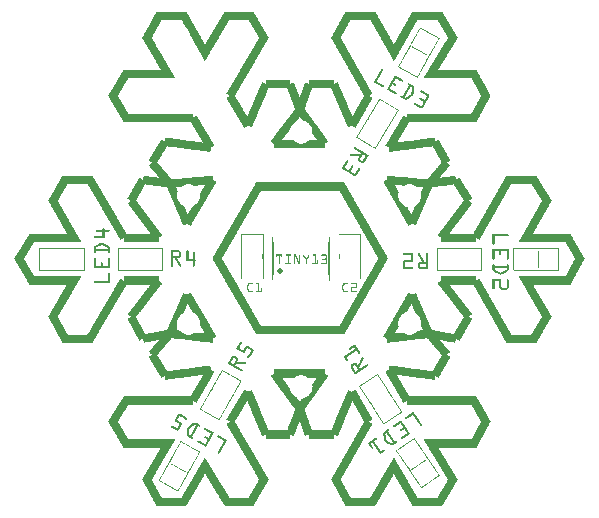
<source format=gto>
G04 MADE WITH FRITZING*
G04 WWW.FRITZING.ORG*
G04 DOUBLE SIDED*
G04 HOLES PLATED*
G04 CONTOUR ON CENTER OF CONTOUR VECTOR*
%ASAXBY*%
%FSLAX23Y23*%
%MOIN*%
%OFA0B0*%
%SFA1.0B1.0*%
%ADD10C,0.019307X0.00330709*%
%ADD11R,0.001000X0.001000*%
%LNSILK1*%
G90*
G70*
G54D10*
X906Y805D03*
G54D11*
X495Y1667D02*
X594Y1667D01*
X722Y1667D02*
X818Y1667D01*
X1125Y1667D02*
X1224Y1667D01*
X1348Y1667D02*
X1447Y1667D01*
X494Y1666D02*
X595Y1666D01*
X721Y1666D02*
X818Y1666D01*
X1124Y1666D02*
X1225Y1666D01*
X1347Y1666D02*
X1448Y1666D01*
X494Y1665D02*
X596Y1665D01*
X720Y1665D02*
X819Y1665D01*
X1123Y1665D02*
X1225Y1665D01*
X1347Y1665D02*
X1449Y1665D01*
X493Y1664D02*
X596Y1664D01*
X720Y1664D02*
X819Y1664D01*
X1123Y1664D02*
X1226Y1664D01*
X1346Y1664D02*
X1449Y1664D01*
X493Y1663D02*
X597Y1663D01*
X719Y1663D02*
X820Y1663D01*
X1122Y1663D02*
X1226Y1663D01*
X1346Y1663D02*
X1450Y1663D01*
X492Y1662D02*
X597Y1662D01*
X719Y1662D02*
X820Y1662D01*
X1122Y1662D02*
X1227Y1662D01*
X1345Y1662D02*
X1450Y1662D01*
X491Y1661D02*
X598Y1661D01*
X718Y1661D02*
X821Y1661D01*
X1121Y1661D02*
X1228Y1661D01*
X1345Y1661D02*
X1451Y1661D01*
X491Y1660D02*
X598Y1660D01*
X717Y1660D02*
X822Y1660D01*
X1121Y1660D02*
X1228Y1660D01*
X1344Y1660D02*
X1451Y1660D01*
X490Y1659D02*
X599Y1659D01*
X717Y1659D02*
X822Y1659D01*
X1120Y1659D02*
X1229Y1659D01*
X1343Y1659D02*
X1452Y1659D01*
X490Y1658D02*
X599Y1658D01*
X716Y1658D02*
X823Y1658D01*
X1120Y1658D02*
X1229Y1658D01*
X1343Y1658D02*
X1453Y1658D01*
X489Y1657D02*
X600Y1657D01*
X716Y1657D02*
X823Y1657D01*
X1119Y1657D02*
X1230Y1657D01*
X1342Y1657D02*
X1453Y1657D01*
X489Y1656D02*
X601Y1656D01*
X715Y1656D02*
X824Y1656D01*
X1119Y1656D02*
X1230Y1656D01*
X1342Y1656D02*
X1454Y1656D01*
X488Y1655D02*
X601Y1655D01*
X714Y1655D02*
X825Y1655D01*
X1118Y1655D02*
X1231Y1655D01*
X1341Y1655D02*
X1454Y1655D01*
X488Y1654D02*
X602Y1654D01*
X714Y1654D02*
X825Y1654D01*
X1117Y1654D02*
X1232Y1654D01*
X1341Y1654D02*
X1455Y1654D01*
X487Y1653D02*
X602Y1653D01*
X713Y1653D02*
X826Y1653D01*
X1117Y1653D02*
X1232Y1653D01*
X1340Y1653D02*
X1456Y1653D01*
X487Y1652D02*
X603Y1652D01*
X713Y1652D02*
X826Y1652D01*
X1116Y1652D02*
X1233Y1652D01*
X1339Y1652D02*
X1456Y1652D01*
X486Y1651D02*
X603Y1651D01*
X712Y1651D02*
X827Y1651D01*
X1116Y1651D02*
X1233Y1651D01*
X1339Y1651D02*
X1457Y1651D01*
X485Y1650D02*
X604Y1650D01*
X711Y1650D02*
X828Y1650D01*
X1115Y1650D02*
X1234Y1650D01*
X1338Y1650D02*
X1457Y1650D01*
X485Y1649D02*
X605Y1649D01*
X711Y1649D02*
X828Y1649D01*
X1115Y1649D02*
X1234Y1649D01*
X1338Y1649D02*
X1458Y1649D01*
X484Y1648D02*
X605Y1648D01*
X710Y1648D02*
X829Y1648D01*
X1114Y1648D02*
X1235Y1648D01*
X1337Y1648D02*
X1459Y1648D01*
X484Y1647D02*
X606Y1647D01*
X710Y1647D02*
X829Y1647D01*
X1114Y1647D02*
X1236Y1647D01*
X1337Y1647D02*
X1459Y1647D01*
X483Y1646D02*
X606Y1646D01*
X709Y1646D02*
X830Y1646D01*
X1113Y1646D02*
X1236Y1646D01*
X1336Y1646D02*
X1460Y1646D01*
X483Y1645D02*
X607Y1645D01*
X709Y1645D02*
X831Y1645D01*
X1113Y1645D02*
X1237Y1645D01*
X1335Y1645D02*
X1460Y1645D01*
X482Y1644D02*
X607Y1644D01*
X708Y1644D02*
X831Y1644D01*
X1112Y1644D02*
X1237Y1644D01*
X1335Y1644D02*
X1461Y1644D01*
X482Y1643D02*
X608Y1643D01*
X707Y1643D02*
X832Y1643D01*
X1111Y1643D02*
X1238Y1643D01*
X1334Y1643D02*
X1462Y1643D01*
X481Y1642D02*
X609Y1642D01*
X707Y1642D02*
X832Y1642D01*
X1111Y1642D02*
X1238Y1642D01*
X1334Y1642D02*
X1462Y1642D01*
X481Y1641D02*
X609Y1641D01*
X706Y1641D02*
X833Y1641D01*
X1110Y1641D02*
X1239Y1641D01*
X1333Y1641D02*
X1463Y1641D01*
X480Y1640D02*
X511Y1640D01*
X578Y1640D02*
X610Y1640D01*
X706Y1640D02*
X737Y1640D01*
X802Y1640D02*
X833Y1640D01*
X1110Y1640D02*
X1141Y1640D01*
X1208Y1640D02*
X1240Y1640D01*
X1333Y1640D02*
X1364Y1640D01*
X1432Y1640D02*
X1463Y1640D01*
X479Y1639D02*
X510Y1639D01*
X579Y1639D02*
X610Y1639D01*
X705Y1639D02*
X736Y1639D01*
X803Y1639D02*
X834Y1639D01*
X1109Y1639D02*
X1140Y1639D01*
X1209Y1639D02*
X1240Y1639D01*
X1332Y1639D02*
X1363Y1639D01*
X1433Y1639D02*
X1464Y1639D01*
X479Y1638D02*
X510Y1638D01*
X580Y1638D02*
X611Y1638D01*
X704Y1638D02*
X736Y1638D01*
X803Y1638D02*
X835Y1638D01*
X1109Y1638D02*
X1139Y1638D01*
X1210Y1638D02*
X1241Y1638D01*
X1331Y1638D02*
X1362Y1638D01*
X1433Y1638D02*
X1464Y1638D01*
X478Y1637D02*
X509Y1637D01*
X580Y1637D02*
X611Y1637D01*
X704Y1637D02*
X735Y1637D01*
X804Y1637D02*
X835Y1637D01*
X1108Y1637D02*
X1139Y1637D01*
X1210Y1637D02*
X1241Y1637D01*
X1331Y1637D02*
X1362Y1637D01*
X1434Y1637D02*
X1465Y1637D01*
X478Y1636D02*
X508Y1636D01*
X581Y1636D02*
X612Y1636D01*
X703Y1636D02*
X734Y1636D01*
X805Y1636D02*
X836Y1636D01*
X1108Y1636D02*
X1138Y1636D01*
X1211Y1636D02*
X1242Y1636D01*
X1330Y1636D02*
X1361Y1636D01*
X1434Y1636D02*
X1466Y1636D01*
X477Y1635D02*
X508Y1635D01*
X582Y1635D02*
X613Y1635D01*
X703Y1635D02*
X734Y1635D01*
X805Y1635D02*
X836Y1635D01*
X1107Y1635D02*
X1138Y1635D01*
X1211Y1635D02*
X1242Y1635D01*
X1330Y1635D02*
X1361Y1635D01*
X1435Y1635D02*
X1466Y1635D01*
X477Y1634D02*
X507Y1634D01*
X582Y1634D02*
X613Y1634D01*
X702Y1634D02*
X733Y1634D01*
X806Y1634D02*
X837Y1634D01*
X1106Y1634D02*
X1137Y1634D01*
X1212Y1634D02*
X1243Y1634D01*
X1329Y1634D02*
X1360Y1634D01*
X1436Y1634D02*
X1467Y1634D01*
X476Y1633D02*
X507Y1633D01*
X583Y1633D02*
X614Y1633D01*
X701Y1633D02*
X733Y1633D01*
X806Y1633D02*
X838Y1633D01*
X1106Y1633D02*
X1137Y1633D01*
X1213Y1633D02*
X1243Y1633D01*
X1329Y1633D02*
X1360Y1633D01*
X1436Y1633D02*
X1467Y1633D01*
X476Y1632D02*
X506Y1632D01*
X583Y1632D02*
X614Y1632D01*
X701Y1632D02*
X732Y1632D01*
X807Y1632D02*
X838Y1632D01*
X1105Y1632D02*
X1136Y1632D01*
X1213Y1632D02*
X1244Y1632D01*
X1328Y1632D02*
X1359Y1632D01*
X1437Y1632D02*
X1468Y1632D01*
X475Y1631D02*
X506Y1631D01*
X584Y1631D02*
X615Y1631D01*
X700Y1631D02*
X732Y1631D01*
X808Y1631D02*
X839Y1631D01*
X1105Y1631D02*
X1135Y1631D01*
X1214Y1631D02*
X1245Y1631D01*
X1327Y1631D02*
X1358Y1631D01*
X1437Y1631D02*
X1469Y1631D01*
X475Y1630D02*
X505Y1630D01*
X584Y1630D02*
X615Y1630D01*
X700Y1630D02*
X731Y1630D01*
X808Y1630D02*
X839Y1630D01*
X1104Y1630D02*
X1135Y1630D01*
X1214Y1630D02*
X1245Y1630D01*
X1327Y1630D02*
X1358Y1630D01*
X1438Y1630D02*
X1469Y1630D01*
X474Y1629D02*
X505Y1629D01*
X585Y1629D02*
X616Y1629D01*
X699Y1629D02*
X730Y1629D01*
X809Y1629D02*
X840Y1629D01*
X1104Y1629D02*
X1134Y1629D01*
X1215Y1629D02*
X1246Y1629D01*
X1326Y1629D02*
X1357Y1629D01*
X1439Y1629D02*
X1470Y1629D01*
X473Y1628D02*
X504Y1628D01*
X586Y1628D02*
X617Y1628D01*
X698Y1628D02*
X730Y1628D01*
X809Y1628D02*
X841Y1628D01*
X1103Y1628D02*
X1134Y1628D01*
X1215Y1628D02*
X1246Y1628D01*
X1326Y1628D02*
X1357Y1628D01*
X1439Y1628D02*
X1470Y1628D01*
X473Y1627D02*
X504Y1627D01*
X586Y1627D02*
X617Y1627D01*
X698Y1627D02*
X729Y1627D01*
X810Y1627D02*
X841Y1627D01*
X1103Y1627D02*
X1133Y1627D01*
X1216Y1627D02*
X1247Y1627D01*
X1325Y1627D02*
X1356Y1627D01*
X1440Y1627D02*
X1471Y1627D01*
X472Y1626D02*
X503Y1626D01*
X587Y1626D02*
X618Y1626D01*
X697Y1626D02*
X729Y1626D01*
X810Y1626D02*
X842Y1626D01*
X1102Y1626D02*
X1133Y1626D01*
X1217Y1626D02*
X1247Y1626D01*
X1325Y1626D02*
X1356Y1626D01*
X1440Y1626D02*
X1472Y1626D01*
X472Y1625D02*
X502Y1625D01*
X587Y1625D02*
X618Y1625D01*
X697Y1625D02*
X728Y1625D01*
X811Y1625D02*
X842Y1625D01*
X1102Y1625D02*
X1132Y1625D01*
X1217Y1625D02*
X1248Y1625D01*
X1324Y1625D02*
X1355Y1625D01*
X1441Y1625D02*
X1472Y1625D01*
X471Y1624D02*
X502Y1624D01*
X588Y1624D02*
X619Y1624D01*
X696Y1624D02*
X727Y1624D01*
X812Y1624D02*
X843Y1624D01*
X1101Y1624D02*
X1132Y1624D01*
X1218Y1624D02*
X1249Y1624D01*
X1324Y1624D02*
X1354Y1624D01*
X1441Y1624D02*
X1473Y1624D01*
X471Y1623D02*
X501Y1623D01*
X588Y1623D02*
X619Y1623D01*
X695Y1623D02*
X727Y1623D01*
X812Y1623D02*
X844Y1623D01*
X1100Y1623D02*
X1131Y1623D01*
X1218Y1623D02*
X1249Y1623D01*
X1323Y1623D02*
X1354Y1623D01*
X1442Y1623D02*
X1473Y1623D01*
X470Y1622D02*
X501Y1622D01*
X589Y1622D02*
X620Y1622D01*
X695Y1622D02*
X726Y1622D01*
X813Y1622D02*
X844Y1622D01*
X1100Y1622D02*
X1131Y1622D01*
X1219Y1622D02*
X1250Y1622D01*
X1322Y1622D02*
X1353Y1622D01*
X1443Y1622D02*
X1474Y1622D01*
X470Y1621D02*
X500Y1621D01*
X590Y1621D02*
X621Y1621D01*
X694Y1621D02*
X726Y1621D01*
X813Y1621D02*
X845Y1621D01*
X1099Y1621D02*
X1130Y1621D01*
X1219Y1621D02*
X1250Y1621D01*
X1322Y1621D02*
X1353Y1621D01*
X1443Y1621D02*
X1475Y1621D01*
X469Y1620D02*
X500Y1620D01*
X590Y1620D02*
X621Y1620D01*
X694Y1620D02*
X725Y1620D01*
X814Y1620D02*
X845Y1620D01*
X1099Y1620D02*
X1129Y1620D01*
X1220Y1620D02*
X1251Y1620D01*
X1321Y1620D02*
X1352Y1620D01*
X1444Y1620D02*
X1475Y1620D01*
X469Y1619D02*
X499Y1619D01*
X591Y1619D02*
X622Y1619D01*
X693Y1619D02*
X724Y1619D01*
X815Y1619D02*
X846Y1619D01*
X1098Y1619D02*
X1129Y1619D01*
X1221Y1619D02*
X1251Y1619D01*
X1321Y1619D02*
X1352Y1619D01*
X1444Y1619D02*
X1476Y1619D01*
X468Y1618D02*
X499Y1618D01*
X592Y1618D02*
X622Y1618D01*
X692Y1618D02*
X724Y1618D01*
X815Y1618D02*
X846Y1618D01*
X1098Y1618D02*
X1128Y1618D01*
X1221Y1618D02*
X1252Y1618D01*
X1320Y1618D02*
X1351Y1618D01*
X1445Y1618D02*
X1476Y1618D01*
X467Y1617D02*
X498Y1617D01*
X593Y1617D02*
X623Y1617D01*
X692Y1617D02*
X723Y1617D01*
X816Y1617D02*
X847Y1617D01*
X1097Y1617D02*
X1128Y1617D01*
X1222Y1617D02*
X1253Y1617D01*
X1320Y1617D02*
X1350Y1617D01*
X1446Y1617D02*
X1477Y1617D01*
X467Y1616D02*
X498Y1616D01*
X594Y1616D02*
X623Y1616D01*
X691Y1616D02*
X723Y1616D01*
X816Y1616D02*
X848Y1616D01*
X1097Y1616D02*
X1127Y1616D01*
X1222Y1616D02*
X1253Y1616D01*
X1319Y1616D02*
X1350Y1616D01*
X1446Y1616D02*
X1477Y1616D01*
X466Y1615D02*
X497Y1615D01*
X595Y1615D02*
X624Y1615D01*
X691Y1615D02*
X722Y1615D01*
X817Y1615D02*
X848Y1615D01*
X1096Y1615D02*
X1127Y1615D01*
X1223Y1615D02*
X1254Y1615D01*
X1318Y1615D02*
X1349Y1615D01*
X1373Y1615D02*
X1374Y1615D01*
X1447Y1615D02*
X1478Y1615D01*
X466Y1614D02*
X496Y1614D01*
X596Y1614D02*
X624Y1614D01*
X690Y1614D02*
X721Y1614D01*
X818Y1614D02*
X849Y1614D01*
X1096Y1614D02*
X1126Y1614D01*
X1223Y1614D02*
X1254Y1614D01*
X1318Y1614D02*
X1349Y1614D01*
X1373Y1614D02*
X1376Y1614D01*
X1447Y1614D02*
X1479Y1614D01*
X465Y1613D02*
X496Y1613D01*
X596Y1613D02*
X625Y1613D01*
X689Y1613D02*
X721Y1613D01*
X818Y1613D02*
X849Y1613D01*
X1095Y1613D02*
X1126Y1613D01*
X1224Y1613D02*
X1255Y1613D01*
X1317Y1613D02*
X1348Y1613D01*
X1372Y1613D02*
X1378Y1613D01*
X1448Y1613D02*
X1479Y1613D01*
X465Y1612D02*
X495Y1612D01*
X597Y1612D02*
X626Y1612D01*
X689Y1612D02*
X720Y1612D01*
X819Y1612D02*
X850Y1612D01*
X1094Y1612D02*
X1125Y1612D01*
X1224Y1612D02*
X1255Y1612D01*
X1317Y1612D02*
X1348Y1612D01*
X1372Y1612D02*
X1380Y1612D01*
X1449Y1612D02*
X1480Y1612D01*
X464Y1611D02*
X495Y1611D01*
X598Y1611D02*
X626Y1611D01*
X688Y1611D02*
X720Y1611D01*
X819Y1611D02*
X851Y1611D01*
X1094Y1611D02*
X1125Y1611D01*
X1225Y1611D02*
X1256Y1611D01*
X1316Y1611D02*
X1347Y1611D01*
X1371Y1611D02*
X1373Y1611D01*
X1377Y1611D02*
X1382Y1611D01*
X1449Y1611D02*
X1480Y1611D01*
X464Y1610D02*
X494Y1610D01*
X598Y1610D02*
X627Y1610D01*
X688Y1610D02*
X719Y1610D01*
X820Y1610D02*
X851Y1610D01*
X1093Y1610D02*
X1124Y1610D01*
X1226Y1610D02*
X1257Y1610D01*
X1316Y1610D02*
X1346Y1610D01*
X1371Y1610D02*
X1373Y1610D01*
X1378Y1610D02*
X1383Y1610D01*
X1450Y1610D02*
X1481Y1610D01*
X463Y1609D02*
X494Y1609D01*
X599Y1609D02*
X627Y1609D01*
X687Y1609D02*
X718Y1609D01*
X821Y1609D02*
X852Y1609D01*
X1093Y1609D02*
X1123Y1609D01*
X1226Y1609D02*
X1257Y1609D01*
X1315Y1609D02*
X1346Y1609D01*
X1370Y1609D02*
X1372Y1609D01*
X1380Y1609D02*
X1385Y1609D01*
X1450Y1609D02*
X1482Y1609D01*
X463Y1608D02*
X493Y1608D01*
X600Y1608D02*
X628Y1608D01*
X687Y1608D02*
X718Y1608D01*
X821Y1608D02*
X852Y1608D01*
X1092Y1608D02*
X1123Y1608D01*
X1227Y1608D02*
X1258Y1608D01*
X1314Y1608D02*
X1345Y1608D01*
X1369Y1608D02*
X1372Y1608D01*
X1382Y1608D02*
X1387Y1608D01*
X1451Y1608D02*
X1482Y1608D01*
X462Y1607D02*
X493Y1607D01*
X600Y1607D02*
X628Y1607D01*
X686Y1607D02*
X717Y1607D01*
X822Y1607D02*
X853Y1607D01*
X1092Y1607D02*
X1122Y1607D01*
X1227Y1607D02*
X1258Y1607D01*
X1314Y1607D02*
X1345Y1607D01*
X1369Y1607D02*
X1371Y1607D01*
X1384Y1607D02*
X1389Y1607D01*
X1452Y1607D02*
X1483Y1607D01*
X461Y1606D02*
X492Y1606D01*
X601Y1606D02*
X629Y1606D01*
X685Y1606D02*
X717Y1606D01*
X822Y1606D02*
X854Y1606D01*
X1091Y1606D02*
X1122Y1606D01*
X1228Y1606D02*
X1259Y1606D01*
X1313Y1606D02*
X1344Y1606D01*
X1368Y1606D02*
X1371Y1606D01*
X1386Y1606D02*
X1390Y1606D01*
X1452Y1606D02*
X1483Y1606D01*
X461Y1605D02*
X492Y1605D01*
X601Y1605D02*
X630Y1605D01*
X685Y1605D02*
X716Y1605D01*
X823Y1605D02*
X854Y1605D01*
X1091Y1605D02*
X1121Y1605D01*
X1228Y1605D02*
X1259Y1605D01*
X1313Y1605D02*
X1344Y1605D01*
X1368Y1605D02*
X1370Y1605D01*
X1387Y1605D02*
X1392Y1605D01*
X1453Y1605D02*
X1484Y1605D01*
X460Y1604D02*
X491Y1604D01*
X602Y1604D02*
X630Y1604D01*
X684Y1604D02*
X715Y1604D01*
X823Y1604D02*
X855Y1604D01*
X1090Y1604D02*
X1121Y1604D01*
X1229Y1604D02*
X1260Y1604D01*
X1312Y1604D02*
X1343Y1604D01*
X1367Y1604D02*
X1369Y1604D01*
X1389Y1604D02*
X1394Y1604D01*
X1453Y1604D02*
X1485Y1604D01*
X460Y1603D02*
X490Y1603D01*
X602Y1603D02*
X631Y1603D01*
X684Y1603D02*
X715Y1603D01*
X824Y1603D02*
X855Y1603D01*
X1090Y1603D02*
X1120Y1603D01*
X1230Y1603D02*
X1261Y1603D01*
X1312Y1603D02*
X1343Y1603D01*
X1367Y1603D02*
X1369Y1603D01*
X1391Y1603D02*
X1396Y1603D01*
X1454Y1603D02*
X1485Y1603D01*
X459Y1602D02*
X490Y1602D01*
X603Y1602D02*
X631Y1602D01*
X683Y1602D02*
X714Y1602D01*
X825Y1602D02*
X856Y1602D01*
X1089Y1602D02*
X1120Y1602D01*
X1230Y1602D02*
X1261Y1602D01*
X1311Y1602D02*
X1342Y1602D01*
X1366Y1602D02*
X1368Y1602D01*
X1393Y1602D02*
X1398Y1602D01*
X1454Y1602D02*
X1486Y1602D01*
X459Y1601D02*
X489Y1601D01*
X603Y1601D02*
X632Y1601D01*
X682Y1601D02*
X714Y1601D01*
X825Y1601D02*
X857Y1601D01*
X1088Y1601D02*
X1119Y1601D01*
X1231Y1601D02*
X1262Y1601D01*
X1310Y1601D02*
X1341Y1601D01*
X1366Y1601D02*
X1368Y1601D01*
X1395Y1601D02*
X1399Y1601D01*
X1455Y1601D02*
X1486Y1601D01*
X458Y1600D02*
X489Y1600D01*
X604Y1600D02*
X632Y1600D01*
X682Y1600D02*
X713Y1600D01*
X826Y1600D02*
X857Y1600D01*
X1088Y1600D02*
X1119Y1600D01*
X1231Y1600D02*
X1262Y1600D01*
X1310Y1600D02*
X1341Y1600D01*
X1365Y1600D02*
X1367Y1600D01*
X1396Y1600D02*
X1401Y1600D01*
X1456Y1600D02*
X1487Y1600D01*
X458Y1599D02*
X488Y1599D01*
X604Y1599D02*
X633Y1599D01*
X681Y1599D02*
X712Y1599D01*
X826Y1599D02*
X858Y1599D01*
X1087Y1599D02*
X1118Y1599D01*
X1232Y1599D02*
X1263Y1599D01*
X1309Y1599D02*
X1340Y1599D01*
X1364Y1599D02*
X1367Y1599D01*
X1398Y1599D02*
X1403Y1599D01*
X1456Y1599D02*
X1488Y1599D01*
X457Y1598D02*
X488Y1598D01*
X605Y1598D02*
X634Y1598D01*
X681Y1598D02*
X712Y1598D01*
X827Y1598D02*
X858Y1598D01*
X1087Y1598D02*
X1117Y1598D01*
X1232Y1598D02*
X1263Y1598D01*
X1309Y1598D02*
X1340Y1598D01*
X1364Y1598D02*
X1366Y1598D01*
X1400Y1598D02*
X1405Y1598D01*
X1457Y1598D02*
X1488Y1598D01*
X457Y1597D02*
X487Y1597D01*
X605Y1597D02*
X634Y1597D01*
X680Y1597D02*
X711Y1597D01*
X828Y1597D02*
X859Y1597D01*
X1086Y1597D02*
X1117Y1597D01*
X1233Y1597D02*
X1264Y1597D01*
X1308Y1597D02*
X1339Y1597D01*
X1363Y1597D02*
X1366Y1597D01*
X1402Y1597D02*
X1407Y1597D01*
X1457Y1597D02*
X1489Y1597D01*
X456Y1596D02*
X487Y1596D01*
X605Y1596D02*
X635Y1596D01*
X679Y1596D02*
X711Y1596D01*
X828Y1596D02*
X859Y1596D01*
X1086Y1596D02*
X1116Y1596D01*
X1234Y1596D02*
X1265Y1596D01*
X1308Y1596D02*
X1339Y1596D01*
X1363Y1596D02*
X1365Y1596D01*
X1403Y1596D02*
X1408Y1596D01*
X1458Y1596D02*
X1489Y1596D01*
X455Y1595D02*
X486Y1595D01*
X606Y1595D02*
X635Y1595D01*
X679Y1595D02*
X710Y1595D01*
X829Y1595D02*
X860Y1595D01*
X1085Y1595D02*
X1116Y1595D01*
X1234Y1595D02*
X1265Y1595D01*
X1307Y1595D02*
X1338Y1595D01*
X1362Y1595D02*
X1364Y1595D01*
X1405Y1595D02*
X1410Y1595D01*
X1459Y1595D02*
X1490Y1595D01*
X455Y1594D02*
X486Y1594D01*
X606Y1594D02*
X636Y1594D01*
X678Y1594D02*
X709Y1594D01*
X829Y1594D02*
X861Y1594D01*
X1085Y1594D02*
X1115Y1594D01*
X1235Y1594D02*
X1266Y1594D01*
X1306Y1594D02*
X1337Y1594D01*
X1362Y1594D02*
X1364Y1594D01*
X1407Y1594D02*
X1412Y1594D01*
X1459Y1594D02*
X1490Y1594D01*
X454Y1593D02*
X485Y1593D01*
X606Y1593D02*
X636Y1593D01*
X678Y1593D02*
X709Y1593D01*
X830Y1593D02*
X861Y1593D01*
X1084Y1593D02*
X1115Y1593D01*
X1235Y1593D02*
X1266Y1593D01*
X1306Y1593D02*
X1337Y1593D01*
X1361Y1593D02*
X1363Y1593D01*
X1409Y1593D02*
X1414Y1593D01*
X1460Y1593D02*
X1491Y1593D01*
X454Y1592D02*
X484Y1592D01*
X607Y1592D02*
X637Y1592D01*
X677Y1592D02*
X708Y1592D01*
X831Y1592D02*
X862Y1592D01*
X1084Y1592D02*
X1114Y1592D01*
X1236Y1592D02*
X1267Y1592D01*
X1305Y1592D02*
X1336Y1592D01*
X1361Y1592D02*
X1363Y1592D01*
X1411Y1592D02*
X1416Y1592D01*
X1460Y1592D02*
X1492Y1592D01*
X453Y1591D02*
X484Y1591D01*
X607Y1591D02*
X638Y1591D01*
X676Y1591D02*
X708Y1591D01*
X831Y1591D02*
X862Y1591D01*
X1083Y1591D02*
X1114Y1591D01*
X1236Y1591D02*
X1267Y1591D01*
X1305Y1591D02*
X1336Y1591D01*
X1360Y1591D02*
X1362Y1591D01*
X1412Y1591D02*
X1417Y1591D01*
X1461Y1591D02*
X1492Y1591D01*
X453Y1590D02*
X483Y1590D01*
X607Y1590D02*
X638Y1590D01*
X676Y1590D02*
X707Y1590D01*
X832Y1590D02*
X863Y1590D01*
X1082Y1590D02*
X1113Y1590D01*
X1237Y1590D02*
X1268Y1590D01*
X1304Y1590D02*
X1335Y1590D01*
X1359Y1590D02*
X1362Y1590D01*
X1414Y1590D02*
X1419Y1590D01*
X1462Y1590D02*
X1493Y1590D01*
X452Y1589D02*
X483Y1589D01*
X608Y1589D02*
X639Y1589D01*
X675Y1589D02*
X707Y1589D01*
X832Y1589D02*
X864Y1589D01*
X1082Y1589D02*
X1113Y1589D01*
X1238Y1589D02*
X1268Y1589D01*
X1304Y1589D02*
X1335Y1589D01*
X1359Y1589D02*
X1361Y1589D01*
X1416Y1589D02*
X1421Y1589D01*
X1462Y1589D02*
X1493Y1589D01*
X452Y1588D02*
X482Y1588D01*
X608Y1588D02*
X639Y1588D01*
X675Y1588D02*
X706Y1588D01*
X833Y1588D02*
X864Y1588D01*
X1081Y1588D02*
X1112Y1588D01*
X1238Y1588D02*
X1269Y1588D01*
X1303Y1588D02*
X1334Y1588D01*
X1358Y1588D02*
X1361Y1588D01*
X1418Y1588D02*
X1423Y1588D01*
X1463Y1588D02*
X1494Y1588D01*
X451Y1587D02*
X482Y1587D01*
X609Y1587D02*
X640Y1587D01*
X674Y1587D02*
X705Y1587D01*
X834Y1587D02*
X865Y1587D01*
X1081Y1587D02*
X1111Y1587D01*
X1239Y1587D02*
X1270Y1587D01*
X1302Y1587D02*
X1333Y1587D01*
X1358Y1587D02*
X1360Y1587D01*
X1420Y1587D02*
X1425Y1587D01*
X1463Y1587D02*
X1495Y1587D01*
X451Y1586D02*
X481Y1586D01*
X609Y1586D02*
X640Y1586D01*
X673Y1586D02*
X705Y1586D01*
X834Y1586D02*
X865Y1586D01*
X1080Y1586D02*
X1111Y1586D01*
X1239Y1586D02*
X1270Y1586D01*
X1302Y1586D02*
X1333Y1586D01*
X1357Y1586D02*
X1359Y1586D01*
X1421Y1586D02*
X1426Y1586D01*
X1464Y1586D02*
X1495Y1586D01*
X450Y1585D02*
X481Y1585D01*
X610Y1585D02*
X641Y1585D01*
X673Y1585D02*
X704Y1585D01*
X835Y1585D02*
X866Y1585D01*
X1080Y1585D02*
X1110Y1585D01*
X1240Y1585D02*
X1271Y1585D01*
X1301Y1585D02*
X1332Y1585D01*
X1357Y1585D02*
X1359Y1585D01*
X1423Y1585D02*
X1428Y1585D01*
X1465Y1585D02*
X1496Y1585D01*
X449Y1584D02*
X480Y1584D01*
X611Y1584D02*
X642Y1584D01*
X672Y1584D02*
X704Y1584D01*
X835Y1584D02*
X867Y1584D01*
X1079Y1584D02*
X1110Y1584D01*
X1240Y1584D02*
X1271Y1584D01*
X1301Y1584D02*
X1332Y1584D01*
X1356Y1584D02*
X1358Y1584D01*
X1425Y1584D02*
X1430Y1584D01*
X1465Y1584D02*
X1496Y1584D01*
X449Y1583D02*
X480Y1583D01*
X611Y1583D02*
X642Y1583D01*
X672Y1583D02*
X703Y1583D01*
X836Y1583D02*
X867Y1583D01*
X1079Y1583D02*
X1109Y1583D01*
X1241Y1583D02*
X1272Y1583D01*
X1300Y1583D02*
X1331Y1583D01*
X1355Y1583D02*
X1358Y1583D01*
X1427Y1583D02*
X1432Y1583D01*
X1466Y1583D02*
X1497Y1583D01*
X448Y1582D02*
X479Y1582D01*
X612Y1582D02*
X643Y1582D01*
X671Y1582D02*
X702Y1582D01*
X836Y1582D02*
X868Y1582D01*
X1078Y1582D02*
X1109Y1582D01*
X1242Y1582D02*
X1272Y1582D01*
X1300Y1582D02*
X1331Y1582D01*
X1355Y1582D02*
X1357Y1582D01*
X1429Y1582D02*
X1433Y1582D01*
X1466Y1582D02*
X1498Y1582D01*
X448Y1581D02*
X479Y1581D01*
X612Y1581D02*
X643Y1581D01*
X670Y1581D02*
X702Y1581D01*
X837Y1581D02*
X868Y1581D01*
X1078Y1581D02*
X1108Y1581D01*
X1242Y1581D02*
X1273Y1581D01*
X1299Y1581D02*
X1330Y1581D01*
X1354Y1581D02*
X1357Y1581D01*
X1430Y1581D02*
X1435Y1581D01*
X1467Y1581D02*
X1498Y1581D01*
X448Y1580D02*
X479Y1580D01*
X613Y1580D02*
X644Y1580D01*
X670Y1580D02*
X701Y1580D01*
X837Y1580D02*
X868Y1580D01*
X1078Y1580D02*
X1109Y1580D01*
X1243Y1580D02*
X1274Y1580D01*
X1299Y1580D02*
X1329Y1580D01*
X1354Y1580D02*
X1356Y1580D01*
X1432Y1580D02*
X1437Y1580D01*
X1466Y1580D02*
X1498Y1580D01*
X448Y1579D02*
X480Y1579D01*
X613Y1579D02*
X644Y1579D01*
X669Y1579D02*
X701Y1579D01*
X836Y1579D02*
X867Y1579D01*
X1078Y1579D02*
X1109Y1579D01*
X1243Y1579D02*
X1274Y1579D01*
X1298Y1579D02*
X1329Y1579D01*
X1353Y1579D02*
X1356Y1579D01*
X1434Y1579D02*
X1438Y1579D01*
X1466Y1579D02*
X1497Y1579D01*
X449Y1578D02*
X480Y1578D01*
X614Y1578D02*
X645Y1578D01*
X669Y1578D02*
X700Y1578D01*
X836Y1578D02*
X867Y1578D01*
X1079Y1578D02*
X1110Y1578D01*
X1244Y1578D02*
X1275Y1578D01*
X1297Y1578D02*
X1328Y1578D01*
X1353Y1578D02*
X1355Y1578D01*
X1435Y1578D02*
X1437Y1578D01*
X1465Y1578D02*
X1497Y1578D01*
X450Y1577D02*
X481Y1577D01*
X615Y1577D02*
X645Y1577D01*
X668Y1577D02*
X699Y1577D01*
X835Y1577D02*
X866Y1577D01*
X1079Y1577D02*
X1110Y1577D01*
X1244Y1577D02*
X1275Y1577D01*
X1297Y1577D02*
X1328Y1577D01*
X1352Y1577D02*
X1354Y1577D01*
X1434Y1577D02*
X1437Y1577D01*
X1465Y1577D02*
X1496Y1577D01*
X450Y1576D02*
X481Y1576D01*
X615Y1576D02*
X646Y1576D01*
X667Y1576D02*
X699Y1576D01*
X834Y1576D02*
X866Y1576D01*
X1080Y1576D02*
X1111Y1576D01*
X1245Y1576D02*
X1276Y1576D01*
X1296Y1576D02*
X1327Y1576D01*
X1352Y1576D02*
X1354Y1576D01*
X1434Y1576D02*
X1436Y1576D01*
X1464Y1576D02*
X1496Y1576D01*
X451Y1575D02*
X482Y1575D01*
X616Y1575D02*
X647Y1575D01*
X667Y1575D02*
X698Y1575D01*
X834Y1575D02*
X865Y1575D01*
X1081Y1575D02*
X1112Y1575D01*
X1245Y1575D02*
X1276Y1575D01*
X1296Y1575D02*
X1327Y1575D01*
X1351Y1575D02*
X1353Y1575D01*
X1433Y1575D02*
X1436Y1575D01*
X1463Y1575D02*
X1495Y1575D01*
X451Y1574D02*
X483Y1574D01*
X616Y1574D02*
X647Y1574D01*
X666Y1574D02*
X698Y1574D01*
X833Y1574D02*
X864Y1574D01*
X1081Y1574D02*
X1112Y1574D01*
X1246Y1574D02*
X1277Y1574D01*
X1295Y1574D02*
X1326Y1574D01*
X1350Y1574D02*
X1353Y1574D01*
X1433Y1574D02*
X1435Y1574D01*
X1463Y1574D02*
X1494Y1574D01*
X452Y1573D02*
X483Y1573D01*
X617Y1573D02*
X648Y1573D01*
X666Y1573D02*
X697Y1573D01*
X833Y1573D02*
X864Y1573D01*
X1082Y1573D02*
X1113Y1573D01*
X1247Y1573D02*
X1278Y1573D01*
X1295Y1573D02*
X1325Y1573D01*
X1350Y1573D02*
X1352Y1573D01*
X1432Y1573D02*
X1435Y1573D01*
X1462Y1573D02*
X1494Y1573D01*
X453Y1572D02*
X484Y1572D01*
X617Y1572D02*
X648Y1572D01*
X665Y1572D02*
X696Y1572D01*
X832Y1572D02*
X863Y1572D01*
X1082Y1572D02*
X1113Y1572D01*
X1247Y1572D02*
X1278Y1572D01*
X1294Y1572D02*
X1325Y1572D01*
X1349Y1572D02*
X1352Y1572D01*
X1432Y1572D02*
X1434Y1572D01*
X1462Y1572D02*
X1493Y1572D01*
X453Y1571D02*
X484Y1571D01*
X618Y1571D02*
X649Y1571D01*
X664Y1571D02*
X696Y1571D01*
X832Y1571D02*
X863Y1571D01*
X1083Y1571D02*
X1114Y1571D01*
X1248Y1571D02*
X1279Y1571D01*
X1293Y1571D02*
X1324Y1571D01*
X1349Y1571D02*
X1351Y1571D01*
X1431Y1571D02*
X1433Y1571D01*
X1461Y1571D02*
X1492Y1571D01*
X454Y1570D02*
X485Y1570D01*
X619Y1570D02*
X649Y1570D01*
X664Y1570D02*
X695Y1570D01*
X831Y1570D02*
X862Y1570D01*
X1083Y1570D02*
X1114Y1570D01*
X1248Y1570D02*
X1279Y1570D01*
X1293Y1570D02*
X1324Y1570D01*
X1348Y1570D02*
X1351Y1570D01*
X1431Y1570D02*
X1433Y1570D01*
X1460Y1570D02*
X1492Y1570D01*
X454Y1569D02*
X485Y1569D01*
X619Y1569D02*
X650Y1569D01*
X663Y1569D02*
X695Y1569D01*
X830Y1569D02*
X862Y1569D01*
X1084Y1569D02*
X1115Y1569D01*
X1249Y1569D02*
X1280Y1569D01*
X1292Y1569D02*
X1323Y1569D01*
X1348Y1569D02*
X1350Y1569D01*
X1430Y1569D02*
X1432Y1569D01*
X1460Y1569D02*
X1491Y1569D01*
X455Y1568D02*
X486Y1568D01*
X620Y1568D02*
X651Y1568D01*
X663Y1568D02*
X694Y1568D01*
X830Y1568D02*
X861Y1568D01*
X1085Y1568D02*
X1115Y1568D01*
X1249Y1568D02*
X1280Y1568D01*
X1292Y1568D02*
X1323Y1568D01*
X1347Y1568D02*
X1349Y1568D01*
X1429Y1568D02*
X1432Y1568D01*
X1459Y1568D02*
X1491Y1568D01*
X455Y1567D02*
X487Y1567D01*
X620Y1567D02*
X651Y1567D01*
X662Y1567D02*
X693Y1567D01*
X829Y1567D02*
X860Y1567D01*
X1085Y1567D02*
X1116Y1567D01*
X1250Y1567D02*
X1281Y1567D01*
X1291Y1567D02*
X1322Y1567D01*
X1347Y1567D02*
X1349Y1567D01*
X1429Y1567D02*
X1431Y1567D01*
X1458Y1567D02*
X1490Y1567D01*
X456Y1566D02*
X487Y1566D01*
X621Y1566D02*
X652Y1566D01*
X662Y1566D02*
X693Y1566D01*
X829Y1566D02*
X860Y1566D01*
X1086Y1566D02*
X1117Y1566D01*
X1251Y1566D02*
X1282Y1566D01*
X1291Y1566D02*
X1322Y1566D01*
X1346Y1566D02*
X1348Y1566D01*
X1428Y1566D02*
X1431Y1566D01*
X1458Y1566D02*
X1489Y1566D01*
X457Y1565D02*
X488Y1565D01*
X621Y1565D02*
X652Y1565D01*
X661Y1565D02*
X692Y1565D01*
X828Y1565D02*
X859Y1565D01*
X1086Y1565D02*
X1117Y1565D01*
X1251Y1565D02*
X1282Y1565D01*
X1290Y1565D02*
X1321Y1565D01*
X1345Y1565D02*
X1348Y1565D01*
X1428Y1565D02*
X1430Y1565D01*
X1457Y1565D02*
X1489Y1565D01*
X457Y1564D02*
X488Y1564D01*
X622Y1564D02*
X653Y1564D01*
X660Y1564D02*
X692Y1564D01*
X827Y1564D02*
X859Y1564D01*
X1087Y1564D02*
X1118Y1564D01*
X1252Y1564D02*
X1283Y1564D01*
X1289Y1564D02*
X1320Y1564D01*
X1345Y1564D02*
X1347Y1564D01*
X1427Y1564D02*
X1430Y1564D01*
X1457Y1564D02*
X1488Y1564D01*
X458Y1563D02*
X489Y1563D01*
X622Y1563D02*
X653Y1563D01*
X660Y1563D02*
X691Y1563D01*
X827Y1563D02*
X858Y1563D01*
X1087Y1563D02*
X1118Y1563D01*
X1252Y1563D02*
X1283Y1563D01*
X1289Y1563D02*
X1320Y1563D01*
X1344Y1563D02*
X1347Y1563D01*
X1427Y1563D02*
X1429Y1563D01*
X1456Y1563D02*
X1488Y1563D01*
X458Y1562D02*
X490Y1562D01*
X623Y1562D02*
X654Y1562D01*
X659Y1562D02*
X690Y1562D01*
X826Y1562D02*
X857Y1562D01*
X1088Y1562D02*
X1119Y1562D01*
X1253Y1562D02*
X1284Y1562D01*
X1288Y1562D02*
X1319Y1562D01*
X1344Y1562D02*
X1346Y1562D01*
X1426Y1562D02*
X1428Y1562D01*
X1455Y1562D02*
X1487Y1562D01*
X459Y1561D02*
X490Y1561D01*
X624Y1561D02*
X655Y1561D01*
X659Y1561D02*
X690Y1561D01*
X826Y1561D02*
X857Y1561D01*
X1089Y1561D02*
X1119Y1561D01*
X1253Y1561D02*
X1284Y1561D01*
X1288Y1561D02*
X1319Y1561D01*
X1343Y1561D02*
X1345Y1561D01*
X1426Y1561D02*
X1428Y1561D01*
X1455Y1561D02*
X1486Y1561D01*
X460Y1560D02*
X490Y1560D01*
X624Y1560D02*
X655Y1560D01*
X658Y1560D02*
X689Y1560D01*
X825Y1560D02*
X856Y1560D01*
X1089Y1560D02*
X1120Y1560D01*
X1254Y1560D02*
X1285Y1560D01*
X1287Y1560D02*
X1318Y1560D01*
X1343Y1560D02*
X1345Y1560D01*
X1425Y1560D02*
X1427Y1560D01*
X1454Y1560D02*
X1486Y1560D01*
X460Y1559D02*
X491Y1559D01*
X625Y1559D02*
X689Y1559D01*
X824Y1559D02*
X856Y1559D01*
X1090Y1559D02*
X1121Y1559D01*
X1255Y1559D02*
X1318Y1559D01*
X1342Y1559D02*
X1344Y1559D01*
X1424Y1559D02*
X1427Y1559D01*
X1454Y1559D02*
X1485Y1559D01*
X461Y1558D02*
X491Y1558D01*
X625Y1558D02*
X688Y1558D01*
X824Y1558D02*
X855Y1558D01*
X1090Y1558D02*
X1121Y1558D01*
X1255Y1558D02*
X1317Y1558D01*
X1342Y1558D02*
X1344Y1558D01*
X1424Y1558D02*
X1426Y1558D01*
X1453Y1558D02*
X1485Y1558D01*
X461Y1557D02*
X492Y1557D01*
X626Y1557D02*
X687Y1557D01*
X823Y1557D02*
X855Y1557D01*
X1091Y1557D02*
X1122Y1557D01*
X1256Y1557D02*
X1316Y1557D01*
X1341Y1557D02*
X1343Y1557D01*
X1423Y1557D02*
X1426Y1557D01*
X1452Y1557D02*
X1484Y1557D01*
X462Y1556D02*
X492Y1556D01*
X626Y1556D02*
X687Y1556D01*
X823Y1556D02*
X854Y1556D01*
X1091Y1556D02*
X1122Y1556D01*
X1256Y1556D02*
X1316Y1556D01*
X1340Y1556D02*
X1343Y1556D01*
X1423Y1556D02*
X1425Y1556D01*
X1452Y1556D02*
X1483Y1556D01*
X462Y1555D02*
X492Y1555D01*
X627Y1555D02*
X686Y1555D01*
X822Y1555D02*
X853Y1555D01*
X1092Y1555D02*
X1123Y1555D01*
X1257Y1555D02*
X1315Y1555D01*
X1340Y1555D02*
X1343Y1555D01*
X1422Y1555D02*
X1424Y1555D01*
X1451Y1555D02*
X1483Y1555D01*
X463Y1554D02*
X493Y1554D01*
X628Y1554D02*
X686Y1554D01*
X822Y1554D02*
X853Y1554D01*
X1093Y1554D02*
X1123Y1554D01*
X1257Y1554D02*
X1315Y1554D01*
X1339Y1554D02*
X1343Y1554D01*
X1422Y1554D02*
X1424Y1554D01*
X1451Y1554D02*
X1482Y1554D01*
X464Y1553D02*
X493Y1553D01*
X628Y1553D02*
X685Y1553D01*
X821Y1553D02*
X852Y1553D01*
X1093Y1553D02*
X1124Y1553D01*
X1258Y1553D02*
X1314Y1553D01*
X1339Y1553D02*
X1342Y1553D01*
X1421Y1553D02*
X1423Y1553D01*
X1450Y1553D02*
X1481Y1553D01*
X464Y1552D02*
X494Y1552D01*
X629Y1552D02*
X685Y1552D01*
X820Y1552D02*
X852Y1552D01*
X1094Y1552D02*
X1125Y1552D01*
X1259Y1552D02*
X1314Y1552D01*
X1338Y1552D02*
X1342Y1552D01*
X1347Y1552D02*
X1348Y1552D01*
X1421Y1552D02*
X1423Y1552D01*
X1449Y1552D02*
X1481Y1552D01*
X465Y1551D02*
X494Y1551D01*
X629Y1551D02*
X684Y1551D01*
X820Y1551D02*
X851Y1551D01*
X1094Y1551D02*
X1125Y1551D01*
X1259Y1551D02*
X1313Y1551D01*
X1338Y1551D02*
X1341Y1551D01*
X1347Y1551D02*
X1350Y1551D01*
X1420Y1551D02*
X1422Y1551D01*
X1449Y1551D02*
X1480Y1551D01*
X465Y1550D02*
X495Y1550D01*
X630Y1550D02*
X683Y1550D01*
X819Y1550D02*
X850Y1550D01*
X1095Y1550D02*
X1126Y1550D01*
X1260Y1550D02*
X1312Y1550D01*
X1337Y1550D02*
X1341Y1550D01*
X1347Y1550D02*
X1351Y1550D01*
X1419Y1550D02*
X1422Y1550D01*
X1448Y1550D02*
X1480Y1550D01*
X466Y1549D02*
X496Y1549D01*
X630Y1549D02*
X683Y1549D01*
X819Y1549D02*
X850Y1549D01*
X1095Y1549D02*
X1126Y1549D01*
X1260Y1549D02*
X1312Y1549D01*
X1336Y1549D02*
X1340Y1549D01*
X1348Y1549D02*
X1353Y1549D01*
X1419Y1549D02*
X1421Y1549D01*
X1447Y1549D02*
X1479Y1549D01*
X467Y1548D02*
X496Y1548D01*
X631Y1548D02*
X682Y1548D01*
X818Y1548D02*
X849Y1548D01*
X1096Y1548D02*
X1127Y1548D01*
X1261Y1548D02*
X1311Y1548D01*
X1336Y1548D02*
X1339Y1548D01*
X1350Y1548D02*
X1355Y1548D01*
X1418Y1548D02*
X1421Y1548D01*
X1447Y1548D02*
X1478Y1548D01*
X467Y1547D02*
X497Y1547D01*
X632Y1547D02*
X682Y1547D01*
X817Y1547D02*
X849Y1547D01*
X1097Y1547D02*
X1127Y1547D01*
X1261Y1547D02*
X1311Y1547D01*
X1335Y1547D02*
X1339Y1547D01*
X1352Y1547D02*
X1357Y1547D01*
X1418Y1547D02*
X1420Y1547D01*
X1446Y1547D02*
X1478Y1547D01*
X468Y1546D02*
X497Y1546D01*
X632Y1546D02*
X681Y1546D01*
X817Y1546D02*
X848Y1546D01*
X1097Y1546D02*
X1128Y1546D01*
X1262Y1546D02*
X1310Y1546D01*
X1335Y1546D02*
X1338Y1546D01*
X1354Y1546D02*
X1359Y1546D01*
X1417Y1546D02*
X1419Y1546D01*
X1446Y1546D02*
X1477Y1546D01*
X468Y1545D02*
X498Y1545D01*
X633Y1545D02*
X680Y1545D01*
X816Y1545D02*
X847Y1545D01*
X1098Y1545D02*
X1129Y1545D01*
X1263Y1545D02*
X1310Y1545D01*
X1334Y1545D02*
X1338Y1545D01*
X1355Y1545D02*
X1360Y1545D01*
X1417Y1545D02*
X1419Y1545D01*
X1445Y1545D02*
X1477Y1545D01*
X469Y1544D02*
X499Y1544D01*
X633Y1544D02*
X680Y1544D01*
X816Y1544D02*
X847Y1544D01*
X1098Y1544D02*
X1129Y1544D01*
X1263Y1544D02*
X1309Y1544D01*
X1334Y1544D02*
X1337Y1544D01*
X1357Y1544D02*
X1362Y1544D01*
X1416Y1544D02*
X1418Y1544D01*
X1444Y1544D02*
X1476Y1544D01*
X469Y1543D02*
X500Y1543D01*
X634Y1543D02*
X679Y1543D01*
X815Y1543D02*
X846Y1543D01*
X1099Y1543D02*
X1130Y1543D01*
X1264Y1543D02*
X1308Y1543D01*
X1333Y1543D02*
X1337Y1543D01*
X1359Y1543D02*
X1364Y1543D01*
X1416Y1543D02*
X1418Y1543D01*
X1444Y1543D02*
X1475Y1543D01*
X470Y1542D02*
X500Y1542D01*
X634Y1542D02*
X679Y1542D01*
X815Y1542D02*
X846Y1542D01*
X1099Y1542D02*
X1130Y1542D01*
X1264Y1542D02*
X1308Y1542D01*
X1333Y1542D02*
X1336Y1542D01*
X1361Y1542D02*
X1366Y1542D01*
X1415Y1542D02*
X1417Y1542D01*
X1443Y1542D02*
X1475Y1542D01*
X471Y1541D02*
X501Y1541D01*
X635Y1541D02*
X678Y1541D01*
X814Y1541D02*
X845Y1541D01*
X1100Y1541D02*
X1131Y1541D01*
X1265Y1541D02*
X1307Y1541D01*
X1332Y1541D02*
X1334Y1541D01*
X1363Y1541D02*
X1367Y1541D01*
X1414Y1541D02*
X1417Y1541D01*
X1443Y1541D02*
X1474Y1541D01*
X471Y1540D02*
X502Y1540D01*
X636Y1540D02*
X677Y1540D01*
X813Y1540D02*
X845Y1540D01*
X1100Y1540D02*
X1131Y1540D01*
X1265Y1540D02*
X1307Y1540D01*
X1331Y1540D02*
X1334Y1540D01*
X1364Y1540D02*
X1369Y1540D01*
X1414Y1540D02*
X1416Y1540D01*
X1442Y1540D02*
X1474Y1540D01*
X472Y1539D02*
X503Y1539D01*
X636Y1539D02*
X677Y1539D01*
X813Y1539D02*
X844Y1539D01*
X1101Y1539D02*
X1132Y1539D01*
X1266Y1539D02*
X1306Y1539D01*
X1331Y1539D02*
X1333Y1539D01*
X1366Y1539D02*
X1371Y1539D01*
X1413Y1539D02*
X1416Y1539D01*
X1441Y1539D02*
X1473Y1539D01*
X472Y1538D02*
X504Y1538D01*
X637Y1538D02*
X676Y1538D01*
X812Y1538D02*
X843Y1538D01*
X1102Y1538D02*
X1133Y1538D01*
X1266Y1538D02*
X1306Y1538D01*
X1330Y1538D02*
X1333Y1538D01*
X1368Y1538D02*
X1373Y1538D01*
X1413Y1538D02*
X1415Y1538D01*
X1441Y1538D02*
X1472Y1538D01*
X473Y1537D02*
X504Y1537D01*
X637Y1537D02*
X676Y1537D01*
X812Y1537D02*
X843Y1537D01*
X1102Y1537D02*
X1133Y1537D01*
X1267Y1537D02*
X1305Y1537D01*
X1330Y1537D02*
X1332Y1537D01*
X1370Y1537D02*
X1375Y1537D01*
X1412Y1537D02*
X1414Y1537D01*
X1440Y1537D02*
X1472Y1537D01*
X474Y1536D02*
X505Y1536D01*
X638Y1536D02*
X675Y1536D01*
X811Y1536D02*
X842Y1536D01*
X1103Y1536D02*
X1134Y1536D01*
X1268Y1536D02*
X1304Y1536D01*
X1329Y1536D02*
X1332Y1536D01*
X1372Y1536D02*
X1376Y1536D01*
X1412Y1536D02*
X1414Y1536D01*
X1440Y1536D02*
X1471Y1536D01*
X474Y1535D02*
X505Y1535D01*
X638Y1535D02*
X674Y1535D01*
X810Y1535D02*
X842Y1535D01*
X1103Y1535D02*
X1134Y1535D01*
X1268Y1535D02*
X1304Y1535D01*
X1329Y1535D02*
X1331Y1535D01*
X1373Y1535D02*
X1378Y1535D01*
X1411Y1535D02*
X1413Y1535D01*
X1439Y1535D02*
X1470Y1535D01*
X475Y1534D02*
X506Y1534D01*
X639Y1534D02*
X674Y1534D01*
X810Y1534D02*
X841Y1534D01*
X1104Y1534D02*
X1135Y1534D01*
X1269Y1534D02*
X1303Y1534D01*
X1328Y1534D02*
X1330Y1534D01*
X1375Y1534D02*
X1380Y1534D01*
X1410Y1534D02*
X1413Y1534D01*
X1438Y1534D02*
X1470Y1534D01*
X475Y1533D02*
X506Y1533D01*
X640Y1533D02*
X673Y1533D01*
X809Y1533D02*
X840Y1533D01*
X1104Y1533D02*
X1135Y1533D01*
X1269Y1533D02*
X1303Y1533D01*
X1328Y1533D02*
X1330Y1533D01*
X1377Y1533D02*
X1382Y1533D01*
X1410Y1533D02*
X1412Y1533D01*
X1438Y1533D02*
X1469Y1533D01*
X476Y1532D02*
X507Y1532D01*
X640Y1532D02*
X673Y1532D01*
X809Y1532D02*
X840Y1532D01*
X1105Y1532D02*
X1136Y1532D01*
X1270Y1532D02*
X1302Y1532D01*
X1327Y1532D02*
X1329Y1532D01*
X1379Y1532D02*
X1384Y1532D01*
X1409Y1532D02*
X1412Y1532D01*
X1437Y1532D02*
X1469Y1532D01*
X476Y1531D02*
X508Y1531D01*
X641Y1531D02*
X672Y1531D01*
X808Y1531D02*
X839Y1531D01*
X1106Y1531D02*
X1137Y1531D01*
X1270Y1531D02*
X1302Y1531D01*
X1326Y1531D02*
X1329Y1531D01*
X1380Y1531D02*
X1385Y1531D01*
X1409Y1531D02*
X1411Y1531D01*
X1436Y1531D02*
X1468Y1531D01*
X477Y1530D02*
X508Y1530D01*
X641Y1530D02*
X671Y1530D01*
X807Y1530D02*
X839Y1530D01*
X1106Y1530D02*
X1137Y1530D01*
X1271Y1530D02*
X1301Y1530D01*
X1326Y1530D02*
X1328Y1530D01*
X1382Y1530D02*
X1387Y1530D01*
X1408Y1530D02*
X1411Y1530D01*
X1436Y1530D02*
X1467Y1530D01*
X478Y1529D02*
X509Y1529D01*
X642Y1529D02*
X671Y1529D01*
X807Y1529D02*
X838Y1529D01*
X1107Y1529D02*
X1138Y1529D01*
X1272Y1529D02*
X1301Y1529D01*
X1325Y1529D02*
X1328Y1529D01*
X1384Y1529D02*
X1389Y1529D01*
X1408Y1529D02*
X1410Y1529D01*
X1435Y1529D02*
X1467Y1529D01*
X478Y1528D02*
X509Y1528D01*
X642Y1528D02*
X670Y1528D01*
X806Y1528D02*
X838Y1528D01*
X1107Y1528D02*
X1138Y1528D01*
X1272Y1528D02*
X1300Y1528D01*
X1325Y1528D02*
X1327Y1528D01*
X1386Y1528D02*
X1391Y1528D01*
X1407Y1528D02*
X1409Y1528D01*
X1435Y1528D02*
X1466Y1528D01*
X479Y1527D02*
X510Y1527D01*
X643Y1527D02*
X670Y1527D01*
X806Y1527D02*
X837Y1527D01*
X1108Y1527D02*
X1139Y1527D01*
X1273Y1527D02*
X1299Y1527D01*
X1324Y1527D02*
X1326Y1527D01*
X1388Y1527D02*
X1393Y1527D01*
X1407Y1527D02*
X1409Y1527D01*
X1434Y1527D02*
X1466Y1527D01*
X479Y1526D02*
X511Y1526D01*
X643Y1526D02*
X669Y1526D01*
X805Y1526D02*
X836Y1526D01*
X1108Y1526D02*
X1139Y1526D01*
X1273Y1526D02*
X1299Y1526D01*
X1324Y1526D02*
X1326Y1526D01*
X1389Y1526D02*
X1394Y1526D01*
X1406Y1526D02*
X1408Y1526D01*
X1433Y1526D02*
X1465Y1526D01*
X480Y1525D02*
X511Y1525D01*
X644Y1525D02*
X668Y1525D01*
X805Y1525D02*
X836Y1525D01*
X1109Y1525D02*
X1140Y1525D01*
X1274Y1525D02*
X1298Y1525D01*
X1323Y1525D02*
X1325Y1525D01*
X1391Y1525D02*
X1396Y1525D01*
X1405Y1525D02*
X1408Y1525D01*
X1433Y1525D02*
X1464Y1525D01*
X481Y1524D02*
X512Y1524D01*
X645Y1524D02*
X668Y1524D01*
X804Y1524D02*
X835Y1524D01*
X1110Y1524D02*
X1141Y1524D01*
X1274Y1524D02*
X1298Y1524D01*
X1323Y1524D02*
X1325Y1524D01*
X1393Y1524D02*
X1398Y1524D01*
X1405Y1524D02*
X1407Y1524D01*
X1432Y1524D02*
X1464Y1524D01*
X481Y1523D02*
X512Y1523D01*
X645Y1523D02*
X667Y1523D01*
X803Y1523D02*
X835Y1523D01*
X1110Y1523D02*
X1141Y1523D01*
X1275Y1523D02*
X1297Y1523D01*
X1322Y1523D02*
X1324Y1523D01*
X1395Y1523D02*
X1398Y1523D01*
X1404Y1523D02*
X1407Y1523D01*
X1432Y1523D02*
X1463Y1523D01*
X482Y1522D02*
X513Y1522D01*
X646Y1522D02*
X667Y1522D01*
X803Y1522D02*
X834Y1522D01*
X1111Y1522D02*
X1142Y1522D01*
X1276Y1522D02*
X1297Y1522D01*
X1321Y1522D02*
X1324Y1522D01*
X1397Y1522D02*
X1397Y1522D01*
X1404Y1522D02*
X1406Y1522D01*
X1431Y1522D02*
X1463Y1522D01*
X482Y1521D02*
X513Y1521D01*
X646Y1521D02*
X666Y1521D01*
X802Y1521D02*
X833Y1521D01*
X1111Y1521D02*
X1142Y1521D01*
X1276Y1521D02*
X1296Y1521D01*
X1321Y1521D02*
X1323Y1521D01*
X1402Y1521D02*
X1406Y1521D01*
X1430Y1521D02*
X1462Y1521D01*
X483Y1520D02*
X514Y1520D01*
X647Y1520D02*
X665Y1520D01*
X802Y1520D02*
X833Y1520D01*
X1112Y1520D02*
X1143Y1520D01*
X1277Y1520D02*
X1295Y1520D01*
X1320Y1520D02*
X1323Y1520D01*
X1401Y1520D02*
X1405Y1520D01*
X1430Y1520D02*
X1461Y1520D01*
X483Y1519D02*
X515Y1519D01*
X647Y1519D02*
X665Y1519D01*
X801Y1519D02*
X832Y1519D01*
X1112Y1519D02*
X1143Y1519D01*
X1277Y1519D02*
X1295Y1519D01*
X1320Y1519D02*
X1322Y1519D01*
X1401Y1519D02*
X1404Y1519D01*
X1429Y1519D02*
X1461Y1519D01*
X484Y1518D02*
X515Y1518D01*
X648Y1518D02*
X664Y1518D01*
X800Y1518D02*
X832Y1518D01*
X1113Y1518D02*
X1144Y1518D01*
X1278Y1518D02*
X1294Y1518D01*
X1319Y1518D02*
X1321Y1518D01*
X1400Y1518D02*
X1404Y1518D01*
X1429Y1518D02*
X1460Y1518D01*
X485Y1517D02*
X516Y1517D01*
X649Y1517D02*
X664Y1517D01*
X800Y1517D02*
X831Y1517D01*
X1114Y1517D02*
X1145Y1517D01*
X1278Y1517D02*
X1294Y1517D01*
X1319Y1517D02*
X1321Y1517D01*
X1400Y1517D02*
X1403Y1517D01*
X1428Y1517D02*
X1459Y1517D01*
X485Y1516D02*
X516Y1516D01*
X649Y1516D02*
X663Y1516D01*
X799Y1516D02*
X830Y1516D01*
X1114Y1516D02*
X1145Y1516D01*
X1279Y1516D02*
X1293Y1516D01*
X1318Y1516D02*
X1320Y1516D01*
X1399Y1516D02*
X1403Y1516D01*
X1427Y1516D02*
X1459Y1516D01*
X486Y1515D02*
X517Y1515D01*
X650Y1515D02*
X663Y1515D01*
X799Y1515D02*
X830Y1515D01*
X1115Y1515D02*
X1146Y1515D01*
X1280Y1515D02*
X1293Y1515D01*
X1317Y1515D02*
X1320Y1515D01*
X1399Y1515D02*
X1402Y1515D01*
X1427Y1515D02*
X1458Y1515D01*
X486Y1514D02*
X518Y1514D01*
X650Y1514D02*
X662Y1514D01*
X798Y1514D02*
X829Y1514D01*
X1115Y1514D02*
X1146Y1514D01*
X1280Y1514D02*
X1292Y1514D01*
X1317Y1514D02*
X1319Y1514D01*
X1398Y1514D02*
X1402Y1514D01*
X1426Y1514D02*
X1458Y1514D01*
X487Y1513D02*
X518Y1513D01*
X651Y1513D02*
X661Y1513D01*
X798Y1513D02*
X829Y1513D01*
X1116Y1513D02*
X1147Y1513D01*
X1281Y1513D02*
X1291Y1513D01*
X1316Y1513D02*
X1319Y1513D01*
X1398Y1513D02*
X1401Y1513D01*
X1425Y1513D02*
X1457Y1513D01*
X488Y1512D02*
X519Y1512D01*
X651Y1512D02*
X661Y1512D01*
X797Y1512D02*
X828Y1512D01*
X1116Y1512D02*
X1147Y1512D01*
X1281Y1512D02*
X1291Y1512D01*
X1316Y1512D02*
X1318Y1512D01*
X1397Y1512D02*
X1400Y1512D01*
X1425Y1512D02*
X1456Y1512D01*
X488Y1511D02*
X519Y1511D01*
X652Y1511D02*
X660Y1511D01*
X796Y1511D02*
X828Y1511D01*
X1117Y1511D02*
X1148Y1511D01*
X1282Y1511D02*
X1290Y1511D01*
X1315Y1511D02*
X1318Y1511D01*
X1396Y1511D02*
X1400Y1511D01*
X1424Y1511D02*
X1456Y1511D01*
X489Y1510D02*
X520Y1510D01*
X653Y1510D02*
X660Y1510D01*
X796Y1510D02*
X827Y1510D01*
X1118Y1510D02*
X1149Y1510D01*
X1282Y1510D02*
X1290Y1510D01*
X1315Y1510D02*
X1317Y1510D01*
X1396Y1510D02*
X1399Y1510D01*
X1424Y1510D02*
X1455Y1510D01*
X489Y1509D02*
X520Y1509D01*
X653Y1509D02*
X659Y1509D01*
X795Y1509D02*
X826Y1509D01*
X1118Y1509D02*
X1149Y1509D01*
X1283Y1509D02*
X1289Y1509D01*
X1314Y1509D02*
X1316Y1509D01*
X1395Y1509D02*
X1399Y1509D01*
X1423Y1509D02*
X1455Y1509D01*
X490Y1508D02*
X521Y1508D01*
X654Y1508D02*
X658Y1508D01*
X795Y1508D02*
X826Y1508D01*
X1119Y1508D02*
X1150Y1508D01*
X1284Y1508D02*
X1289Y1508D01*
X1314Y1508D02*
X1316Y1508D01*
X1395Y1508D02*
X1398Y1508D01*
X1422Y1508D02*
X1454Y1508D01*
X490Y1507D02*
X522Y1507D01*
X654Y1507D02*
X658Y1507D01*
X794Y1507D02*
X825Y1507D01*
X1119Y1507D02*
X1150Y1507D01*
X1284Y1507D02*
X1288Y1507D01*
X1313Y1507D02*
X1315Y1507D01*
X1395Y1507D02*
X1398Y1507D01*
X1422Y1507D02*
X1453Y1507D01*
X491Y1506D02*
X522Y1506D01*
X655Y1506D02*
X657Y1506D01*
X793Y1506D02*
X825Y1506D01*
X1120Y1506D02*
X1151Y1506D01*
X1285Y1506D02*
X1287Y1506D01*
X1312Y1506D02*
X1315Y1506D01*
X1395Y1506D02*
X1397Y1506D01*
X1421Y1506D02*
X1453Y1506D01*
X492Y1505D02*
X523Y1505D01*
X655Y1505D02*
X657Y1505D01*
X793Y1505D02*
X824Y1505D01*
X1120Y1505D02*
X1151Y1505D01*
X1285Y1505D02*
X1287Y1505D01*
X1312Y1505D02*
X1314Y1505D01*
X1394Y1505D02*
X1397Y1505D01*
X1421Y1505D02*
X1452Y1505D01*
X492Y1504D02*
X523Y1504D01*
X656Y1504D02*
X656Y1504D01*
X792Y1504D02*
X823Y1504D01*
X1121Y1504D02*
X1152Y1504D01*
X1286Y1504D02*
X1286Y1504D01*
X1311Y1504D02*
X1314Y1504D01*
X1394Y1504D02*
X1396Y1504D01*
X1420Y1504D02*
X1452Y1504D01*
X493Y1503D02*
X524Y1503D01*
X792Y1503D02*
X823Y1503D01*
X1122Y1503D02*
X1152Y1503D01*
X1311Y1503D02*
X1313Y1503D01*
X1393Y1503D02*
X1395Y1503D01*
X1419Y1503D02*
X1451Y1503D01*
X493Y1502D02*
X525Y1502D01*
X791Y1502D02*
X822Y1502D01*
X1122Y1502D02*
X1153Y1502D01*
X1310Y1502D02*
X1313Y1502D01*
X1393Y1502D02*
X1395Y1502D01*
X1419Y1502D02*
X1450Y1502D01*
X494Y1501D02*
X525Y1501D01*
X790Y1501D02*
X822Y1501D01*
X1123Y1501D02*
X1154Y1501D01*
X1310Y1501D02*
X1312Y1501D01*
X1392Y1501D02*
X1394Y1501D01*
X1418Y1501D02*
X1450Y1501D01*
X495Y1500D02*
X526Y1500D01*
X790Y1500D02*
X821Y1500D01*
X1123Y1500D02*
X1154Y1500D01*
X1309Y1500D02*
X1311Y1500D01*
X1391Y1500D02*
X1394Y1500D01*
X1418Y1500D02*
X1449Y1500D01*
X495Y1499D02*
X526Y1499D01*
X789Y1499D02*
X821Y1499D01*
X1124Y1499D02*
X1155Y1499D01*
X1309Y1499D02*
X1311Y1499D01*
X1391Y1499D02*
X1393Y1499D01*
X1417Y1499D02*
X1448Y1499D01*
X496Y1498D02*
X527Y1498D01*
X789Y1498D02*
X820Y1498D01*
X1124Y1498D02*
X1155Y1498D01*
X1308Y1498D02*
X1310Y1498D01*
X1390Y1498D02*
X1393Y1498D01*
X1416Y1498D02*
X1448Y1498D01*
X496Y1497D02*
X527Y1497D01*
X788Y1497D02*
X819Y1497D01*
X1125Y1497D02*
X1156Y1497D01*
X1307Y1497D02*
X1310Y1497D01*
X1390Y1497D02*
X1392Y1497D01*
X1416Y1497D02*
X1447Y1497D01*
X497Y1496D02*
X528Y1496D01*
X788Y1496D02*
X819Y1496D01*
X1126Y1496D02*
X1156Y1496D01*
X1307Y1496D02*
X1309Y1496D01*
X1389Y1496D02*
X1392Y1496D01*
X1415Y1496D02*
X1447Y1496D01*
X497Y1495D02*
X529Y1495D01*
X787Y1495D02*
X818Y1495D01*
X1126Y1495D02*
X1157Y1495D01*
X1306Y1495D02*
X1309Y1495D01*
X1389Y1495D02*
X1391Y1495D01*
X1414Y1495D02*
X1446Y1495D01*
X498Y1494D02*
X529Y1494D01*
X786Y1494D02*
X818Y1494D01*
X1127Y1494D02*
X1158Y1494D01*
X1306Y1494D02*
X1308Y1494D01*
X1388Y1494D02*
X1390Y1494D01*
X1414Y1494D02*
X1445Y1494D01*
X499Y1493D02*
X530Y1493D01*
X786Y1493D02*
X817Y1493D01*
X1127Y1493D02*
X1158Y1493D01*
X1305Y1493D02*
X1307Y1493D01*
X1388Y1493D02*
X1390Y1493D01*
X1413Y1493D02*
X1445Y1493D01*
X499Y1492D02*
X530Y1492D01*
X785Y1492D02*
X816Y1492D01*
X1128Y1492D02*
X1159Y1492D01*
X1305Y1492D02*
X1307Y1492D01*
X1387Y1492D02*
X1389Y1492D01*
X1413Y1492D02*
X1444Y1492D01*
X500Y1491D02*
X531Y1491D01*
X785Y1491D02*
X816Y1491D01*
X1128Y1491D02*
X1159Y1491D01*
X1304Y1491D02*
X1306Y1491D01*
X1386Y1491D02*
X1389Y1491D01*
X1412Y1491D02*
X1444Y1491D01*
X500Y1490D02*
X532Y1490D01*
X784Y1490D02*
X815Y1490D01*
X1129Y1490D02*
X1160Y1490D01*
X1304Y1490D02*
X1306Y1490D01*
X1386Y1490D02*
X1388Y1490D01*
X1411Y1490D02*
X1443Y1490D01*
X501Y1489D02*
X532Y1489D01*
X783Y1489D02*
X815Y1489D01*
X1130Y1489D02*
X1160Y1489D01*
X1303Y1489D02*
X1305Y1489D01*
X1385Y1489D02*
X1388Y1489D01*
X1411Y1489D02*
X1442Y1489D01*
X502Y1488D02*
X533Y1488D01*
X783Y1488D02*
X814Y1488D01*
X1130Y1488D02*
X1161Y1488D01*
X1302Y1488D02*
X1305Y1488D01*
X1385Y1488D02*
X1387Y1488D01*
X1410Y1488D02*
X1442Y1488D01*
X502Y1487D02*
X533Y1487D01*
X782Y1487D02*
X813Y1487D01*
X1131Y1487D02*
X1162Y1487D01*
X1302Y1487D02*
X1304Y1487D01*
X1384Y1487D02*
X1387Y1487D01*
X1410Y1487D02*
X1441Y1487D01*
X503Y1486D02*
X534Y1486D01*
X782Y1486D02*
X813Y1486D01*
X1131Y1486D02*
X1162Y1486D01*
X1301Y1486D02*
X1304Y1486D01*
X1384Y1486D02*
X1386Y1486D01*
X1409Y1486D02*
X1441Y1486D01*
X503Y1485D02*
X534Y1485D01*
X781Y1485D02*
X812Y1485D01*
X1132Y1485D02*
X1163Y1485D01*
X1301Y1485D02*
X1303Y1485D01*
X1383Y1485D02*
X1385Y1485D01*
X1408Y1485D02*
X1440Y1485D01*
X504Y1484D02*
X535Y1484D01*
X781Y1484D02*
X812Y1484D01*
X1132Y1484D02*
X1163Y1484D01*
X1300Y1484D02*
X1304Y1484D01*
X1383Y1484D02*
X1385Y1484D01*
X1408Y1484D02*
X1439Y1484D01*
X504Y1483D02*
X536Y1483D01*
X780Y1483D02*
X811Y1483D01*
X1133Y1483D02*
X1164Y1483D01*
X1301Y1483D02*
X1306Y1483D01*
X1382Y1483D02*
X1384Y1483D01*
X1407Y1483D02*
X1439Y1483D01*
X505Y1482D02*
X536Y1482D01*
X779Y1482D02*
X811Y1482D01*
X1133Y1482D02*
X1164Y1482D01*
X1303Y1482D02*
X1308Y1482D01*
X1381Y1482D02*
X1384Y1482D01*
X1407Y1482D02*
X1438Y1482D01*
X506Y1481D02*
X537Y1481D01*
X779Y1481D02*
X810Y1481D01*
X1134Y1481D02*
X1165Y1481D01*
X1305Y1481D02*
X1309Y1481D01*
X1381Y1481D02*
X1383Y1481D01*
X1406Y1481D02*
X1437Y1481D01*
X506Y1480D02*
X537Y1480D01*
X778Y1480D02*
X809Y1480D01*
X1135Y1480D02*
X1166Y1480D01*
X1306Y1480D02*
X1311Y1480D01*
X1380Y1480D02*
X1383Y1480D01*
X1405Y1480D02*
X1437Y1480D01*
X507Y1479D02*
X538Y1479D01*
X778Y1479D02*
X809Y1479D01*
X1135Y1479D02*
X1166Y1479D01*
X1308Y1479D02*
X1313Y1479D01*
X1380Y1479D02*
X1382Y1479D01*
X1405Y1479D02*
X1436Y1479D01*
X507Y1478D02*
X539Y1478D01*
X777Y1478D02*
X808Y1478D01*
X1136Y1478D02*
X1167Y1478D01*
X1246Y1478D02*
X1249Y1478D01*
X1310Y1478D02*
X1315Y1478D01*
X1379Y1478D02*
X1381Y1478D01*
X1404Y1478D02*
X1436Y1478D01*
X508Y1477D02*
X539Y1477D01*
X776Y1477D02*
X808Y1477D01*
X1136Y1477D02*
X1167Y1477D01*
X1245Y1477D02*
X1249Y1477D01*
X1312Y1477D02*
X1317Y1477D01*
X1379Y1477D02*
X1381Y1477D01*
X1403Y1477D02*
X1435Y1477D01*
X509Y1476D02*
X540Y1476D01*
X776Y1476D02*
X807Y1476D01*
X1137Y1476D02*
X1168Y1476D01*
X1244Y1476D02*
X1250Y1476D01*
X1314Y1476D02*
X1318Y1476D01*
X1378Y1476D02*
X1380Y1476D01*
X1403Y1476D02*
X1434Y1476D01*
X509Y1475D02*
X540Y1475D01*
X775Y1475D02*
X806Y1475D01*
X1137Y1475D02*
X1168Y1475D01*
X1243Y1475D02*
X1250Y1475D01*
X1315Y1475D02*
X1320Y1475D01*
X1378Y1475D02*
X1380Y1475D01*
X1402Y1475D02*
X1434Y1475D01*
X385Y1474D02*
X541Y1474D01*
X775Y1474D02*
X806Y1474D01*
X1138Y1474D02*
X1169Y1474D01*
X1243Y1474D02*
X1250Y1474D01*
X1317Y1474D02*
X1322Y1474D01*
X1377Y1474D02*
X1379Y1474D01*
X1402Y1474D02*
X1561Y1474D01*
X385Y1473D02*
X541Y1473D01*
X774Y1473D02*
X805Y1473D01*
X1139Y1473D02*
X1170Y1473D01*
X1242Y1473D02*
X1249Y1473D01*
X1319Y1473D02*
X1324Y1473D01*
X1376Y1473D02*
X1379Y1473D01*
X1401Y1473D02*
X1561Y1473D01*
X384Y1472D02*
X542Y1472D01*
X773Y1472D02*
X805Y1472D01*
X1139Y1472D02*
X1170Y1472D01*
X1242Y1472D02*
X1249Y1472D01*
X1321Y1472D02*
X1326Y1472D01*
X1376Y1472D02*
X1378Y1472D01*
X1400Y1472D02*
X1562Y1472D01*
X383Y1471D02*
X543Y1471D01*
X773Y1471D02*
X804Y1471D01*
X1140Y1471D02*
X1171Y1471D01*
X1241Y1471D02*
X1248Y1471D01*
X1322Y1471D02*
X1327Y1471D01*
X1375Y1471D02*
X1378Y1471D01*
X1400Y1471D02*
X1562Y1471D01*
X383Y1470D02*
X543Y1470D01*
X772Y1470D02*
X804Y1470D01*
X1140Y1470D02*
X1171Y1470D01*
X1241Y1470D02*
X1248Y1470D01*
X1324Y1470D02*
X1329Y1470D01*
X1375Y1470D02*
X1377Y1470D01*
X1399Y1470D02*
X1563Y1470D01*
X382Y1469D02*
X544Y1469D01*
X772Y1469D02*
X803Y1469D01*
X1141Y1469D02*
X1172Y1469D01*
X1240Y1469D02*
X1247Y1469D01*
X1326Y1469D02*
X1331Y1469D01*
X1374Y1469D02*
X1376Y1469D01*
X1399Y1469D02*
X1564Y1469D01*
X382Y1468D02*
X544Y1468D01*
X771Y1468D02*
X802Y1468D01*
X1141Y1468D02*
X1172Y1468D01*
X1240Y1468D02*
X1247Y1468D01*
X1328Y1468D02*
X1333Y1468D01*
X1374Y1468D02*
X1376Y1468D01*
X1398Y1468D02*
X1564Y1468D01*
X381Y1467D02*
X545Y1467D01*
X771Y1467D02*
X802Y1467D01*
X1142Y1467D02*
X1173Y1467D01*
X1239Y1467D02*
X1246Y1467D01*
X1330Y1467D02*
X1335Y1467D01*
X1373Y1467D02*
X1375Y1467D01*
X1397Y1467D02*
X1565Y1467D01*
X380Y1466D02*
X546Y1466D01*
X770Y1466D02*
X801Y1466D01*
X1143Y1466D02*
X1174Y1466D01*
X1238Y1466D02*
X1245Y1466D01*
X1331Y1466D02*
X1336Y1466D01*
X1372Y1466D02*
X1375Y1466D01*
X1397Y1466D02*
X1565Y1466D01*
X380Y1465D02*
X546Y1465D01*
X769Y1465D02*
X801Y1465D01*
X1143Y1465D02*
X1174Y1465D01*
X1238Y1465D02*
X1245Y1465D01*
X1333Y1465D02*
X1338Y1465D01*
X1372Y1465D02*
X1374Y1465D01*
X1396Y1465D02*
X1566Y1465D01*
X379Y1464D02*
X547Y1464D01*
X769Y1464D02*
X800Y1464D01*
X1144Y1464D02*
X1175Y1464D01*
X1237Y1464D02*
X1244Y1464D01*
X1335Y1464D02*
X1340Y1464D01*
X1371Y1464D02*
X1374Y1464D01*
X1396Y1464D02*
X1566Y1464D01*
X379Y1463D02*
X547Y1463D01*
X768Y1463D02*
X799Y1463D01*
X1144Y1463D02*
X1175Y1463D01*
X1237Y1463D02*
X1244Y1463D01*
X1337Y1463D02*
X1342Y1463D01*
X1371Y1463D02*
X1373Y1463D01*
X1395Y1463D02*
X1567Y1463D01*
X378Y1462D02*
X548Y1462D01*
X768Y1462D02*
X799Y1462D01*
X1145Y1462D02*
X1176Y1462D01*
X1236Y1462D02*
X1243Y1462D01*
X1339Y1462D02*
X1344Y1462D01*
X1370Y1462D02*
X1373Y1462D01*
X1394Y1462D02*
X1567Y1462D01*
X377Y1461D02*
X548Y1461D01*
X767Y1461D02*
X798Y1461D01*
X1145Y1461D02*
X1176Y1461D01*
X1236Y1461D02*
X1243Y1461D01*
X1340Y1461D02*
X1345Y1461D01*
X1370Y1461D02*
X1372Y1461D01*
X1394Y1461D02*
X1568Y1461D01*
X377Y1460D02*
X549Y1460D01*
X766Y1460D02*
X798Y1460D01*
X1146Y1460D02*
X1177Y1460D01*
X1235Y1460D02*
X1242Y1460D01*
X1342Y1460D02*
X1347Y1460D01*
X1369Y1460D02*
X1371Y1460D01*
X1393Y1460D02*
X1568Y1460D01*
X376Y1459D02*
X550Y1459D01*
X766Y1459D02*
X797Y1459D01*
X1147Y1459D02*
X1178Y1459D01*
X1235Y1459D02*
X1242Y1459D01*
X1344Y1459D02*
X1349Y1459D01*
X1369Y1459D02*
X1371Y1459D01*
X1392Y1459D02*
X1569Y1459D01*
X376Y1458D02*
X550Y1458D01*
X765Y1458D02*
X796Y1458D01*
X1147Y1458D02*
X1178Y1458D01*
X1234Y1458D02*
X1241Y1458D01*
X1346Y1458D02*
X1351Y1458D01*
X1368Y1458D02*
X1370Y1458D01*
X1392Y1458D02*
X1570Y1458D01*
X375Y1457D02*
X551Y1457D01*
X765Y1457D02*
X796Y1457D01*
X1148Y1457D02*
X1179Y1457D01*
X1233Y1457D02*
X1240Y1457D01*
X1348Y1457D02*
X1352Y1457D01*
X1367Y1457D02*
X1370Y1457D01*
X1391Y1457D02*
X1570Y1457D01*
X375Y1456D02*
X551Y1456D01*
X764Y1456D02*
X795Y1456D01*
X1148Y1456D02*
X1179Y1456D01*
X1233Y1456D02*
X1240Y1456D01*
X1349Y1456D02*
X1354Y1456D01*
X1367Y1456D02*
X1369Y1456D01*
X1391Y1456D02*
X1571Y1456D01*
X374Y1455D02*
X552Y1455D01*
X764Y1455D02*
X795Y1455D01*
X1149Y1455D02*
X1180Y1455D01*
X1232Y1455D02*
X1239Y1455D01*
X1290Y1455D02*
X1290Y1455D01*
X1351Y1455D02*
X1356Y1455D01*
X1366Y1455D02*
X1369Y1455D01*
X1390Y1455D02*
X1571Y1455D01*
X373Y1454D02*
X553Y1454D01*
X763Y1454D02*
X794Y1454D01*
X1149Y1454D02*
X1180Y1454D01*
X1232Y1454D02*
X1239Y1454D01*
X1289Y1454D02*
X1292Y1454D01*
X1353Y1454D02*
X1358Y1454D01*
X1366Y1454D02*
X1368Y1454D01*
X1389Y1454D02*
X1572Y1454D01*
X373Y1453D02*
X553Y1453D01*
X762Y1453D02*
X794Y1453D01*
X1150Y1453D02*
X1181Y1453D01*
X1231Y1453D02*
X1238Y1453D01*
X1288Y1453D02*
X1293Y1453D01*
X1355Y1453D02*
X1360Y1453D01*
X1365Y1453D02*
X1368Y1453D01*
X1389Y1453D02*
X1572Y1453D01*
X372Y1452D02*
X554Y1452D01*
X762Y1452D02*
X793Y1452D01*
X1151Y1452D02*
X1182Y1452D01*
X1231Y1452D02*
X1238Y1452D01*
X1288Y1452D02*
X1295Y1452D01*
X1357Y1452D02*
X1361Y1452D01*
X1365Y1452D02*
X1367Y1452D01*
X1388Y1452D02*
X1573Y1452D01*
X372Y1451D02*
X554Y1451D01*
X761Y1451D02*
X792Y1451D01*
X1151Y1451D02*
X1182Y1451D01*
X1230Y1451D02*
X1237Y1451D01*
X1287Y1451D02*
X1297Y1451D01*
X1358Y1451D02*
X1366Y1451D01*
X1388Y1451D02*
X1573Y1451D01*
X371Y1450D02*
X555Y1450D01*
X761Y1450D02*
X792Y1450D01*
X1152Y1450D02*
X1183Y1450D01*
X1229Y1450D02*
X1237Y1450D01*
X1287Y1450D02*
X1299Y1450D01*
X1360Y1450D02*
X1366Y1450D01*
X1387Y1450D02*
X1574Y1450D01*
X370Y1449D02*
X555Y1449D01*
X760Y1449D02*
X791Y1449D01*
X1152Y1449D02*
X1183Y1449D01*
X1229Y1449D02*
X1236Y1449D01*
X1286Y1449D02*
X1301Y1449D01*
X1362Y1449D02*
X1365Y1449D01*
X1386Y1449D02*
X1574Y1449D01*
X370Y1448D02*
X556Y1448D01*
X759Y1448D02*
X791Y1448D01*
X1153Y1448D02*
X1184Y1448D01*
X1228Y1448D02*
X1235Y1448D01*
X1286Y1448D02*
X1302Y1448D01*
X1364Y1448D02*
X1365Y1448D01*
X1386Y1448D02*
X1575Y1448D01*
X369Y1447D02*
X556Y1447D01*
X759Y1447D02*
X790Y1447D01*
X1153Y1447D02*
X1184Y1447D01*
X1228Y1447D02*
X1235Y1447D01*
X1285Y1447D02*
X1304Y1447D01*
X1386Y1447D02*
X1576Y1447D01*
X369Y1446D02*
X400Y1446D01*
X758Y1446D02*
X789Y1446D01*
X1154Y1446D02*
X1185Y1446D01*
X1227Y1446D02*
X1234Y1446D01*
X1284Y1446D02*
X1306Y1446D01*
X1545Y1446D02*
X1576Y1446D01*
X368Y1445D02*
X399Y1445D01*
X758Y1445D02*
X789Y1445D01*
X1155Y1445D02*
X1186Y1445D01*
X1227Y1445D02*
X1234Y1445D01*
X1284Y1445D02*
X1291Y1445D01*
X1294Y1445D02*
X1308Y1445D01*
X1546Y1445D02*
X1577Y1445D01*
X367Y1444D02*
X399Y1444D01*
X757Y1444D02*
X788Y1444D01*
X1155Y1444D02*
X1186Y1444D01*
X1226Y1444D02*
X1233Y1444D01*
X1283Y1444D02*
X1290Y1444D01*
X1296Y1444D02*
X1310Y1444D01*
X1547Y1444D02*
X1577Y1444D01*
X367Y1443D02*
X398Y1443D01*
X756Y1443D02*
X788Y1443D01*
X1156Y1443D02*
X1187Y1443D01*
X1226Y1443D02*
X1233Y1443D01*
X1283Y1443D02*
X1290Y1443D01*
X1298Y1443D02*
X1311Y1443D01*
X1547Y1443D02*
X1578Y1443D01*
X366Y1442D02*
X398Y1442D01*
X756Y1442D02*
X787Y1442D01*
X1156Y1442D02*
X1187Y1442D01*
X1225Y1442D02*
X1232Y1442D01*
X1282Y1442D02*
X1289Y1442D01*
X1300Y1442D02*
X1313Y1442D01*
X1548Y1442D02*
X1578Y1442D01*
X366Y1441D02*
X397Y1441D01*
X755Y1441D02*
X787Y1441D01*
X860Y1441D02*
X939Y1441D01*
X1003Y1441D02*
X1086Y1441D01*
X1157Y1441D02*
X1188Y1441D01*
X1224Y1441D02*
X1231Y1441D01*
X1282Y1441D02*
X1289Y1441D01*
X1302Y1441D02*
X1315Y1441D01*
X1548Y1441D02*
X1579Y1441D01*
X365Y1440D02*
X396Y1440D01*
X755Y1440D02*
X786Y1440D01*
X860Y1440D02*
X939Y1440D01*
X1003Y1440D02*
X1086Y1440D01*
X1157Y1440D02*
X1188Y1440D01*
X1224Y1440D02*
X1231Y1440D01*
X1281Y1440D02*
X1288Y1440D01*
X1303Y1440D02*
X1316Y1440D01*
X1549Y1440D02*
X1579Y1440D01*
X364Y1439D02*
X396Y1439D01*
X754Y1439D02*
X785Y1439D01*
X860Y1439D02*
X939Y1439D01*
X1003Y1439D02*
X1086Y1439D01*
X1158Y1439D02*
X1189Y1439D01*
X1223Y1439D02*
X1230Y1439D01*
X1281Y1439D02*
X1288Y1439D01*
X1305Y1439D02*
X1317Y1439D01*
X1549Y1439D02*
X1580Y1439D01*
X364Y1438D02*
X395Y1438D01*
X754Y1438D02*
X785Y1438D01*
X860Y1438D02*
X939Y1438D01*
X1003Y1438D02*
X1086Y1438D01*
X1159Y1438D02*
X1189Y1438D01*
X1223Y1438D02*
X1230Y1438D01*
X1280Y1438D02*
X1287Y1438D01*
X1307Y1438D02*
X1318Y1438D01*
X1550Y1438D02*
X1580Y1438D01*
X363Y1437D02*
X395Y1437D01*
X753Y1437D02*
X784Y1437D01*
X860Y1437D02*
X939Y1437D01*
X1003Y1437D02*
X1086Y1437D01*
X1159Y1437D02*
X1190Y1437D01*
X1222Y1437D02*
X1229Y1437D01*
X1279Y1437D02*
X1287Y1437D01*
X1309Y1437D02*
X1318Y1437D01*
X1550Y1437D02*
X1581Y1437D01*
X363Y1436D02*
X394Y1436D01*
X752Y1436D02*
X784Y1436D01*
X860Y1436D02*
X939Y1436D01*
X1003Y1436D02*
X1086Y1436D01*
X1160Y1436D02*
X1191Y1436D01*
X1222Y1436D02*
X1229Y1436D01*
X1279Y1436D02*
X1286Y1436D01*
X1311Y1436D02*
X1317Y1436D01*
X1551Y1436D02*
X1582Y1436D01*
X362Y1435D02*
X393Y1435D01*
X752Y1435D02*
X783Y1435D01*
X860Y1435D02*
X939Y1435D01*
X1003Y1435D02*
X1086Y1435D01*
X1160Y1435D02*
X1191Y1435D01*
X1221Y1435D02*
X1229Y1435D01*
X1278Y1435D02*
X1285Y1435D01*
X1312Y1435D02*
X1317Y1435D01*
X1551Y1435D02*
X1582Y1435D01*
X362Y1434D02*
X393Y1434D01*
X751Y1434D02*
X782Y1434D01*
X860Y1434D02*
X939Y1434D01*
X1003Y1434D02*
X1086Y1434D01*
X1161Y1434D02*
X1192Y1434D01*
X1221Y1434D02*
X1231Y1434D01*
X1278Y1434D02*
X1285Y1434D01*
X1315Y1434D02*
X1315Y1434D01*
X1552Y1434D02*
X1583Y1434D01*
X361Y1433D02*
X392Y1433D01*
X751Y1433D02*
X782Y1433D01*
X860Y1433D02*
X939Y1433D01*
X1003Y1433D02*
X1086Y1433D01*
X1161Y1433D02*
X1192Y1433D01*
X1220Y1433D02*
X1233Y1433D01*
X1277Y1433D02*
X1284Y1433D01*
X1553Y1433D02*
X1583Y1433D01*
X360Y1432D02*
X392Y1432D01*
X750Y1432D02*
X781Y1432D01*
X847Y1432D02*
X849Y1432D01*
X860Y1432D02*
X939Y1432D01*
X952Y1432D02*
X952Y1432D01*
X1003Y1432D02*
X1086Y1432D01*
X1097Y1432D02*
X1099Y1432D01*
X1162Y1432D02*
X1193Y1432D01*
X1221Y1432D02*
X1234Y1432D01*
X1277Y1432D02*
X1284Y1432D01*
X1553Y1432D02*
X1584Y1432D01*
X360Y1431D02*
X391Y1431D01*
X749Y1431D02*
X781Y1431D01*
X846Y1431D02*
X851Y1431D01*
X860Y1431D02*
X939Y1431D01*
X949Y1431D02*
X953Y1431D01*
X990Y1431D02*
X992Y1431D01*
X1003Y1431D02*
X1086Y1431D01*
X1095Y1431D02*
X1099Y1431D01*
X1163Y1431D02*
X1193Y1431D01*
X1223Y1431D02*
X1236Y1431D01*
X1276Y1431D02*
X1285Y1431D01*
X1554Y1431D02*
X1584Y1431D01*
X359Y1430D02*
X390Y1430D01*
X749Y1430D02*
X780Y1430D01*
X846Y1430D02*
X853Y1430D01*
X860Y1430D02*
X939Y1430D01*
X946Y1430D02*
X953Y1430D01*
X989Y1430D02*
X995Y1430D01*
X1003Y1430D02*
X1086Y1430D01*
X1092Y1430D02*
X1100Y1430D01*
X1163Y1430D02*
X1194Y1430D01*
X1225Y1430D02*
X1238Y1430D01*
X1276Y1430D02*
X1286Y1430D01*
X1554Y1430D02*
X1585Y1430D01*
X359Y1429D02*
X390Y1429D01*
X748Y1429D02*
X779Y1429D01*
X846Y1429D02*
X856Y1429D01*
X860Y1429D02*
X939Y1429D01*
X944Y1429D02*
X953Y1429D01*
X989Y1429D02*
X998Y1429D01*
X1003Y1429D02*
X1086Y1429D01*
X1090Y1429D02*
X1100Y1429D01*
X1164Y1429D02*
X1195Y1429D01*
X1226Y1429D02*
X1240Y1429D01*
X1275Y1429D02*
X1288Y1429D01*
X1333Y1429D02*
X1336Y1429D01*
X1555Y1429D02*
X1585Y1429D01*
X358Y1428D02*
X389Y1428D01*
X748Y1428D02*
X779Y1428D01*
X845Y1428D02*
X858Y1428D01*
X860Y1428D02*
X939Y1428D01*
X941Y1428D02*
X954Y1428D01*
X989Y1428D02*
X1001Y1428D01*
X1003Y1428D02*
X1086Y1428D01*
X1088Y1428D02*
X1100Y1428D01*
X1164Y1428D02*
X1195Y1428D01*
X1228Y1428D02*
X1242Y1428D01*
X1274Y1428D02*
X1290Y1428D01*
X1332Y1428D02*
X1338Y1428D01*
X1555Y1428D02*
X1586Y1428D01*
X357Y1427D02*
X389Y1427D01*
X747Y1427D02*
X778Y1427D01*
X845Y1427D02*
X954Y1427D01*
X988Y1427D02*
X1101Y1427D01*
X1165Y1427D02*
X1196Y1427D01*
X1230Y1427D02*
X1243Y1427D01*
X1274Y1427D02*
X1292Y1427D01*
X1331Y1427D02*
X1340Y1427D01*
X1556Y1427D02*
X1586Y1427D01*
X357Y1426D02*
X388Y1426D01*
X747Y1426D02*
X778Y1426D01*
X844Y1426D02*
X954Y1426D01*
X988Y1426D02*
X1101Y1426D01*
X1165Y1426D02*
X1196Y1426D01*
X1232Y1426D02*
X1245Y1426D01*
X1273Y1426D02*
X1293Y1426D01*
X1331Y1426D02*
X1342Y1426D01*
X1556Y1426D02*
X1587Y1426D01*
X356Y1425D02*
X387Y1425D01*
X746Y1425D02*
X777Y1425D01*
X844Y1425D02*
X955Y1425D01*
X988Y1425D02*
X1102Y1425D01*
X1166Y1425D02*
X1197Y1425D01*
X1234Y1425D02*
X1247Y1425D01*
X1273Y1425D02*
X1280Y1425D01*
X1282Y1425D02*
X1294Y1425D01*
X1332Y1425D02*
X1344Y1425D01*
X1557Y1425D02*
X1588Y1425D01*
X356Y1424D02*
X387Y1424D01*
X745Y1424D02*
X777Y1424D01*
X843Y1424D02*
X955Y1424D01*
X987Y1424D02*
X1102Y1424D01*
X1166Y1424D02*
X1197Y1424D01*
X1235Y1424D02*
X1249Y1424D01*
X1272Y1424D02*
X1279Y1424D01*
X1284Y1424D02*
X1294Y1424D01*
X1332Y1424D02*
X1345Y1424D01*
X1557Y1424D02*
X1588Y1424D01*
X355Y1423D02*
X386Y1423D01*
X745Y1423D02*
X776Y1423D01*
X843Y1423D02*
X956Y1423D01*
X987Y1423D02*
X1103Y1423D01*
X1167Y1423D02*
X1198Y1423D01*
X1237Y1423D02*
X1250Y1423D01*
X1272Y1423D02*
X1279Y1423D01*
X1286Y1423D02*
X1294Y1423D01*
X1334Y1423D02*
X1347Y1423D01*
X1558Y1423D02*
X1589Y1423D01*
X354Y1422D02*
X386Y1422D01*
X744Y1422D02*
X775Y1422D01*
X843Y1422D02*
X956Y1422D01*
X987Y1422D02*
X1103Y1422D01*
X1168Y1422D02*
X1199Y1422D01*
X1239Y1422D02*
X1251Y1422D01*
X1271Y1422D02*
X1278Y1422D01*
X1287Y1422D02*
X1294Y1422D01*
X1336Y1422D02*
X1349Y1422D01*
X1559Y1422D02*
X1589Y1422D01*
X354Y1421D02*
X385Y1421D01*
X744Y1421D02*
X775Y1421D01*
X842Y1421D02*
X956Y1421D01*
X986Y1421D02*
X1103Y1421D01*
X1168Y1421D02*
X1199Y1421D01*
X1241Y1421D02*
X1251Y1421D01*
X1271Y1421D02*
X1278Y1421D01*
X1289Y1421D02*
X1293Y1421D01*
X1336Y1421D02*
X1349Y1421D01*
X1559Y1421D02*
X1590Y1421D01*
X353Y1420D02*
X384Y1420D01*
X743Y1420D02*
X774Y1420D01*
X842Y1420D02*
X957Y1420D01*
X986Y1420D02*
X1104Y1420D01*
X1169Y1420D02*
X1200Y1420D01*
X1243Y1420D02*
X1251Y1420D01*
X1270Y1420D02*
X1277Y1420D01*
X1335Y1420D02*
X1350Y1420D01*
X1560Y1420D02*
X1590Y1420D01*
X353Y1419D02*
X384Y1419D01*
X742Y1419D02*
X774Y1419D01*
X841Y1419D02*
X957Y1419D01*
X986Y1419D02*
X1104Y1419D01*
X1169Y1419D02*
X1200Y1419D01*
X1244Y1419D02*
X1251Y1419D01*
X1269Y1419D02*
X1276Y1419D01*
X1335Y1419D02*
X1351Y1419D01*
X1560Y1419D02*
X1591Y1419D01*
X352Y1418D02*
X383Y1418D01*
X742Y1418D02*
X773Y1418D01*
X841Y1418D02*
X958Y1418D01*
X985Y1418D02*
X1105Y1418D01*
X1170Y1418D02*
X1201Y1418D01*
X1246Y1418D02*
X1250Y1418D01*
X1269Y1418D02*
X1276Y1418D01*
X1334Y1418D02*
X1341Y1418D01*
X1343Y1418D02*
X1351Y1418D01*
X1561Y1418D02*
X1591Y1418D01*
X351Y1417D02*
X383Y1417D01*
X741Y1417D02*
X772Y1417D01*
X840Y1417D02*
X958Y1417D01*
X985Y1417D02*
X1105Y1417D01*
X1170Y1417D02*
X1201Y1417D01*
X1268Y1417D02*
X1275Y1417D01*
X1333Y1417D02*
X1340Y1417D01*
X1345Y1417D02*
X1352Y1417D01*
X1561Y1417D02*
X1592Y1417D01*
X351Y1416D02*
X382Y1416D01*
X741Y1416D02*
X772Y1416D01*
X840Y1416D02*
X958Y1416D01*
X985Y1416D02*
X1106Y1416D01*
X1171Y1416D02*
X1202Y1416D01*
X1268Y1416D02*
X1275Y1416D01*
X1333Y1416D02*
X1340Y1416D01*
X1346Y1416D02*
X1352Y1416D01*
X1562Y1416D02*
X1592Y1416D01*
X350Y1415D02*
X382Y1415D01*
X740Y1415D02*
X771Y1415D01*
X840Y1415D02*
X959Y1415D01*
X984Y1415D02*
X1106Y1415D01*
X1172Y1415D02*
X1203Y1415D01*
X1267Y1415D02*
X1274Y1415D01*
X1332Y1415D02*
X1339Y1415D01*
X1346Y1415D02*
X1352Y1415D01*
X1562Y1415D02*
X1593Y1415D01*
X350Y1414D02*
X381Y1414D01*
X739Y1414D02*
X771Y1414D01*
X839Y1414D02*
X959Y1414D01*
X984Y1414D02*
X1106Y1414D01*
X1172Y1414D02*
X1203Y1414D01*
X1267Y1414D02*
X1274Y1414D01*
X1332Y1414D02*
X1339Y1414D01*
X1346Y1414D02*
X1352Y1414D01*
X1563Y1414D02*
X1594Y1414D01*
X349Y1413D02*
X380Y1413D01*
X739Y1413D02*
X770Y1413D01*
X839Y1413D02*
X868Y1413D01*
X931Y1413D02*
X959Y1413D01*
X984Y1413D02*
X1012Y1413D01*
X1078Y1413D02*
X1107Y1413D01*
X1173Y1413D02*
X1204Y1413D01*
X1266Y1413D02*
X1273Y1413D01*
X1331Y1413D02*
X1338Y1413D01*
X1346Y1413D02*
X1352Y1413D01*
X1563Y1413D02*
X1594Y1413D01*
X349Y1412D02*
X380Y1412D01*
X738Y1412D02*
X770Y1412D01*
X838Y1412D02*
X867Y1412D01*
X931Y1412D02*
X960Y1412D01*
X983Y1412D02*
X1012Y1412D01*
X1078Y1412D02*
X1107Y1412D01*
X1173Y1412D02*
X1204Y1412D01*
X1266Y1412D02*
X1273Y1412D01*
X1331Y1412D02*
X1338Y1412D01*
X1346Y1412D02*
X1352Y1412D01*
X1564Y1412D02*
X1595Y1412D01*
X348Y1411D02*
X379Y1411D01*
X738Y1411D02*
X769Y1411D01*
X838Y1411D02*
X867Y1411D01*
X931Y1411D02*
X960Y1411D01*
X983Y1411D02*
X1011Y1411D01*
X1079Y1411D02*
X1108Y1411D01*
X1174Y1411D02*
X1205Y1411D01*
X1265Y1411D02*
X1272Y1411D01*
X1330Y1411D02*
X1337Y1411D01*
X1346Y1411D02*
X1352Y1411D01*
X1565Y1411D02*
X1595Y1411D01*
X347Y1410D02*
X379Y1410D01*
X737Y1410D02*
X768Y1410D01*
X837Y1410D02*
X867Y1410D01*
X932Y1410D02*
X961Y1410D01*
X983Y1410D02*
X1011Y1410D01*
X1079Y1410D02*
X1108Y1410D01*
X1174Y1410D02*
X1205Y1410D01*
X1264Y1410D02*
X1274Y1410D01*
X1330Y1410D02*
X1337Y1410D01*
X1346Y1410D02*
X1352Y1410D01*
X1565Y1410D02*
X1596Y1410D01*
X347Y1409D02*
X378Y1409D01*
X737Y1409D02*
X768Y1409D01*
X837Y1409D02*
X866Y1409D01*
X932Y1409D02*
X961Y1409D01*
X982Y1409D02*
X1011Y1409D01*
X1079Y1409D02*
X1109Y1409D01*
X1175Y1409D02*
X1206Y1409D01*
X1264Y1409D02*
X1276Y1409D01*
X1329Y1409D02*
X1336Y1409D01*
X1346Y1409D02*
X1352Y1409D01*
X1566Y1409D02*
X1596Y1409D01*
X346Y1408D02*
X377Y1408D01*
X736Y1408D02*
X767Y1408D01*
X837Y1408D02*
X866Y1408D01*
X933Y1408D02*
X961Y1408D01*
X982Y1408D02*
X1010Y1408D01*
X1080Y1408D02*
X1109Y1408D01*
X1176Y1408D02*
X1207Y1408D01*
X1264Y1408D02*
X1277Y1408D01*
X1328Y1408D02*
X1335Y1408D01*
X1346Y1408D02*
X1352Y1408D01*
X1566Y1408D02*
X1597Y1408D01*
X346Y1407D02*
X377Y1407D01*
X735Y1407D02*
X767Y1407D01*
X836Y1407D02*
X865Y1407D01*
X933Y1407D02*
X962Y1407D01*
X981Y1407D02*
X1010Y1407D01*
X1080Y1407D02*
X1109Y1407D01*
X1176Y1407D02*
X1207Y1407D01*
X1266Y1407D02*
X1279Y1407D01*
X1328Y1407D02*
X1335Y1407D01*
X1346Y1407D02*
X1352Y1407D01*
X1567Y1407D02*
X1597Y1407D01*
X345Y1406D02*
X376Y1406D01*
X735Y1406D02*
X766Y1406D01*
X836Y1406D02*
X865Y1406D01*
X933Y1406D02*
X962Y1406D01*
X981Y1406D02*
X1010Y1406D01*
X1081Y1406D02*
X1110Y1406D01*
X1177Y1406D02*
X1208Y1406D01*
X1268Y1406D02*
X1281Y1406D01*
X1327Y1406D02*
X1334Y1406D01*
X1346Y1406D02*
X1352Y1406D01*
X1567Y1406D02*
X1598Y1406D01*
X344Y1405D02*
X376Y1405D01*
X734Y1405D02*
X765Y1405D01*
X835Y1405D02*
X864Y1405D01*
X934Y1405D02*
X963Y1405D01*
X981Y1405D02*
X1009Y1405D01*
X1081Y1405D02*
X1110Y1405D01*
X1177Y1405D02*
X1208Y1405D01*
X1269Y1405D02*
X1283Y1405D01*
X1327Y1405D02*
X1334Y1405D01*
X1346Y1405D02*
X1352Y1405D01*
X1377Y1405D02*
X1379Y1405D01*
X1568Y1405D02*
X1598Y1405D01*
X344Y1404D02*
X375Y1404D01*
X734Y1404D02*
X765Y1404D01*
X835Y1404D02*
X864Y1404D01*
X934Y1404D02*
X963Y1404D01*
X980Y1404D02*
X1009Y1404D01*
X1082Y1404D02*
X1111Y1404D01*
X1178Y1404D02*
X1209Y1404D01*
X1271Y1404D02*
X1285Y1404D01*
X1326Y1404D02*
X1333Y1404D01*
X1346Y1404D02*
X1352Y1404D01*
X1376Y1404D02*
X1381Y1404D01*
X1568Y1404D02*
X1599Y1404D01*
X343Y1403D02*
X374Y1403D01*
X733Y1403D02*
X764Y1403D01*
X834Y1403D02*
X864Y1403D01*
X935Y1403D02*
X963Y1403D01*
X980Y1403D02*
X1009Y1403D01*
X1082Y1403D02*
X1111Y1403D01*
X1178Y1403D02*
X1209Y1403D01*
X1273Y1403D02*
X1286Y1403D01*
X1326Y1403D02*
X1333Y1403D01*
X1346Y1403D02*
X1352Y1403D01*
X1375Y1403D02*
X1383Y1403D01*
X1569Y1403D02*
X1600Y1403D01*
X343Y1402D02*
X374Y1402D01*
X732Y1402D02*
X764Y1402D01*
X834Y1402D02*
X863Y1402D01*
X935Y1402D02*
X964Y1402D01*
X980Y1402D02*
X1008Y1402D01*
X1082Y1402D02*
X1112Y1402D01*
X1179Y1402D02*
X1210Y1402D01*
X1275Y1402D02*
X1288Y1402D01*
X1325Y1402D02*
X1332Y1402D01*
X1346Y1402D02*
X1352Y1402D01*
X1375Y1402D02*
X1385Y1402D01*
X1569Y1402D02*
X1600Y1402D01*
X342Y1401D02*
X373Y1401D01*
X732Y1401D02*
X763Y1401D01*
X834Y1401D02*
X863Y1401D01*
X935Y1401D02*
X964Y1401D01*
X979Y1401D02*
X1008Y1401D01*
X1083Y1401D02*
X1112Y1401D01*
X1180Y1401D02*
X1211Y1401D01*
X1277Y1401D02*
X1290Y1401D01*
X1324Y1401D02*
X1332Y1401D01*
X1346Y1401D02*
X1352Y1401D01*
X1375Y1401D02*
X1387Y1401D01*
X1570Y1401D02*
X1601Y1401D01*
X341Y1400D02*
X373Y1400D01*
X731Y1400D02*
X762Y1400D01*
X833Y1400D02*
X862Y1400D01*
X936Y1400D02*
X964Y1400D01*
X979Y1400D02*
X1007Y1400D01*
X1083Y1400D02*
X1113Y1400D01*
X1180Y1400D02*
X1211Y1400D01*
X1278Y1400D02*
X1292Y1400D01*
X1324Y1400D02*
X1331Y1400D01*
X1346Y1400D02*
X1352Y1400D01*
X1376Y1400D02*
X1388Y1400D01*
X1571Y1400D02*
X1601Y1400D01*
X341Y1399D02*
X372Y1399D01*
X731Y1399D02*
X762Y1399D01*
X833Y1399D02*
X862Y1399D01*
X936Y1399D02*
X965Y1399D01*
X979Y1399D02*
X1007Y1399D01*
X1084Y1399D02*
X1113Y1399D01*
X1181Y1399D02*
X1212Y1399D01*
X1280Y1399D02*
X1293Y1399D01*
X1323Y1399D02*
X1330Y1399D01*
X1345Y1399D02*
X1352Y1399D01*
X1377Y1399D02*
X1390Y1399D01*
X1571Y1399D02*
X1602Y1399D01*
X340Y1398D02*
X371Y1398D01*
X730Y1398D02*
X761Y1398D01*
X832Y1398D02*
X861Y1398D01*
X936Y1398D02*
X965Y1398D01*
X978Y1398D02*
X1007Y1398D01*
X1084Y1398D02*
X1113Y1398D01*
X1181Y1398D02*
X1212Y1398D01*
X1282Y1398D02*
X1294Y1398D01*
X1323Y1398D02*
X1330Y1398D01*
X1345Y1398D02*
X1351Y1398D01*
X1379Y1398D02*
X1392Y1398D01*
X1572Y1398D02*
X1602Y1398D01*
X340Y1397D02*
X371Y1397D01*
X730Y1397D02*
X761Y1397D01*
X832Y1397D02*
X861Y1397D01*
X937Y1397D02*
X966Y1397D01*
X978Y1397D02*
X1006Y1397D01*
X1085Y1397D02*
X1114Y1397D01*
X1182Y1397D02*
X1213Y1397D01*
X1284Y1397D02*
X1295Y1397D01*
X1322Y1397D02*
X1329Y1397D01*
X1345Y1397D02*
X1351Y1397D01*
X1380Y1397D02*
X1394Y1397D01*
X1572Y1397D02*
X1603Y1397D01*
X339Y1396D02*
X370Y1396D01*
X729Y1396D02*
X760Y1396D01*
X831Y1396D02*
X861Y1396D01*
X937Y1396D02*
X966Y1396D01*
X978Y1396D02*
X1006Y1396D01*
X1085Y1396D02*
X1114Y1396D01*
X1182Y1396D02*
X1213Y1396D01*
X1286Y1396D02*
X1295Y1396D01*
X1322Y1396D02*
X1329Y1396D01*
X1345Y1396D02*
X1351Y1396D01*
X1382Y1396D02*
X1396Y1396D01*
X1573Y1396D02*
X1603Y1396D01*
X338Y1395D02*
X370Y1395D01*
X728Y1395D02*
X760Y1395D01*
X831Y1395D02*
X860Y1395D01*
X938Y1395D02*
X966Y1395D01*
X977Y1395D02*
X1006Y1395D01*
X1085Y1395D02*
X1115Y1395D01*
X1183Y1395D02*
X1214Y1395D01*
X1287Y1395D02*
X1295Y1395D01*
X1321Y1395D02*
X1328Y1395D01*
X1345Y1395D02*
X1351Y1395D01*
X1384Y1395D02*
X1397Y1395D01*
X1573Y1395D02*
X1604Y1395D01*
X338Y1394D02*
X369Y1394D01*
X729Y1394D02*
X759Y1394D01*
X831Y1394D02*
X860Y1394D01*
X938Y1394D02*
X967Y1394D01*
X977Y1394D02*
X1005Y1394D01*
X1086Y1394D02*
X1115Y1394D01*
X1184Y1394D02*
X1214Y1394D01*
X1289Y1394D02*
X1294Y1394D01*
X1321Y1394D02*
X1328Y1394D01*
X1344Y1394D02*
X1351Y1394D01*
X1386Y1394D02*
X1399Y1394D01*
X1574Y1394D02*
X1604Y1394D01*
X337Y1393D02*
X369Y1393D01*
X731Y1393D02*
X758Y1393D01*
X830Y1393D02*
X859Y1393D01*
X938Y1393D02*
X967Y1393D01*
X977Y1393D02*
X1005Y1393D01*
X1086Y1393D02*
X1116Y1393D01*
X1184Y1393D02*
X1212Y1393D01*
X1291Y1393D02*
X1292Y1393D01*
X1320Y1393D02*
X1327Y1393D01*
X1343Y1393D02*
X1350Y1393D01*
X1388Y1393D02*
X1401Y1393D01*
X1574Y1393D02*
X1605Y1393D01*
X337Y1392D02*
X368Y1392D01*
X732Y1392D02*
X758Y1392D01*
X830Y1392D02*
X859Y1392D01*
X939Y1392D02*
X968Y1392D01*
X976Y1392D02*
X1005Y1392D01*
X1087Y1392D02*
X1116Y1392D01*
X1185Y1392D02*
X1210Y1392D01*
X1319Y1392D02*
X1326Y1392D01*
X1343Y1392D02*
X1350Y1392D01*
X1389Y1392D02*
X1402Y1392D01*
X1575Y1392D02*
X1606Y1392D01*
X336Y1391D02*
X367Y1391D01*
X734Y1391D02*
X757Y1391D01*
X829Y1391D02*
X858Y1391D01*
X939Y1391D02*
X968Y1391D01*
X976Y1391D02*
X1004Y1391D01*
X1087Y1391D02*
X1116Y1391D01*
X1185Y1391D02*
X1208Y1391D01*
X1319Y1391D02*
X1326Y1391D01*
X1341Y1391D02*
X1350Y1391D01*
X1391Y1391D02*
X1403Y1391D01*
X1575Y1391D02*
X1606Y1391D01*
X336Y1390D02*
X367Y1390D01*
X736Y1390D02*
X757Y1390D01*
X829Y1390D02*
X858Y1390D01*
X940Y1390D02*
X968Y1390D01*
X976Y1390D02*
X1004Y1390D01*
X1088Y1390D02*
X1117Y1390D01*
X1186Y1390D02*
X1207Y1390D01*
X1318Y1390D02*
X1325Y1390D01*
X1340Y1390D02*
X1349Y1390D01*
X1393Y1390D02*
X1403Y1390D01*
X1576Y1390D02*
X1607Y1390D01*
X335Y1389D02*
X366Y1389D01*
X738Y1389D02*
X756Y1389D01*
X828Y1389D02*
X858Y1389D01*
X940Y1389D02*
X969Y1389D01*
X975Y1389D02*
X1004Y1389D01*
X1088Y1389D02*
X1117Y1389D01*
X1186Y1389D02*
X1205Y1389D01*
X1318Y1389D02*
X1325Y1389D01*
X1338Y1389D02*
X1348Y1389D01*
X1395Y1389D02*
X1403Y1389D01*
X1577Y1389D02*
X1607Y1389D01*
X334Y1388D02*
X366Y1388D01*
X739Y1388D02*
X755Y1388D01*
X828Y1388D02*
X857Y1388D01*
X940Y1388D02*
X969Y1388D01*
X975Y1388D02*
X1003Y1388D01*
X1088Y1388D02*
X1118Y1388D01*
X1187Y1388D02*
X1203Y1388D01*
X1310Y1388D02*
X1313Y1388D01*
X1317Y1388D02*
X1324Y1388D01*
X1337Y1388D02*
X1347Y1388D01*
X1397Y1388D02*
X1404Y1388D01*
X1577Y1388D02*
X1608Y1388D01*
X334Y1387D02*
X366Y1387D01*
X739Y1387D02*
X756Y1387D01*
X828Y1387D02*
X857Y1387D01*
X941Y1387D02*
X969Y1387D01*
X975Y1387D02*
X1003Y1387D01*
X1089Y1387D02*
X1118Y1387D01*
X1187Y1387D02*
X1203Y1387D01*
X1309Y1387D02*
X1324Y1387D01*
X1335Y1387D02*
X1346Y1387D01*
X1398Y1387D02*
X1404Y1387D01*
X1577Y1387D02*
X1608Y1387D01*
X335Y1386D02*
X366Y1386D01*
X737Y1386D02*
X756Y1386D01*
X827Y1386D02*
X856Y1386D01*
X941Y1386D02*
X970Y1386D01*
X974Y1386D02*
X1003Y1386D01*
X1089Y1386D02*
X1119Y1386D01*
X1186Y1386D02*
X1205Y1386D01*
X1308Y1386D02*
X1323Y1386D01*
X1334Y1386D02*
X1345Y1386D01*
X1397Y1386D02*
X1404Y1386D01*
X1576Y1386D02*
X1607Y1386D01*
X336Y1385D02*
X367Y1385D01*
X736Y1385D02*
X757Y1385D01*
X827Y1385D02*
X856Y1385D01*
X941Y1385D02*
X970Y1385D01*
X974Y1385D02*
X1002Y1385D01*
X1090Y1385D02*
X1119Y1385D01*
X1186Y1385D02*
X1207Y1385D01*
X1308Y1385D02*
X1323Y1385D01*
X1332Y1385D02*
X1344Y1385D01*
X1396Y1385D02*
X1403Y1385D01*
X1576Y1385D02*
X1607Y1385D01*
X336Y1384D02*
X367Y1384D01*
X734Y1384D02*
X757Y1384D01*
X826Y1384D02*
X855Y1384D01*
X942Y1384D02*
X971Y1384D01*
X974Y1384D02*
X1002Y1384D01*
X1090Y1384D02*
X1119Y1384D01*
X1185Y1384D02*
X1209Y1384D01*
X1309Y1384D02*
X1322Y1384D01*
X1331Y1384D02*
X1343Y1384D01*
X1396Y1384D02*
X1403Y1384D01*
X1575Y1384D02*
X1606Y1384D01*
X337Y1383D02*
X368Y1383D01*
X732Y1383D02*
X758Y1383D01*
X826Y1383D02*
X855Y1383D01*
X942Y1383D02*
X971Y1383D01*
X973Y1383D02*
X1002Y1383D01*
X1091Y1383D02*
X1120Y1383D01*
X1185Y1383D02*
X1210Y1383D01*
X1309Y1383D02*
X1322Y1383D01*
X1329Y1383D02*
X1341Y1383D01*
X1395Y1383D02*
X1402Y1383D01*
X1575Y1383D02*
X1605Y1383D01*
X337Y1382D02*
X369Y1382D01*
X731Y1382D02*
X759Y1382D01*
X825Y1382D02*
X855Y1382D01*
X943Y1382D02*
X1001Y1382D01*
X1091Y1382D02*
X1120Y1382D01*
X1184Y1382D02*
X1212Y1382D01*
X1311Y1382D02*
X1324Y1382D01*
X1328Y1382D02*
X1340Y1382D01*
X1395Y1382D02*
X1402Y1382D01*
X1574Y1382D02*
X1605Y1382D01*
X338Y1381D02*
X369Y1381D01*
X729Y1381D02*
X759Y1381D01*
X825Y1381D02*
X854Y1381D01*
X943Y1381D02*
X1001Y1381D01*
X1091Y1381D02*
X1121Y1381D01*
X1184Y1381D02*
X1214Y1381D01*
X1312Y1381D02*
X1338Y1381D01*
X1371Y1381D02*
X1374Y1381D01*
X1394Y1381D02*
X1401Y1381D01*
X1574Y1381D02*
X1604Y1381D01*
X339Y1380D02*
X370Y1380D01*
X728Y1380D02*
X760Y1380D01*
X825Y1380D02*
X854Y1380D01*
X943Y1380D02*
X1001Y1380D01*
X1092Y1380D02*
X1121Y1380D01*
X1183Y1380D02*
X1214Y1380D01*
X1314Y1380D02*
X1337Y1380D01*
X1370Y1380D02*
X1376Y1380D01*
X1394Y1380D02*
X1401Y1380D01*
X1573Y1380D02*
X1604Y1380D01*
X339Y1379D02*
X370Y1379D01*
X729Y1379D02*
X760Y1379D01*
X824Y1379D02*
X853Y1379D01*
X944Y1379D02*
X1000Y1379D01*
X1092Y1379D02*
X1122Y1379D01*
X1182Y1379D02*
X1213Y1379D01*
X1316Y1379D02*
X1335Y1379D01*
X1370Y1379D02*
X1378Y1379D01*
X1393Y1379D02*
X1400Y1379D01*
X1573Y1379D02*
X1603Y1379D01*
X340Y1378D02*
X371Y1378D01*
X730Y1378D02*
X761Y1378D01*
X824Y1378D02*
X853Y1378D01*
X944Y1378D02*
X1000Y1378D01*
X1093Y1378D02*
X1122Y1378D01*
X1182Y1378D02*
X1213Y1378D01*
X1239Y1378D02*
X1239Y1378D01*
X1318Y1378D02*
X1334Y1378D01*
X1370Y1378D02*
X1380Y1378D01*
X1393Y1378D02*
X1400Y1378D01*
X1572Y1378D02*
X1603Y1378D01*
X340Y1377D02*
X372Y1377D01*
X730Y1377D02*
X762Y1377D01*
X823Y1377D02*
X852Y1377D01*
X945Y1377D02*
X1000Y1377D01*
X1093Y1377D02*
X1122Y1377D01*
X1181Y1377D02*
X1212Y1377D01*
X1238Y1377D02*
X1240Y1377D01*
X1320Y1377D02*
X1332Y1377D01*
X1370Y1377D02*
X1381Y1377D01*
X1392Y1377D02*
X1399Y1377D01*
X1572Y1377D02*
X1602Y1377D01*
X341Y1376D02*
X372Y1376D01*
X731Y1376D02*
X762Y1376D01*
X823Y1376D02*
X852Y1376D01*
X945Y1376D02*
X999Y1376D01*
X1094Y1376D02*
X1123Y1376D01*
X1181Y1376D02*
X1212Y1376D01*
X1238Y1376D02*
X1242Y1376D01*
X1321Y1376D02*
X1331Y1376D01*
X1370Y1376D02*
X1383Y1376D01*
X1391Y1376D02*
X1399Y1376D01*
X1571Y1376D02*
X1602Y1376D01*
X341Y1375D02*
X373Y1375D01*
X731Y1375D02*
X763Y1375D01*
X822Y1375D02*
X852Y1375D01*
X945Y1375D02*
X999Y1375D01*
X1094Y1375D02*
X1123Y1375D01*
X1180Y1375D02*
X1211Y1375D01*
X1237Y1375D02*
X1244Y1375D01*
X1324Y1375D02*
X1328Y1375D01*
X1372Y1375D02*
X1385Y1375D01*
X1391Y1375D02*
X1398Y1375D01*
X1570Y1375D02*
X1601Y1375D01*
X342Y1374D02*
X373Y1374D01*
X732Y1374D02*
X763Y1374D01*
X822Y1374D02*
X851Y1374D01*
X946Y1374D02*
X998Y1374D01*
X1094Y1374D02*
X1124Y1374D01*
X1180Y1374D02*
X1211Y1374D01*
X1236Y1374D02*
X1239Y1374D01*
X1241Y1374D02*
X1245Y1374D01*
X1373Y1374D02*
X1397Y1374D01*
X1570Y1374D02*
X1601Y1374D01*
X343Y1373D02*
X374Y1373D01*
X733Y1373D02*
X764Y1373D01*
X822Y1373D02*
X851Y1373D01*
X946Y1373D02*
X998Y1373D01*
X1095Y1373D02*
X1124Y1373D01*
X1179Y1373D02*
X1210Y1373D01*
X1236Y1373D02*
X1238Y1373D01*
X1242Y1373D02*
X1247Y1373D01*
X1375Y1373D02*
X1397Y1373D01*
X1569Y1373D02*
X1600Y1373D01*
X343Y1372D02*
X375Y1372D01*
X733Y1372D02*
X765Y1372D01*
X821Y1372D02*
X850Y1372D01*
X946Y1372D02*
X998Y1372D01*
X1095Y1372D02*
X1125Y1372D01*
X1178Y1372D02*
X1209Y1372D01*
X1235Y1372D02*
X1238Y1372D01*
X1244Y1372D02*
X1249Y1372D01*
X1377Y1372D02*
X1396Y1372D01*
X1569Y1372D02*
X1599Y1372D01*
X344Y1371D02*
X375Y1371D01*
X734Y1371D02*
X765Y1371D01*
X821Y1371D02*
X850Y1371D01*
X947Y1371D02*
X997Y1371D01*
X1096Y1371D02*
X1125Y1371D01*
X1178Y1371D02*
X1209Y1371D01*
X1235Y1371D02*
X1237Y1371D01*
X1246Y1371D02*
X1250Y1371D01*
X1379Y1371D02*
X1396Y1371D01*
X1568Y1371D02*
X1599Y1371D01*
X344Y1370D02*
X376Y1370D01*
X734Y1370D02*
X766Y1370D01*
X820Y1370D02*
X849Y1370D01*
X947Y1370D02*
X997Y1370D01*
X1096Y1370D02*
X1125Y1370D01*
X1177Y1370D02*
X1208Y1370D01*
X1234Y1370D02*
X1236Y1370D01*
X1247Y1370D02*
X1252Y1370D01*
X1380Y1370D02*
X1395Y1370D01*
X1568Y1370D02*
X1598Y1370D01*
X345Y1369D02*
X376Y1369D01*
X735Y1369D02*
X766Y1369D01*
X820Y1369D02*
X849Y1369D01*
X948Y1369D02*
X997Y1369D01*
X1097Y1369D02*
X1126Y1369D01*
X1177Y1369D02*
X1208Y1369D01*
X1233Y1369D02*
X1236Y1369D01*
X1249Y1369D02*
X1254Y1369D01*
X1382Y1369D02*
X1393Y1369D01*
X1567Y1369D02*
X1598Y1369D01*
X346Y1368D02*
X377Y1368D01*
X736Y1368D02*
X767Y1368D01*
X819Y1368D02*
X849Y1368D01*
X948Y1368D02*
X996Y1368D01*
X1097Y1368D02*
X1126Y1368D01*
X1176Y1368D02*
X1207Y1368D01*
X1233Y1368D02*
X1235Y1368D01*
X1251Y1368D02*
X1255Y1368D01*
X1384Y1368D02*
X1391Y1368D01*
X1567Y1368D02*
X1597Y1368D01*
X346Y1367D02*
X377Y1367D01*
X736Y1367D02*
X768Y1367D01*
X819Y1367D02*
X848Y1367D01*
X948Y1367D02*
X996Y1367D01*
X1097Y1367D02*
X1127Y1367D01*
X1176Y1367D02*
X1207Y1367D01*
X1232Y1367D02*
X1235Y1367D01*
X1252Y1367D02*
X1257Y1367D01*
X1385Y1367D02*
X1391Y1367D01*
X1566Y1367D02*
X1597Y1367D01*
X347Y1366D02*
X378Y1366D01*
X737Y1366D02*
X768Y1366D01*
X819Y1366D02*
X848Y1366D01*
X949Y1366D02*
X996Y1366D01*
X1098Y1366D02*
X1127Y1366D01*
X1175Y1366D02*
X1206Y1366D01*
X1232Y1366D02*
X1234Y1366D01*
X1254Y1366D02*
X1259Y1366D01*
X1385Y1366D02*
X1391Y1366D01*
X1566Y1366D02*
X1596Y1366D01*
X347Y1365D02*
X379Y1365D01*
X737Y1365D02*
X769Y1365D01*
X818Y1365D02*
X847Y1365D01*
X949Y1365D02*
X995Y1365D01*
X1098Y1365D02*
X1128Y1365D01*
X1174Y1365D02*
X1205Y1365D01*
X1231Y1365D02*
X1233Y1365D01*
X1256Y1365D02*
X1260Y1365D01*
X1385Y1365D02*
X1391Y1365D01*
X1565Y1365D02*
X1596Y1365D01*
X348Y1364D02*
X379Y1364D01*
X738Y1364D02*
X769Y1364D01*
X818Y1364D02*
X847Y1364D01*
X950Y1364D02*
X995Y1364D01*
X1099Y1364D02*
X1128Y1364D01*
X1174Y1364D02*
X1205Y1364D01*
X1230Y1364D02*
X1233Y1364D01*
X1257Y1364D02*
X1262Y1364D01*
X1354Y1364D02*
X1356Y1364D01*
X1385Y1364D02*
X1391Y1364D01*
X1564Y1364D02*
X1595Y1364D01*
X349Y1363D02*
X380Y1363D01*
X739Y1363D02*
X770Y1363D01*
X817Y1363D02*
X846Y1363D01*
X950Y1363D02*
X995Y1363D01*
X1099Y1363D02*
X1128Y1363D01*
X1173Y1363D02*
X1204Y1363D01*
X1230Y1363D02*
X1232Y1363D01*
X1259Y1363D02*
X1264Y1363D01*
X1353Y1363D02*
X1358Y1363D01*
X1384Y1363D02*
X1391Y1363D01*
X1564Y1363D02*
X1595Y1363D01*
X349Y1362D02*
X380Y1362D01*
X739Y1362D02*
X771Y1362D01*
X817Y1362D02*
X846Y1362D01*
X950Y1362D02*
X994Y1362D01*
X1100Y1362D02*
X1129Y1362D01*
X1173Y1362D02*
X1204Y1362D01*
X1229Y1362D02*
X1231Y1362D01*
X1261Y1362D02*
X1265Y1362D01*
X1352Y1362D02*
X1360Y1362D01*
X1384Y1362D02*
X1390Y1362D01*
X1563Y1362D02*
X1594Y1362D01*
X350Y1361D02*
X381Y1361D01*
X740Y1361D02*
X771Y1361D01*
X816Y1361D02*
X846Y1361D01*
X951Y1361D02*
X994Y1361D01*
X1100Y1361D02*
X1129Y1361D01*
X1172Y1361D02*
X1203Y1361D01*
X1229Y1361D02*
X1231Y1361D01*
X1262Y1361D02*
X1267Y1361D01*
X1352Y1361D02*
X1362Y1361D01*
X1383Y1361D02*
X1390Y1361D01*
X1563Y1361D02*
X1593Y1361D01*
X350Y1360D02*
X382Y1360D01*
X740Y1360D02*
X772Y1360D01*
X816Y1360D02*
X845Y1360D01*
X951Y1360D02*
X994Y1360D01*
X1100Y1360D02*
X1130Y1360D01*
X1172Y1360D02*
X1203Y1360D01*
X1228Y1360D02*
X1230Y1360D01*
X1264Y1360D02*
X1269Y1360D01*
X1352Y1360D02*
X1363Y1360D01*
X1383Y1360D02*
X1390Y1360D01*
X1562Y1360D02*
X1593Y1360D01*
X351Y1359D02*
X382Y1359D01*
X741Y1359D02*
X772Y1359D01*
X816Y1359D02*
X845Y1359D01*
X951Y1359D02*
X993Y1359D01*
X1101Y1359D02*
X1130Y1359D01*
X1171Y1359D02*
X1202Y1359D01*
X1227Y1359D02*
X1230Y1359D01*
X1266Y1359D02*
X1270Y1359D01*
X1353Y1359D02*
X1365Y1359D01*
X1382Y1359D02*
X1389Y1359D01*
X1562Y1359D02*
X1592Y1359D01*
X352Y1358D02*
X383Y1358D01*
X742Y1358D02*
X773Y1358D01*
X815Y1358D02*
X844Y1358D01*
X952Y1358D02*
X993Y1358D01*
X1101Y1358D02*
X1131Y1358D01*
X1171Y1358D02*
X1201Y1358D01*
X1227Y1358D02*
X1229Y1358D01*
X1267Y1358D02*
X1272Y1358D01*
X1354Y1358D02*
X1367Y1358D01*
X1381Y1358D02*
X1388Y1358D01*
X1561Y1358D02*
X1592Y1358D01*
X352Y1357D02*
X383Y1357D01*
X742Y1357D02*
X774Y1357D01*
X815Y1357D02*
X844Y1357D01*
X952Y1357D02*
X993Y1357D01*
X1102Y1357D02*
X1131Y1357D01*
X1170Y1357D02*
X1201Y1357D01*
X1226Y1357D02*
X1228Y1357D01*
X1269Y1357D02*
X1274Y1357D01*
X1355Y1357D02*
X1369Y1357D01*
X1381Y1357D02*
X1388Y1357D01*
X1561Y1357D02*
X1591Y1357D01*
X353Y1356D02*
X384Y1356D01*
X743Y1356D02*
X774Y1356D01*
X814Y1356D02*
X843Y1356D01*
X953Y1356D02*
X992Y1356D01*
X1102Y1356D02*
X1131Y1356D01*
X1169Y1356D02*
X1200Y1356D01*
X1226Y1356D02*
X1228Y1356D01*
X1271Y1356D02*
X1275Y1356D01*
X1357Y1356D02*
X1371Y1356D01*
X1380Y1356D02*
X1387Y1356D01*
X1560Y1356D02*
X1591Y1356D01*
X353Y1355D02*
X385Y1355D01*
X743Y1355D02*
X775Y1355D01*
X814Y1355D02*
X843Y1355D01*
X953Y1355D02*
X992Y1355D01*
X1103Y1355D02*
X1132Y1355D01*
X1169Y1355D02*
X1200Y1355D01*
X1225Y1355D02*
X1227Y1355D01*
X1272Y1355D02*
X1277Y1355D01*
X1359Y1355D02*
X1372Y1355D01*
X1380Y1355D02*
X1387Y1355D01*
X1560Y1355D02*
X1590Y1355D01*
X354Y1354D02*
X385Y1354D01*
X744Y1354D02*
X775Y1354D01*
X813Y1354D02*
X843Y1354D01*
X953Y1354D02*
X992Y1354D01*
X1103Y1354D02*
X1132Y1354D01*
X1168Y1354D02*
X1199Y1354D01*
X1224Y1354D02*
X1227Y1354D01*
X1274Y1354D02*
X1278Y1354D01*
X1361Y1354D02*
X1374Y1354D01*
X1379Y1354D02*
X1386Y1354D01*
X1559Y1354D02*
X1590Y1354D01*
X354Y1353D02*
X386Y1353D01*
X745Y1353D02*
X776Y1353D01*
X813Y1353D02*
X842Y1353D01*
X954Y1353D02*
X991Y1353D01*
X1103Y1353D02*
X1133Y1353D01*
X1168Y1353D02*
X1199Y1353D01*
X1224Y1353D02*
X1226Y1353D01*
X1276Y1353D02*
X1280Y1353D01*
X1363Y1353D02*
X1376Y1353D01*
X1379Y1353D02*
X1386Y1353D01*
X1558Y1353D02*
X1589Y1353D01*
X355Y1352D02*
X386Y1352D01*
X745Y1352D02*
X777Y1352D01*
X813Y1352D02*
X842Y1352D01*
X954Y1352D02*
X991Y1352D01*
X1104Y1352D02*
X1133Y1352D01*
X1167Y1352D02*
X1198Y1352D01*
X1223Y1352D02*
X1225Y1352D01*
X1277Y1352D02*
X1282Y1352D01*
X1364Y1352D02*
X1385Y1352D01*
X1558Y1352D02*
X1589Y1352D01*
X356Y1351D02*
X387Y1351D01*
X746Y1351D02*
X777Y1351D01*
X812Y1351D02*
X841Y1351D01*
X955Y1351D02*
X990Y1351D01*
X1104Y1351D02*
X1134Y1351D01*
X1167Y1351D02*
X1197Y1351D01*
X1222Y1351D02*
X1225Y1351D01*
X1279Y1351D02*
X1283Y1351D01*
X1366Y1351D02*
X1385Y1351D01*
X1557Y1351D02*
X1588Y1351D01*
X356Y1350D02*
X388Y1350D01*
X746Y1350D02*
X778Y1350D01*
X812Y1350D02*
X841Y1350D01*
X955Y1350D02*
X990Y1350D01*
X1105Y1350D02*
X1134Y1350D01*
X1166Y1350D02*
X1197Y1350D01*
X1222Y1350D02*
X1224Y1350D01*
X1281Y1350D02*
X1285Y1350D01*
X1368Y1350D02*
X1384Y1350D01*
X1557Y1350D02*
X1587Y1350D01*
X357Y1349D02*
X388Y1349D01*
X747Y1349D02*
X778Y1349D01*
X811Y1349D02*
X840Y1349D01*
X955Y1349D02*
X990Y1349D01*
X1105Y1349D02*
X1134Y1349D01*
X1165Y1349D02*
X1196Y1349D01*
X1221Y1349D02*
X1224Y1349D01*
X1282Y1349D02*
X1287Y1349D01*
X1370Y1349D02*
X1383Y1349D01*
X1556Y1349D02*
X1587Y1349D01*
X357Y1348D02*
X389Y1348D01*
X748Y1348D02*
X779Y1348D01*
X811Y1348D02*
X840Y1348D01*
X956Y1348D02*
X989Y1348D01*
X1106Y1348D02*
X1135Y1348D01*
X1165Y1348D02*
X1196Y1348D01*
X1221Y1348D02*
X1223Y1348D01*
X1284Y1348D02*
X1288Y1348D01*
X1371Y1348D02*
X1383Y1348D01*
X1556Y1348D02*
X1586Y1348D01*
X358Y1347D02*
X389Y1347D01*
X748Y1347D02*
X780Y1347D01*
X810Y1347D02*
X840Y1347D01*
X956Y1347D02*
X989Y1347D01*
X1106Y1347D02*
X1135Y1347D01*
X1164Y1347D02*
X1195Y1347D01*
X1220Y1347D02*
X1222Y1347D01*
X1285Y1347D02*
X1290Y1347D01*
X1373Y1347D02*
X1382Y1347D01*
X1555Y1347D02*
X1586Y1347D01*
X359Y1346D02*
X390Y1346D01*
X749Y1346D02*
X780Y1346D01*
X810Y1346D02*
X839Y1346D01*
X956Y1346D02*
X989Y1346D01*
X1106Y1346D02*
X1136Y1346D01*
X1164Y1346D02*
X1195Y1346D01*
X1219Y1346D02*
X1222Y1346D01*
X1287Y1346D02*
X1292Y1346D01*
X1375Y1346D02*
X1380Y1346D01*
X1555Y1346D02*
X1585Y1346D01*
X359Y1345D02*
X390Y1345D01*
X749Y1345D02*
X781Y1345D01*
X810Y1345D02*
X839Y1345D01*
X957Y1345D02*
X988Y1345D01*
X1107Y1345D02*
X1136Y1345D01*
X1163Y1345D02*
X1194Y1345D01*
X1219Y1345D02*
X1221Y1345D01*
X1289Y1345D02*
X1293Y1345D01*
X1554Y1345D02*
X1585Y1345D01*
X360Y1344D02*
X391Y1344D01*
X750Y1344D02*
X781Y1344D01*
X809Y1344D02*
X838Y1344D01*
X957Y1344D02*
X988Y1344D01*
X1107Y1344D02*
X1137Y1344D01*
X1163Y1344D02*
X1194Y1344D01*
X1218Y1344D02*
X1221Y1344D01*
X1290Y1344D02*
X1295Y1344D01*
X1554Y1344D02*
X1584Y1344D01*
X360Y1343D02*
X392Y1343D01*
X751Y1343D02*
X782Y1343D01*
X809Y1343D02*
X838Y1343D01*
X957Y1343D02*
X988Y1343D01*
X1108Y1343D02*
X1137Y1343D01*
X1162Y1343D02*
X1193Y1343D01*
X1218Y1343D02*
X1220Y1343D01*
X1292Y1343D02*
X1297Y1343D01*
X1553Y1343D02*
X1584Y1343D01*
X361Y1342D02*
X392Y1342D01*
X751Y1342D02*
X783Y1342D01*
X808Y1342D02*
X837Y1342D01*
X957Y1342D02*
X989Y1342D01*
X1108Y1342D02*
X1137Y1342D01*
X1161Y1342D02*
X1192Y1342D01*
X1217Y1342D02*
X1219Y1342D01*
X1294Y1342D02*
X1298Y1342D01*
X1552Y1342D02*
X1583Y1342D01*
X362Y1341D02*
X393Y1341D01*
X752Y1341D02*
X783Y1341D01*
X808Y1341D02*
X837Y1341D01*
X956Y1341D02*
X989Y1341D01*
X1109Y1341D02*
X1138Y1341D01*
X1161Y1341D02*
X1192Y1341D01*
X1216Y1341D02*
X1219Y1341D01*
X1295Y1341D02*
X1300Y1341D01*
X1552Y1341D02*
X1583Y1341D01*
X362Y1340D02*
X393Y1340D01*
X752Y1340D02*
X784Y1340D01*
X807Y1340D02*
X837Y1340D01*
X955Y1340D02*
X990Y1340D01*
X1109Y1340D02*
X1138Y1340D01*
X1160Y1340D02*
X1191Y1340D01*
X1216Y1340D02*
X1218Y1340D01*
X1297Y1340D02*
X1302Y1340D01*
X1551Y1340D02*
X1582Y1340D01*
X363Y1339D02*
X394Y1339D01*
X753Y1339D02*
X784Y1339D01*
X807Y1339D02*
X836Y1339D01*
X954Y1339D02*
X991Y1339D01*
X1109Y1339D02*
X1139Y1339D01*
X1160Y1339D02*
X1191Y1339D01*
X1215Y1339D02*
X1218Y1339D01*
X1299Y1339D02*
X1302Y1339D01*
X1551Y1339D02*
X1581Y1339D01*
X363Y1338D02*
X395Y1338D01*
X754Y1338D02*
X785Y1338D01*
X807Y1338D02*
X836Y1338D01*
X954Y1338D02*
X992Y1338D01*
X1110Y1338D02*
X1139Y1338D01*
X1159Y1338D02*
X1190Y1338D01*
X1215Y1338D02*
X1217Y1338D01*
X1299Y1338D02*
X1301Y1338D01*
X1550Y1338D02*
X1581Y1338D01*
X364Y1337D02*
X395Y1337D01*
X754Y1337D02*
X786Y1337D01*
X806Y1337D02*
X835Y1337D01*
X953Y1337D02*
X992Y1337D01*
X1110Y1337D02*
X1140Y1337D01*
X1159Y1337D02*
X1190Y1337D01*
X1214Y1337D02*
X1216Y1337D01*
X1298Y1337D02*
X1300Y1337D01*
X1550Y1337D02*
X1580Y1337D01*
X365Y1336D02*
X396Y1336D01*
X755Y1336D02*
X786Y1336D01*
X806Y1336D02*
X835Y1336D01*
X952Y1336D02*
X993Y1336D01*
X1111Y1336D02*
X1140Y1336D01*
X1158Y1336D02*
X1189Y1336D01*
X1213Y1336D02*
X1216Y1336D01*
X1297Y1336D02*
X1300Y1336D01*
X1549Y1336D02*
X1580Y1336D01*
X365Y1335D02*
X396Y1335D01*
X755Y1335D02*
X787Y1335D01*
X805Y1335D02*
X834Y1335D01*
X951Y1335D02*
X994Y1335D01*
X1111Y1335D02*
X1140Y1335D01*
X1157Y1335D02*
X1188Y1335D01*
X1213Y1335D02*
X1215Y1335D01*
X1297Y1335D02*
X1299Y1335D01*
X1549Y1335D02*
X1579Y1335D01*
X366Y1334D02*
X397Y1334D01*
X756Y1334D02*
X787Y1334D01*
X805Y1334D02*
X834Y1334D01*
X951Y1334D02*
X995Y1334D01*
X1112Y1334D02*
X1141Y1334D01*
X1157Y1334D02*
X1188Y1334D01*
X1212Y1334D02*
X1215Y1334D01*
X1296Y1334D02*
X1299Y1334D01*
X1548Y1334D02*
X1579Y1334D01*
X366Y1333D02*
X398Y1333D01*
X757Y1333D02*
X788Y1333D01*
X804Y1333D02*
X834Y1333D01*
X950Y1333D02*
X995Y1333D01*
X1112Y1333D02*
X1141Y1333D01*
X1156Y1333D02*
X1187Y1333D01*
X1212Y1333D02*
X1214Y1333D01*
X1296Y1333D02*
X1298Y1333D01*
X1548Y1333D02*
X1578Y1333D01*
X367Y1332D02*
X398Y1332D01*
X757Y1332D02*
X789Y1332D01*
X804Y1332D02*
X833Y1332D01*
X949Y1332D02*
X996Y1332D01*
X1112Y1332D02*
X1142Y1332D01*
X1156Y1332D02*
X1187Y1332D01*
X1211Y1332D02*
X1213Y1332D01*
X1295Y1332D02*
X1297Y1332D01*
X1547Y1332D02*
X1578Y1332D01*
X367Y1331D02*
X399Y1331D01*
X758Y1331D02*
X789Y1331D01*
X804Y1331D02*
X833Y1331D01*
X948Y1331D02*
X997Y1331D01*
X1113Y1331D02*
X1142Y1331D01*
X1155Y1331D02*
X1186Y1331D01*
X1210Y1331D02*
X1213Y1331D01*
X1294Y1331D02*
X1297Y1331D01*
X1546Y1331D02*
X1577Y1331D01*
X368Y1330D02*
X399Y1330D01*
X758Y1330D02*
X790Y1330D01*
X803Y1330D02*
X832Y1330D01*
X948Y1330D02*
X998Y1330D01*
X1113Y1330D02*
X1143Y1330D01*
X1155Y1330D02*
X1186Y1330D01*
X1210Y1330D02*
X1212Y1330D01*
X1294Y1330D02*
X1296Y1330D01*
X1546Y1330D02*
X1577Y1330D01*
X369Y1329D02*
X400Y1329D01*
X759Y1329D02*
X790Y1329D01*
X803Y1329D02*
X832Y1329D01*
X947Y1329D02*
X998Y1329D01*
X1114Y1329D02*
X1143Y1329D01*
X1154Y1329D02*
X1185Y1329D01*
X1209Y1329D02*
X1212Y1329D01*
X1293Y1329D02*
X1296Y1329D01*
X1545Y1329D02*
X1576Y1329D01*
X369Y1328D02*
X615Y1328D01*
X760Y1328D02*
X791Y1328D01*
X802Y1328D02*
X831Y1328D01*
X946Y1328D02*
X999Y1328D01*
X1114Y1328D02*
X1143Y1328D01*
X1154Y1328D02*
X1184Y1328D01*
X1209Y1328D02*
X1211Y1328D01*
X1293Y1328D02*
X1295Y1328D01*
X1330Y1328D02*
X1575Y1328D01*
X370Y1327D02*
X616Y1327D01*
X760Y1327D02*
X792Y1327D01*
X802Y1327D02*
X831Y1327D01*
X945Y1327D02*
X1000Y1327D01*
X1115Y1327D02*
X1144Y1327D01*
X1153Y1327D02*
X1184Y1327D01*
X1208Y1327D02*
X1210Y1327D01*
X1292Y1327D02*
X1294Y1327D01*
X1330Y1327D02*
X1575Y1327D01*
X370Y1326D02*
X616Y1326D01*
X761Y1326D02*
X792Y1326D01*
X801Y1326D02*
X831Y1326D01*
X944Y1326D02*
X1000Y1326D01*
X1115Y1326D02*
X1144Y1326D01*
X1152Y1326D02*
X1183Y1326D01*
X1207Y1326D02*
X1210Y1326D01*
X1291Y1326D02*
X1294Y1326D01*
X1330Y1326D02*
X1574Y1326D01*
X371Y1325D02*
X616Y1325D01*
X761Y1325D02*
X793Y1325D01*
X801Y1325D02*
X830Y1325D01*
X944Y1325D02*
X1001Y1325D01*
X1115Y1325D02*
X1145Y1325D01*
X1152Y1325D02*
X1183Y1325D01*
X1207Y1325D02*
X1209Y1325D01*
X1291Y1325D02*
X1293Y1325D01*
X1330Y1325D02*
X1574Y1325D01*
X372Y1324D02*
X616Y1324D01*
X762Y1324D02*
X793Y1324D01*
X801Y1324D02*
X830Y1324D01*
X943Y1324D02*
X1002Y1324D01*
X1116Y1324D02*
X1145Y1324D01*
X1151Y1324D02*
X1182Y1324D01*
X1206Y1324D02*
X1209Y1324D01*
X1290Y1324D02*
X1293Y1324D01*
X1330Y1324D02*
X1573Y1324D01*
X372Y1323D02*
X616Y1323D01*
X763Y1323D02*
X794Y1323D01*
X800Y1323D02*
X829Y1323D01*
X942Y1323D02*
X1003Y1323D01*
X1116Y1323D02*
X1146Y1323D01*
X1151Y1323D02*
X1182Y1323D01*
X1206Y1323D02*
X1208Y1323D01*
X1290Y1323D02*
X1292Y1323D01*
X1330Y1323D02*
X1573Y1323D01*
X373Y1322D02*
X616Y1322D01*
X763Y1322D02*
X795Y1322D01*
X800Y1322D02*
X829Y1322D01*
X941Y1322D02*
X1003Y1322D01*
X1117Y1322D02*
X1146Y1322D01*
X1150Y1322D02*
X1181Y1322D01*
X1205Y1322D02*
X1207Y1322D01*
X1289Y1322D02*
X1291Y1322D01*
X1330Y1322D02*
X1572Y1322D01*
X373Y1321D02*
X616Y1321D01*
X628Y1321D02*
X628Y1321D01*
X764Y1321D02*
X795Y1321D01*
X799Y1321D02*
X828Y1321D01*
X941Y1321D02*
X1004Y1321D01*
X1117Y1321D02*
X1146Y1321D01*
X1150Y1321D02*
X1180Y1321D01*
X1204Y1321D02*
X1207Y1321D01*
X1288Y1321D02*
X1291Y1321D01*
X1318Y1321D02*
X1318Y1321D01*
X1330Y1321D02*
X1572Y1321D01*
X374Y1320D02*
X616Y1320D01*
X626Y1320D02*
X629Y1320D01*
X764Y1320D02*
X796Y1320D01*
X799Y1320D02*
X828Y1320D01*
X940Y1320D02*
X1005Y1320D01*
X1118Y1320D02*
X1147Y1320D01*
X1149Y1320D02*
X1180Y1320D01*
X1204Y1320D02*
X1206Y1320D01*
X1288Y1320D02*
X1290Y1320D01*
X1317Y1320D02*
X1319Y1320D01*
X1330Y1320D02*
X1571Y1320D01*
X375Y1319D02*
X616Y1319D01*
X625Y1319D02*
X629Y1319D01*
X765Y1319D02*
X796Y1319D01*
X798Y1319D02*
X828Y1319D01*
X939Y1319D02*
X1006Y1319D01*
X1118Y1319D02*
X1179Y1319D01*
X1203Y1319D02*
X1206Y1319D01*
X1287Y1319D02*
X1290Y1319D01*
X1317Y1319D02*
X1321Y1319D01*
X1330Y1319D02*
X1571Y1319D01*
X375Y1318D02*
X616Y1318D01*
X623Y1318D02*
X630Y1318D01*
X766Y1318D02*
X827Y1318D01*
X938Y1318D02*
X1006Y1318D01*
X1118Y1318D02*
X1179Y1318D01*
X1203Y1318D02*
X1206Y1318D01*
X1287Y1318D02*
X1289Y1318D01*
X1316Y1318D02*
X1323Y1318D01*
X1330Y1318D02*
X1570Y1318D01*
X376Y1317D02*
X616Y1317D01*
X621Y1317D02*
X630Y1317D01*
X766Y1317D02*
X827Y1317D01*
X938Y1317D02*
X972Y1317D01*
X974Y1317D02*
X1007Y1317D01*
X1119Y1317D02*
X1178Y1317D01*
X1202Y1317D02*
X1206Y1317D01*
X1286Y1317D02*
X1288Y1317D01*
X1315Y1317D02*
X1324Y1317D01*
X1330Y1317D02*
X1569Y1317D01*
X376Y1316D02*
X616Y1316D01*
X620Y1316D02*
X631Y1316D01*
X767Y1316D02*
X826Y1316D01*
X937Y1316D02*
X971Y1316D01*
X974Y1316D02*
X1008Y1316D01*
X1119Y1316D02*
X1178Y1316D01*
X1201Y1316D02*
X1205Y1316D01*
X1285Y1316D02*
X1288Y1316D01*
X1315Y1316D02*
X1326Y1316D01*
X1330Y1316D02*
X1569Y1316D01*
X377Y1315D02*
X616Y1315D01*
X618Y1315D02*
X632Y1315D01*
X767Y1315D02*
X826Y1315D01*
X936Y1315D02*
X970Y1315D01*
X975Y1315D02*
X1009Y1315D01*
X1120Y1315D02*
X1177Y1315D01*
X1201Y1315D02*
X1204Y1315D01*
X1285Y1315D02*
X1287Y1315D01*
X1314Y1315D02*
X1328Y1315D01*
X1330Y1315D02*
X1568Y1315D01*
X378Y1314D02*
X632Y1314D01*
X768Y1314D02*
X825Y1314D01*
X935Y1314D02*
X969Y1314D01*
X976Y1314D02*
X1009Y1314D01*
X1120Y1314D02*
X1177Y1314D01*
X1200Y1314D02*
X1204Y1314D01*
X1284Y1314D02*
X1286Y1314D01*
X1314Y1314D02*
X1568Y1314D01*
X378Y1313D02*
X633Y1313D01*
X769Y1313D02*
X825Y1313D01*
X935Y1313D02*
X968Y1313D01*
X977Y1313D02*
X1010Y1313D01*
X1121Y1313D02*
X1176Y1313D01*
X1200Y1313D02*
X1203Y1313D01*
X1284Y1313D02*
X1286Y1313D01*
X1313Y1313D02*
X1567Y1313D01*
X379Y1312D02*
X633Y1312D01*
X769Y1312D02*
X825Y1312D01*
X934Y1312D02*
X968Y1312D01*
X977Y1312D02*
X1011Y1312D01*
X1121Y1312D02*
X1175Y1312D01*
X1199Y1312D02*
X1203Y1312D01*
X1283Y1312D02*
X1285Y1312D01*
X1312Y1312D02*
X1567Y1312D01*
X379Y1311D02*
X634Y1311D01*
X770Y1311D02*
X824Y1311D01*
X933Y1311D02*
X967Y1311D01*
X978Y1311D02*
X1012Y1311D01*
X1121Y1311D02*
X1175Y1311D01*
X1198Y1311D02*
X1202Y1311D01*
X1282Y1311D02*
X1285Y1311D01*
X1312Y1311D02*
X1566Y1311D01*
X380Y1310D02*
X635Y1310D01*
X770Y1310D02*
X824Y1310D01*
X932Y1310D02*
X966Y1310D01*
X979Y1310D02*
X1012Y1310D01*
X1122Y1310D02*
X1174Y1310D01*
X1198Y1310D02*
X1201Y1310D01*
X1282Y1310D02*
X1284Y1310D01*
X1311Y1310D02*
X1566Y1310D01*
X380Y1309D02*
X635Y1309D01*
X771Y1309D02*
X823Y1309D01*
X931Y1309D02*
X965Y1309D01*
X980Y1309D02*
X1013Y1309D01*
X1122Y1309D02*
X1174Y1309D01*
X1197Y1309D02*
X1201Y1309D01*
X1281Y1309D02*
X1283Y1309D01*
X1311Y1309D02*
X1565Y1309D01*
X381Y1308D02*
X636Y1308D01*
X772Y1308D02*
X823Y1308D01*
X931Y1308D02*
X965Y1308D01*
X980Y1308D02*
X1014Y1308D01*
X1123Y1308D02*
X1173Y1308D01*
X1196Y1308D02*
X1200Y1308D01*
X1281Y1308D02*
X1283Y1308D01*
X1310Y1308D02*
X1565Y1308D01*
X382Y1307D02*
X636Y1307D01*
X772Y1307D02*
X822Y1307D01*
X930Y1307D02*
X964Y1307D01*
X981Y1307D02*
X1014Y1307D01*
X1123Y1307D02*
X1173Y1307D01*
X1196Y1307D02*
X1200Y1307D01*
X1280Y1307D02*
X1282Y1307D01*
X1309Y1307D02*
X1564Y1307D01*
X382Y1306D02*
X637Y1306D01*
X773Y1306D02*
X822Y1306D01*
X929Y1306D02*
X963Y1306D01*
X982Y1306D02*
X1015Y1306D01*
X1124Y1306D02*
X1172Y1306D01*
X1195Y1306D02*
X1199Y1306D01*
X1279Y1306D02*
X1282Y1306D01*
X1309Y1306D02*
X1563Y1306D01*
X383Y1305D02*
X638Y1305D01*
X773Y1305D02*
X822Y1305D01*
X928Y1305D02*
X962Y1305D01*
X983Y1305D02*
X1016Y1305D01*
X1124Y1305D02*
X1171Y1305D01*
X1195Y1305D02*
X1197Y1305D01*
X1279Y1305D02*
X1281Y1305D01*
X1308Y1305D02*
X1563Y1305D01*
X383Y1304D02*
X638Y1304D01*
X774Y1304D02*
X821Y1304D01*
X928Y1304D02*
X962Y1304D01*
X987Y1304D02*
X1017Y1304D01*
X1124Y1304D02*
X1171Y1304D01*
X1194Y1304D02*
X1196Y1304D01*
X1278Y1304D02*
X1280Y1304D01*
X1308Y1304D02*
X1562Y1304D01*
X384Y1303D02*
X639Y1303D01*
X775Y1303D02*
X821Y1303D01*
X927Y1303D02*
X961Y1303D01*
X989Y1303D02*
X1017Y1303D01*
X1125Y1303D02*
X1170Y1303D01*
X1193Y1303D02*
X1196Y1303D01*
X1277Y1303D02*
X1280Y1303D01*
X1307Y1303D02*
X1562Y1303D01*
X385Y1302D02*
X639Y1302D01*
X775Y1302D02*
X820Y1302D01*
X926Y1302D02*
X960Y1302D01*
X992Y1302D02*
X1018Y1302D01*
X1125Y1302D02*
X1170Y1302D01*
X1193Y1302D02*
X1195Y1302D01*
X1277Y1302D02*
X1279Y1302D01*
X1306Y1302D02*
X1561Y1302D01*
X385Y1301D02*
X640Y1301D01*
X776Y1301D02*
X820Y1301D01*
X925Y1301D02*
X959Y1301D01*
X994Y1301D02*
X1019Y1301D01*
X1126Y1301D02*
X1169Y1301D01*
X1192Y1301D02*
X1195Y1301D01*
X1276Y1301D02*
X1279Y1301D01*
X1306Y1301D02*
X1561Y1301D01*
X609Y1300D02*
X641Y1300D01*
X776Y1300D02*
X819Y1300D01*
X925Y1300D02*
X957Y1300D01*
X995Y1300D02*
X1020Y1300D01*
X1126Y1300D02*
X1169Y1300D01*
X1192Y1300D02*
X1194Y1300D01*
X1276Y1300D02*
X1278Y1300D01*
X1305Y1300D02*
X1337Y1300D01*
X610Y1299D02*
X641Y1299D01*
X777Y1299D02*
X819Y1299D01*
X924Y1299D02*
X956Y1299D01*
X997Y1299D02*
X1020Y1299D01*
X1127Y1299D02*
X1168Y1299D01*
X1191Y1299D02*
X1193Y1299D01*
X1275Y1299D02*
X1277Y1299D01*
X1305Y1299D02*
X1336Y1299D01*
X610Y1298D02*
X642Y1298D01*
X778Y1298D02*
X819Y1298D01*
X923Y1298D02*
X954Y1298D01*
X998Y1298D02*
X1021Y1298D01*
X1127Y1298D02*
X1167Y1298D01*
X1190Y1298D02*
X1193Y1298D01*
X1274Y1298D02*
X1277Y1298D01*
X1304Y1298D02*
X1335Y1298D01*
X611Y1297D02*
X642Y1297D01*
X778Y1297D02*
X818Y1297D01*
X922Y1297D02*
X953Y1297D01*
X1000Y1297D02*
X1022Y1297D01*
X1127Y1297D02*
X1167Y1297D01*
X1190Y1297D02*
X1192Y1297D01*
X1274Y1297D02*
X1276Y1297D01*
X1303Y1297D02*
X1335Y1297D01*
X612Y1296D02*
X643Y1296D01*
X779Y1296D02*
X818Y1296D01*
X921Y1296D02*
X952Y1296D01*
X1001Y1296D02*
X1023Y1296D01*
X1128Y1296D02*
X1166Y1296D01*
X1189Y1296D02*
X1192Y1296D01*
X1273Y1296D02*
X1276Y1296D01*
X1303Y1296D02*
X1334Y1296D01*
X612Y1295D02*
X644Y1295D01*
X779Y1295D02*
X817Y1295D01*
X921Y1295D02*
X951Y1295D01*
X1002Y1295D02*
X1023Y1295D01*
X1128Y1295D02*
X1166Y1295D01*
X1189Y1295D02*
X1191Y1295D01*
X1273Y1295D02*
X1275Y1295D01*
X1302Y1295D02*
X1334Y1295D01*
X613Y1294D02*
X644Y1294D01*
X780Y1294D02*
X817Y1294D01*
X920Y1294D02*
X950Y1294D01*
X1003Y1294D02*
X1024Y1294D01*
X1129Y1294D02*
X1165Y1294D01*
X1188Y1294D02*
X1190Y1294D01*
X1272Y1294D02*
X1274Y1294D01*
X1302Y1294D02*
X1333Y1294D01*
X613Y1293D02*
X645Y1293D01*
X781Y1293D02*
X816Y1293D01*
X919Y1293D02*
X949Y1293D01*
X1004Y1293D02*
X1025Y1293D01*
X1129Y1293D02*
X1165Y1293D01*
X1187Y1293D02*
X1190Y1293D01*
X1271Y1293D02*
X1274Y1293D01*
X1301Y1293D02*
X1332Y1293D01*
X614Y1292D02*
X645Y1292D01*
X781Y1292D02*
X816Y1292D01*
X918Y1292D02*
X948Y1292D01*
X1005Y1292D02*
X1025Y1292D01*
X1130Y1292D02*
X1164Y1292D01*
X1187Y1292D02*
X1189Y1292D01*
X1271Y1292D02*
X1273Y1292D01*
X1300Y1292D02*
X1332Y1292D01*
X615Y1291D02*
X646Y1291D01*
X782Y1291D02*
X816Y1291D01*
X918Y1291D02*
X947Y1291D01*
X1006Y1291D02*
X1026Y1291D01*
X1130Y1291D02*
X1163Y1291D01*
X1186Y1291D02*
X1189Y1291D01*
X1270Y1291D02*
X1273Y1291D01*
X1300Y1291D02*
X1331Y1291D01*
X615Y1290D02*
X647Y1290D01*
X782Y1290D02*
X815Y1290D01*
X917Y1290D02*
X946Y1290D01*
X1007Y1290D02*
X1027Y1290D01*
X1130Y1290D02*
X1163Y1290D01*
X1186Y1290D02*
X1188Y1290D01*
X1270Y1290D02*
X1272Y1290D01*
X1299Y1290D02*
X1331Y1290D01*
X616Y1289D02*
X647Y1289D01*
X783Y1289D02*
X815Y1289D01*
X916Y1289D02*
X945Y1289D01*
X1007Y1289D02*
X1028Y1289D01*
X1131Y1289D02*
X1162Y1289D01*
X1185Y1289D02*
X1187Y1289D01*
X1269Y1289D02*
X1271Y1289D01*
X1299Y1289D02*
X1330Y1289D01*
X616Y1288D02*
X648Y1288D01*
X784Y1288D02*
X814Y1288D01*
X915Y1288D02*
X945Y1288D01*
X1008Y1288D02*
X1028Y1288D01*
X1131Y1288D02*
X1162Y1288D01*
X1184Y1288D02*
X1187Y1288D01*
X1268Y1288D02*
X1271Y1288D01*
X1298Y1288D02*
X1329Y1288D01*
X617Y1287D02*
X648Y1287D01*
X784Y1287D02*
X798Y1287D01*
X801Y1287D02*
X814Y1287D01*
X915Y1287D02*
X944Y1287D01*
X1009Y1287D02*
X1029Y1287D01*
X1132Y1287D02*
X1144Y1287D01*
X1148Y1287D02*
X1161Y1287D01*
X1184Y1287D02*
X1186Y1287D01*
X1268Y1287D02*
X1270Y1287D01*
X1297Y1287D02*
X1329Y1287D01*
X618Y1286D02*
X649Y1286D01*
X785Y1286D02*
X796Y1286D01*
X804Y1286D02*
X813Y1286D01*
X914Y1286D02*
X943Y1286D01*
X1009Y1286D02*
X1030Y1286D01*
X1132Y1286D02*
X1142Y1286D01*
X1149Y1286D02*
X1161Y1286D01*
X1183Y1286D02*
X1186Y1286D01*
X1267Y1286D02*
X1270Y1286D01*
X1297Y1286D02*
X1328Y1286D01*
X618Y1285D02*
X650Y1285D01*
X785Y1285D02*
X795Y1285D01*
X806Y1285D02*
X813Y1285D01*
X913Y1285D02*
X943Y1285D01*
X1010Y1285D02*
X1031Y1285D01*
X1133Y1285D02*
X1140Y1285D01*
X1151Y1285D02*
X1160Y1285D01*
X1183Y1285D02*
X1185Y1285D01*
X1267Y1285D02*
X1269Y1285D01*
X1296Y1285D02*
X1328Y1285D01*
X619Y1284D02*
X650Y1284D01*
X786Y1284D02*
X793Y1284D01*
X808Y1284D02*
X813Y1284D01*
X912Y1284D02*
X942Y1284D01*
X1011Y1284D02*
X1031Y1284D01*
X1133Y1284D02*
X1137Y1284D01*
X1153Y1284D02*
X1160Y1284D01*
X1182Y1284D02*
X1184Y1284D01*
X1266Y1284D02*
X1268Y1284D01*
X1296Y1284D02*
X1327Y1284D01*
X619Y1283D02*
X651Y1283D01*
X787Y1283D02*
X791Y1283D01*
X811Y1283D02*
X812Y1283D01*
X912Y1283D02*
X941Y1283D01*
X1011Y1283D02*
X1032Y1283D01*
X1133Y1283D02*
X1135Y1283D01*
X1155Y1283D02*
X1159Y1283D01*
X1181Y1283D02*
X1184Y1283D01*
X1264Y1283D02*
X1268Y1283D01*
X1295Y1283D02*
X1326Y1283D01*
X620Y1282D02*
X651Y1282D01*
X787Y1282D02*
X790Y1282D01*
X911Y1282D02*
X941Y1282D01*
X1012Y1282D02*
X1033Y1282D01*
X1156Y1282D02*
X1158Y1282D01*
X1181Y1282D02*
X1183Y1282D01*
X1264Y1282D02*
X1267Y1282D01*
X1294Y1282D02*
X1326Y1282D01*
X621Y1281D02*
X652Y1281D01*
X788Y1281D02*
X788Y1281D01*
X910Y1281D02*
X940Y1281D01*
X1012Y1281D02*
X1034Y1281D01*
X1158Y1281D02*
X1158Y1281D01*
X1180Y1281D02*
X1183Y1281D01*
X1263Y1281D02*
X1267Y1281D01*
X1294Y1281D02*
X1325Y1281D01*
X621Y1280D02*
X653Y1280D01*
X909Y1280D02*
X940Y1280D01*
X1013Y1280D02*
X1034Y1280D01*
X1180Y1280D02*
X1182Y1280D01*
X1262Y1280D02*
X1266Y1280D01*
X1293Y1280D02*
X1325Y1280D01*
X622Y1279D02*
X653Y1279D01*
X908Y1279D02*
X940Y1279D01*
X1013Y1279D02*
X1035Y1279D01*
X1179Y1279D02*
X1181Y1279D01*
X1262Y1279D02*
X1265Y1279D01*
X1293Y1279D02*
X1324Y1279D01*
X622Y1278D02*
X654Y1278D01*
X908Y1278D02*
X939Y1278D01*
X1014Y1278D02*
X1036Y1278D01*
X1178Y1278D02*
X1181Y1278D01*
X1261Y1278D02*
X1265Y1278D01*
X1292Y1278D02*
X1323Y1278D01*
X623Y1277D02*
X654Y1277D01*
X907Y1277D02*
X939Y1277D01*
X1014Y1277D02*
X1037Y1277D01*
X1178Y1277D02*
X1180Y1277D01*
X1261Y1277D02*
X1264Y1277D01*
X1291Y1277D02*
X1323Y1277D01*
X624Y1276D02*
X655Y1276D01*
X906Y1276D02*
X939Y1276D01*
X1014Y1276D02*
X1037Y1276D01*
X1177Y1276D02*
X1180Y1276D01*
X1260Y1276D02*
X1264Y1276D01*
X1291Y1276D02*
X1322Y1276D01*
X624Y1275D02*
X656Y1275D01*
X905Y1275D02*
X938Y1275D01*
X1014Y1275D02*
X1038Y1275D01*
X1177Y1275D02*
X1179Y1275D01*
X1259Y1275D02*
X1263Y1275D01*
X1290Y1275D02*
X1322Y1275D01*
X625Y1274D02*
X656Y1274D01*
X905Y1274D02*
X938Y1274D01*
X1015Y1274D02*
X1039Y1274D01*
X1176Y1274D02*
X1178Y1274D01*
X1259Y1274D02*
X1262Y1274D01*
X1290Y1274D02*
X1321Y1274D01*
X625Y1273D02*
X657Y1273D01*
X904Y1273D02*
X938Y1273D01*
X1015Y1273D02*
X1039Y1273D01*
X1175Y1273D02*
X1178Y1273D01*
X1258Y1273D02*
X1262Y1273D01*
X1289Y1273D02*
X1320Y1273D01*
X626Y1272D02*
X657Y1272D01*
X903Y1272D02*
X937Y1272D01*
X1015Y1272D02*
X1040Y1272D01*
X1175Y1272D02*
X1177Y1272D01*
X1258Y1272D02*
X1261Y1272D01*
X1288Y1272D02*
X1320Y1272D01*
X627Y1271D02*
X658Y1271D01*
X902Y1271D02*
X936Y1271D01*
X1015Y1271D02*
X1041Y1271D01*
X1174Y1271D02*
X1176Y1271D01*
X1257Y1271D02*
X1261Y1271D01*
X1288Y1271D02*
X1319Y1271D01*
X627Y1270D02*
X659Y1270D01*
X902Y1270D02*
X936Y1270D01*
X1015Y1270D02*
X1042Y1270D01*
X1174Y1270D02*
X1176Y1270D01*
X1257Y1270D02*
X1260Y1270D01*
X1287Y1270D02*
X1319Y1270D01*
X628Y1269D02*
X659Y1269D01*
X901Y1269D02*
X935Y1269D01*
X1015Y1269D02*
X1042Y1269D01*
X1173Y1269D02*
X1175Y1269D01*
X1257Y1269D02*
X1259Y1269D01*
X1287Y1269D02*
X1318Y1269D01*
X628Y1268D02*
X660Y1268D01*
X900Y1268D02*
X934Y1268D01*
X1016Y1268D02*
X1043Y1268D01*
X1172Y1268D02*
X1175Y1268D01*
X1256Y1268D02*
X1259Y1268D01*
X1286Y1268D02*
X1317Y1268D01*
X629Y1267D02*
X660Y1267D01*
X899Y1267D02*
X933Y1267D01*
X1016Y1267D02*
X1044Y1267D01*
X1172Y1267D02*
X1174Y1267D01*
X1256Y1267D02*
X1258Y1267D01*
X1285Y1267D02*
X1317Y1267D01*
X630Y1266D02*
X661Y1266D01*
X899Y1266D02*
X933Y1266D01*
X1016Y1266D02*
X1045Y1266D01*
X1171Y1266D02*
X1173Y1266D01*
X1255Y1266D02*
X1257Y1266D01*
X1285Y1266D02*
X1316Y1266D01*
X630Y1265D02*
X662Y1265D01*
X898Y1265D02*
X932Y1265D01*
X1015Y1265D02*
X1045Y1265D01*
X1171Y1265D02*
X1173Y1265D01*
X1255Y1265D02*
X1257Y1265D01*
X1284Y1265D02*
X1316Y1265D01*
X631Y1264D02*
X662Y1264D01*
X897Y1264D02*
X931Y1264D01*
X1015Y1264D02*
X1046Y1264D01*
X1170Y1264D02*
X1172Y1264D01*
X1254Y1264D02*
X1256Y1264D01*
X1284Y1264D02*
X1315Y1264D01*
X631Y1263D02*
X663Y1263D01*
X896Y1263D02*
X930Y1263D01*
X1015Y1263D02*
X1047Y1263D01*
X1169Y1263D02*
X1172Y1263D01*
X1253Y1263D02*
X1256Y1263D01*
X1283Y1263D02*
X1314Y1263D01*
X632Y1262D02*
X663Y1262D01*
X895Y1262D02*
X929Y1262D01*
X1015Y1262D02*
X1048Y1262D01*
X1169Y1262D02*
X1171Y1262D01*
X1253Y1262D02*
X1255Y1262D01*
X1282Y1262D02*
X1314Y1262D01*
X633Y1261D02*
X664Y1261D01*
X895Y1261D02*
X929Y1261D01*
X1015Y1261D02*
X1048Y1261D01*
X1168Y1261D02*
X1170Y1261D01*
X1252Y1261D02*
X1254Y1261D01*
X1282Y1261D02*
X1313Y1261D01*
X633Y1260D02*
X665Y1260D01*
X894Y1260D02*
X928Y1260D01*
X1016Y1260D02*
X1049Y1260D01*
X1167Y1260D02*
X1170Y1260D01*
X1252Y1260D02*
X1254Y1260D01*
X1281Y1260D02*
X1313Y1260D01*
X634Y1259D02*
X665Y1259D01*
X893Y1259D02*
X927Y1259D01*
X1016Y1259D02*
X1050Y1259D01*
X1167Y1259D02*
X1169Y1259D01*
X1251Y1259D02*
X1253Y1259D01*
X1281Y1259D02*
X1312Y1259D01*
X634Y1258D02*
X666Y1258D01*
X892Y1258D02*
X926Y1258D01*
X1017Y1258D02*
X1051Y1258D01*
X1166Y1258D02*
X1169Y1258D01*
X1250Y1258D02*
X1253Y1258D01*
X1280Y1258D02*
X1311Y1258D01*
X635Y1257D02*
X666Y1257D01*
X892Y1257D02*
X926Y1257D01*
X1018Y1257D02*
X1051Y1257D01*
X1166Y1257D02*
X1168Y1257D01*
X1250Y1257D02*
X1252Y1257D01*
X1279Y1257D02*
X1311Y1257D01*
X636Y1256D02*
X667Y1256D01*
X891Y1256D02*
X925Y1256D01*
X1018Y1256D02*
X1052Y1256D01*
X1165Y1256D02*
X1167Y1256D01*
X1249Y1256D02*
X1251Y1256D01*
X1279Y1256D02*
X1310Y1256D01*
X636Y1255D02*
X668Y1255D01*
X890Y1255D02*
X924Y1255D01*
X1019Y1255D02*
X1053Y1255D01*
X1164Y1255D02*
X1167Y1255D01*
X1248Y1255D02*
X1251Y1255D01*
X1278Y1255D02*
X1310Y1255D01*
X637Y1254D02*
X668Y1254D01*
X889Y1254D02*
X923Y1254D01*
X1020Y1254D02*
X1053Y1254D01*
X1164Y1254D02*
X1166Y1254D01*
X1248Y1254D02*
X1250Y1254D01*
X1278Y1254D02*
X1309Y1254D01*
X637Y1253D02*
X669Y1253D01*
X889Y1253D02*
X923Y1253D01*
X1021Y1253D02*
X1054Y1253D01*
X1163Y1253D02*
X1166Y1253D01*
X1247Y1253D02*
X1250Y1253D01*
X1277Y1253D02*
X1308Y1253D01*
X638Y1252D02*
X669Y1252D01*
X888Y1252D02*
X922Y1252D01*
X1021Y1252D02*
X1055Y1252D01*
X1163Y1252D02*
X1165Y1252D01*
X1247Y1252D02*
X1249Y1252D01*
X1276Y1252D02*
X1308Y1252D01*
X639Y1251D02*
X670Y1251D01*
X887Y1251D02*
X921Y1251D01*
X1022Y1251D02*
X1056Y1251D01*
X1162Y1251D02*
X1164Y1251D01*
X1246Y1251D02*
X1248Y1251D01*
X1276Y1251D02*
X1307Y1251D01*
X639Y1250D02*
X671Y1250D01*
X886Y1250D02*
X920Y1250D01*
X1023Y1250D02*
X1056Y1250D01*
X1161Y1250D02*
X1164Y1250D01*
X1245Y1250D02*
X1248Y1250D01*
X1275Y1250D02*
X1307Y1250D01*
X640Y1249D02*
X671Y1249D01*
X886Y1249D02*
X920Y1249D01*
X1024Y1249D02*
X1057Y1249D01*
X1161Y1249D02*
X1165Y1249D01*
X1245Y1249D02*
X1247Y1249D01*
X1275Y1249D02*
X1306Y1249D01*
X640Y1248D02*
X672Y1248D01*
X885Y1248D02*
X919Y1248D01*
X1024Y1248D02*
X1058Y1248D01*
X1162Y1248D02*
X1166Y1248D01*
X1244Y1248D02*
X1247Y1248D01*
X1274Y1248D02*
X1305Y1248D01*
X525Y1247D02*
X532Y1247D01*
X641Y1247D02*
X672Y1247D01*
X884Y1247D02*
X918Y1247D01*
X1025Y1247D02*
X1059Y1247D01*
X1164Y1247D02*
X1168Y1247D01*
X1244Y1247D02*
X1246Y1247D01*
X1273Y1247D02*
X1305Y1247D01*
X1413Y1247D02*
X1421Y1247D01*
X525Y1246D02*
X540Y1246D01*
X642Y1246D02*
X673Y1246D01*
X883Y1246D02*
X917Y1246D01*
X1026Y1246D02*
X1059Y1246D01*
X1165Y1246D02*
X1170Y1246D01*
X1243Y1246D02*
X1245Y1246D01*
X1273Y1246D02*
X1304Y1246D01*
X1406Y1246D02*
X1421Y1246D01*
X525Y1245D02*
X548Y1245D01*
X642Y1245D02*
X674Y1245D01*
X882Y1245D02*
X916Y1245D01*
X1027Y1245D02*
X1060Y1245D01*
X1167Y1245D02*
X1171Y1245D01*
X1242Y1245D02*
X1245Y1245D01*
X1272Y1245D02*
X1304Y1245D01*
X1398Y1245D02*
X1421Y1245D01*
X525Y1244D02*
X555Y1244D01*
X643Y1244D02*
X674Y1244D01*
X882Y1244D02*
X916Y1244D01*
X1027Y1244D02*
X1061Y1244D01*
X1169Y1244D02*
X1173Y1244D01*
X1242Y1244D02*
X1244Y1244D01*
X1272Y1244D02*
X1303Y1244D01*
X1390Y1244D02*
X1421Y1244D01*
X525Y1243D02*
X563Y1243D01*
X643Y1243D02*
X675Y1243D01*
X881Y1243D02*
X915Y1243D01*
X1028Y1243D02*
X1062Y1243D01*
X1170Y1243D02*
X1175Y1243D01*
X1241Y1243D02*
X1244Y1243D01*
X1271Y1243D02*
X1302Y1243D01*
X1383Y1243D02*
X1421Y1243D01*
X524Y1242D02*
X571Y1242D01*
X644Y1242D02*
X675Y1242D01*
X880Y1242D02*
X914Y1242D01*
X1029Y1242D02*
X1062Y1242D01*
X1172Y1242D02*
X1176Y1242D01*
X1241Y1242D02*
X1243Y1242D01*
X1270Y1242D02*
X1302Y1242D01*
X1375Y1242D02*
X1421Y1242D01*
X511Y1241D02*
X512Y1241D01*
X524Y1241D02*
X578Y1241D01*
X645Y1241D02*
X676Y1241D01*
X879Y1241D02*
X949Y1241D01*
X1004Y1241D02*
X1063Y1241D01*
X1173Y1241D02*
X1178Y1241D01*
X1240Y1241D02*
X1242Y1241D01*
X1270Y1241D02*
X1301Y1241D01*
X1367Y1241D02*
X1421Y1241D01*
X511Y1240D02*
X513Y1240D01*
X524Y1240D02*
X586Y1240D01*
X645Y1240D02*
X677Y1240D01*
X879Y1240D02*
X949Y1240D01*
X1003Y1240D02*
X1064Y1240D01*
X1175Y1240D02*
X1180Y1240D01*
X1239Y1240D02*
X1242Y1240D01*
X1269Y1240D02*
X1301Y1240D01*
X1360Y1240D02*
X1421Y1240D01*
X1433Y1240D02*
X1435Y1240D01*
X510Y1239D02*
X515Y1239D01*
X524Y1239D02*
X594Y1239D01*
X646Y1239D02*
X677Y1239D01*
X878Y1239D02*
X951Y1239D01*
X1002Y1239D02*
X1064Y1239D01*
X1177Y1239D02*
X1181Y1239D01*
X1239Y1239D02*
X1241Y1239D01*
X1269Y1239D02*
X1300Y1239D01*
X1352Y1239D02*
X1422Y1239D01*
X1431Y1239D02*
X1435Y1239D01*
X509Y1238D02*
X516Y1238D01*
X524Y1238D02*
X601Y1238D01*
X646Y1238D02*
X678Y1238D01*
X877Y1238D02*
X952Y1238D01*
X1001Y1238D02*
X1065Y1238D01*
X1178Y1238D02*
X1183Y1238D01*
X1238Y1238D02*
X1241Y1238D01*
X1268Y1238D02*
X1299Y1238D01*
X1344Y1238D02*
X1422Y1238D01*
X1430Y1238D02*
X1436Y1238D01*
X509Y1237D02*
X518Y1237D01*
X524Y1237D02*
X609Y1237D01*
X647Y1237D02*
X678Y1237D01*
X876Y1237D02*
X953Y1237D01*
X1000Y1237D02*
X1066Y1237D01*
X1180Y1237D02*
X1185Y1237D01*
X1238Y1237D02*
X1240Y1237D01*
X1267Y1237D02*
X1299Y1237D01*
X1337Y1237D02*
X1422Y1237D01*
X1428Y1237D02*
X1437Y1237D01*
X508Y1236D02*
X520Y1236D01*
X524Y1236D02*
X617Y1236D01*
X648Y1236D02*
X679Y1236D01*
X876Y1236D02*
X954Y1236D01*
X999Y1236D02*
X1067Y1236D01*
X1182Y1236D02*
X1186Y1236D01*
X1237Y1236D02*
X1239Y1236D01*
X1267Y1236D02*
X1298Y1236D01*
X1329Y1236D02*
X1422Y1236D01*
X1426Y1236D02*
X1437Y1236D01*
X508Y1235D02*
X521Y1235D01*
X524Y1235D02*
X624Y1235D01*
X648Y1235D02*
X680Y1235D01*
X877Y1235D02*
X956Y1235D01*
X997Y1235D02*
X1066Y1235D01*
X1183Y1235D02*
X1188Y1235D01*
X1236Y1235D02*
X1239Y1235D01*
X1266Y1235D02*
X1298Y1235D01*
X1321Y1235D02*
X1422Y1235D01*
X1424Y1235D02*
X1438Y1235D01*
X507Y1234D02*
X632Y1234D01*
X649Y1234D02*
X680Y1234D01*
X878Y1234D02*
X957Y1234D01*
X996Y1234D02*
X1064Y1234D01*
X1185Y1234D02*
X1190Y1234D01*
X1236Y1234D02*
X1238Y1234D01*
X1266Y1234D02*
X1297Y1234D01*
X1314Y1234D02*
X1438Y1234D01*
X506Y1233D02*
X640Y1233D01*
X649Y1233D02*
X681Y1233D01*
X880Y1233D02*
X959Y1233D01*
X994Y1233D02*
X1063Y1233D01*
X1187Y1233D02*
X1191Y1233D01*
X1235Y1233D02*
X1238Y1233D01*
X1265Y1233D02*
X1296Y1233D01*
X1306Y1233D02*
X1439Y1233D01*
X506Y1232D02*
X647Y1232D01*
X650Y1232D02*
X681Y1232D01*
X881Y1232D02*
X961Y1232D01*
X992Y1232D02*
X1062Y1232D01*
X1188Y1232D02*
X1193Y1232D01*
X1235Y1232D02*
X1237Y1232D01*
X1264Y1232D02*
X1296Y1232D01*
X1298Y1232D02*
X1439Y1232D01*
X505Y1231D02*
X682Y1231D01*
X882Y1231D02*
X963Y1231D01*
X990Y1231D02*
X1060Y1231D01*
X1190Y1231D02*
X1195Y1231D01*
X1234Y1231D02*
X1236Y1231D01*
X1264Y1231D02*
X1440Y1231D01*
X504Y1230D02*
X683Y1230D01*
X884Y1230D02*
X965Y1230D01*
X987Y1230D02*
X1059Y1230D01*
X1192Y1230D02*
X1196Y1230D01*
X1233Y1230D02*
X1236Y1230D01*
X1263Y1230D02*
X1441Y1230D01*
X504Y1229D02*
X683Y1229D01*
X885Y1229D02*
X969Y1229D01*
X984Y1229D02*
X1057Y1229D01*
X1193Y1229D02*
X1198Y1229D01*
X1233Y1229D02*
X1235Y1229D01*
X1263Y1229D02*
X1441Y1229D01*
X503Y1228D02*
X684Y1228D01*
X886Y1228D02*
X1056Y1228D01*
X1195Y1228D02*
X1200Y1228D01*
X1232Y1228D02*
X1235Y1228D01*
X1262Y1228D02*
X1442Y1228D01*
X503Y1227D02*
X684Y1227D01*
X887Y1227D02*
X1056Y1227D01*
X1197Y1227D02*
X1201Y1227D01*
X1232Y1227D02*
X1234Y1227D01*
X1261Y1227D02*
X1442Y1227D01*
X502Y1226D02*
X685Y1226D01*
X887Y1226D02*
X1056Y1226D01*
X1198Y1226D02*
X1203Y1226D01*
X1231Y1226D02*
X1233Y1226D01*
X1261Y1226D02*
X1443Y1226D01*
X501Y1225D02*
X686Y1225D01*
X887Y1225D02*
X1056Y1225D01*
X1200Y1225D02*
X1205Y1225D01*
X1230Y1225D02*
X1233Y1225D01*
X1260Y1225D02*
X1443Y1225D01*
X501Y1224D02*
X686Y1224D01*
X887Y1224D02*
X1056Y1224D01*
X1202Y1224D02*
X1206Y1224D01*
X1230Y1224D02*
X1232Y1224D01*
X1260Y1224D02*
X1444Y1224D01*
X500Y1223D02*
X687Y1223D01*
X887Y1223D02*
X1056Y1223D01*
X1203Y1223D02*
X1208Y1223D01*
X1229Y1223D02*
X1232Y1223D01*
X1259Y1223D02*
X1445Y1223D01*
X500Y1222D02*
X687Y1222D01*
X887Y1222D02*
X1056Y1222D01*
X1205Y1222D02*
X1210Y1222D01*
X1229Y1222D02*
X1231Y1222D01*
X1258Y1222D02*
X1445Y1222D01*
X499Y1221D02*
X687Y1221D01*
X887Y1221D02*
X1056Y1221D01*
X1207Y1221D02*
X1211Y1221D01*
X1228Y1221D02*
X1230Y1221D01*
X1259Y1221D02*
X1446Y1221D01*
X498Y1220D02*
X685Y1220D01*
X887Y1220D02*
X1056Y1220D01*
X1208Y1220D02*
X1213Y1220D01*
X1227Y1220D02*
X1230Y1220D01*
X1260Y1220D02*
X1446Y1220D01*
X498Y1219D02*
X529Y1219D01*
X533Y1219D02*
X684Y1219D01*
X887Y1219D02*
X1056Y1219D01*
X1210Y1219D02*
X1214Y1219D01*
X1227Y1219D02*
X1229Y1219D01*
X1262Y1219D02*
X1412Y1219D01*
X1416Y1219D02*
X1447Y1219D01*
X497Y1218D02*
X529Y1218D01*
X541Y1218D02*
X682Y1218D01*
X887Y1218D02*
X1056Y1218D01*
X1212Y1218D02*
X1216Y1218D01*
X1226Y1218D02*
X1228Y1218D01*
X1264Y1218D02*
X1405Y1218D01*
X1416Y1218D02*
X1447Y1218D01*
X496Y1217D02*
X528Y1217D01*
X549Y1217D02*
X680Y1217D01*
X887Y1217D02*
X1056Y1217D01*
X1213Y1217D02*
X1218Y1217D01*
X1226Y1217D02*
X1228Y1217D01*
X1265Y1217D02*
X1397Y1217D01*
X1417Y1217D02*
X1448Y1217D01*
X496Y1216D02*
X527Y1216D01*
X556Y1216D02*
X679Y1216D01*
X887Y1216D02*
X1056Y1216D01*
X1156Y1216D02*
X1157Y1216D01*
X1215Y1216D02*
X1219Y1216D01*
X1225Y1216D02*
X1227Y1216D01*
X1267Y1216D02*
X1389Y1216D01*
X1418Y1216D02*
X1449Y1216D01*
X495Y1215D02*
X527Y1215D01*
X564Y1215D02*
X677Y1215D01*
X887Y1215D02*
X1056Y1215D01*
X1155Y1215D02*
X1159Y1215D01*
X1217Y1215D02*
X1221Y1215D01*
X1224Y1215D02*
X1227Y1215D01*
X1269Y1215D02*
X1382Y1215D01*
X1418Y1215D02*
X1449Y1215D01*
X495Y1214D02*
X526Y1214D01*
X572Y1214D02*
X676Y1214D01*
X887Y1214D02*
X1055Y1214D01*
X1154Y1214D02*
X1161Y1214D01*
X1218Y1214D02*
X1226Y1214D01*
X1270Y1214D02*
X1374Y1214D01*
X1419Y1214D02*
X1450Y1214D01*
X494Y1213D02*
X526Y1213D01*
X579Y1213D02*
X676Y1213D01*
X1154Y1213D02*
X1162Y1213D01*
X1220Y1213D02*
X1225Y1213D01*
X1270Y1213D02*
X1366Y1213D01*
X1419Y1213D02*
X1450Y1213D01*
X493Y1212D02*
X525Y1212D01*
X587Y1212D02*
X675Y1212D01*
X1154Y1212D02*
X1164Y1212D01*
X1222Y1212D02*
X1225Y1212D01*
X1270Y1212D02*
X1359Y1212D01*
X1420Y1212D02*
X1451Y1212D01*
X493Y1211D02*
X524Y1211D01*
X595Y1211D02*
X675Y1211D01*
X1154Y1211D02*
X1166Y1211D01*
X1223Y1211D02*
X1224Y1211D01*
X1270Y1211D02*
X1351Y1211D01*
X1420Y1211D02*
X1451Y1211D01*
X492Y1210D02*
X524Y1210D01*
X602Y1210D02*
X675Y1210D01*
X1155Y1210D02*
X1167Y1210D01*
X1270Y1210D02*
X1343Y1210D01*
X1421Y1210D02*
X1452Y1210D01*
X491Y1209D02*
X523Y1209D01*
X610Y1209D02*
X675Y1209D01*
X1157Y1209D02*
X1169Y1209D01*
X1271Y1209D02*
X1336Y1209D01*
X1422Y1209D02*
X1453Y1209D01*
X491Y1208D02*
X522Y1208D01*
X618Y1208D02*
X675Y1208D01*
X1158Y1208D02*
X1171Y1208D01*
X1271Y1208D02*
X1328Y1208D01*
X1422Y1208D02*
X1453Y1208D01*
X490Y1207D02*
X522Y1207D01*
X625Y1207D02*
X675Y1207D01*
X1160Y1207D02*
X1172Y1207D01*
X1271Y1207D02*
X1320Y1207D01*
X1423Y1207D02*
X1454Y1207D01*
X490Y1206D02*
X521Y1206D01*
X633Y1206D02*
X675Y1206D01*
X1161Y1206D02*
X1174Y1206D01*
X1271Y1206D02*
X1313Y1206D01*
X1423Y1206D02*
X1454Y1206D01*
X489Y1205D02*
X521Y1205D01*
X641Y1205D02*
X675Y1205D01*
X1163Y1205D02*
X1176Y1205D01*
X1271Y1205D02*
X1305Y1205D01*
X1424Y1205D02*
X1455Y1205D01*
X488Y1204D02*
X520Y1204D01*
X648Y1204D02*
X674Y1204D01*
X1165Y1204D02*
X1177Y1204D01*
X1271Y1204D02*
X1297Y1204D01*
X1424Y1204D02*
X1455Y1204D01*
X488Y1203D02*
X519Y1203D01*
X656Y1203D02*
X674Y1203D01*
X1166Y1203D02*
X1179Y1203D01*
X1271Y1203D02*
X1290Y1203D01*
X1425Y1203D02*
X1456Y1203D01*
X487Y1202D02*
X519Y1202D01*
X664Y1202D02*
X674Y1202D01*
X1168Y1202D02*
X1181Y1202D01*
X1271Y1202D02*
X1282Y1202D01*
X1426Y1202D02*
X1457Y1202D01*
X487Y1201D02*
X518Y1201D01*
X671Y1201D02*
X674Y1201D01*
X1170Y1201D02*
X1182Y1201D01*
X1272Y1201D02*
X1274Y1201D01*
X1426Y1201D02*
X1457Y1201D01*
X486Y1200D02*
X518Y1200D01*
X1171Y1200D02*
X1184Y1200D01*
X1427Y1200D02*
X1458Y1200D01*
X485Y1199D02*
X517Y1199D01*
X1173Y1199D02*
X1186Y1199D01*
X1427Y1199D02*
X1458Y1199D01*
X485Y1198D02*
X516Y1198D01*
X1175Y1198D02*
X1187Y1198D01*
X1428Y1198D02*
X1459Y1198D01*
X484Y1197D02*
X516Y1197D01*
X1176Y1197D02*
X1189Y1197D01*
X1428Y1197D02*
X1459Y1197D01*
X483Y1196D02*
X515Y1196D01*
X1177Y1196D02*
X1191Y1196D01*
X1429Y1196D02*
X1460Y1196D01*
X483Y1195D02*
X514Y1195D01*
X1177Y1195D02*
X1192Y1195D01*
X1430Y1195D02*
X1461Y1195D01*
X482Y1194D02*
X514Y1194D01*
X1176Y1194D02*
X1194Y1194D01*
X1430Y1194D02*
X1461Y1194D01*
X482Y1193D02*
X513Y1193D01*
X1176Y1193D02*
X1196Y1193D01*
X1431Y1193D02*
X1462Y1193D01*
X481Y1192D02*
X513Y1192D01*
X1141Y1192D02*
X1182Y1192D01*
X1185Y1192D02*
X1197Y1192D01*
X1431Y1192D02*
X1462Y1192D01*
X480Y1191D02*
X512Y1191D01*
X1140Y1191D02*
X1182Y1191D01*
X1186Y1191D02*
X1199Y1191D01*
X1432Y1191D02*
X1463Y1191D01*
X480Y1190D02*
X511Y1190D01*
X1140Y1190D02*
X1181Y1190D01*
X1188Y1190D02*
X1201Y1190D01*
X1432Y1190D02*
X1463Y1190D01*
X479Y1189D02*
X511Y1189D01*
X1140Y1189D02*
X1180Y1189D01*
X1190Y1189D02*
X1201Y1189D01*
X1433Y1189D02*
X1464Y1189D01*
X478Y1188D02*
X510Y1188D01*
X1140Y1188D02*
X1180Y1188D01*
X1191Y1188D02*
X1201Y1188D01*
X1434Y1188D02*
X1465Y1188D01*
X478Y1187D02*
X509Y1187D01*
X1140Y1187D02*
X1179Y1187D01*
X1193Y1187D02*
X1200Y1187D01*
X1434Y1187D02*
X1465Y1187D01*
X477Y1186D02*
X509Y1186D01*
X1141Y1186D02*
X1179Y1186D01*
X1192Y1186D02*
X1199Y1186D01*
X1435Y1186D02*
X1466Y1186D01*
X477Y1185D02*
X508Y1185D01*
X1170Y1185D02*
X1178Y1185D01*
X1191Y1185D02*
X1199Y1185D01*
X1435Y1185D02*
X1466Y1185D01*
X476Y1184D02*
X508Y1184D01*
X1170Y1184D02*
X1177Y1184D01*
X1191Y1184D02*
X1198Y1184D01*
X1436Y1184D02*
X1467Y1184D01*
X475Y1183D02*
X507Y1183D01*
X1170Y1183D02*
X1177Y1183D01*
X1190Y1183D02*
X1197Y1183D01*
X1436Y1183D02*
X1467Y1183D01*
X475Y1182D02*
X506Y1182D01*
X1169Y1182D02*
X1176Y1182D01*
X1190Y1182D02*
X1197Y1182D01*
X1437Y1182D02*
X1468Y1182D01*
X474Y1181D02*
X506Y1181D01*
X1168Y1181D02*
X1176Y1181D01*
X1189Y1181D02*
X1196Y1181D01*
X1438Y1181D02*
X1469Y1181D01*
X473Y1180D02*
X505Y1180D01*
X1168Y1180D02*
X1175Y1180D01*
X1188Y1180D02*
X1196Y1180D01*
X1438Y1180D02*
X1469Y1180D01*
X473Y1179D02*
X505Y1179D01*
X1168Y1179D02*
X1174Y1179D01*
X1188Y1179D02*
X1195Y1179D01*
X1439Y1179D02*
X1470Y1179D01*
X472Y1178D02*
X504Y1178D01*
X1167Y1178D02*
X1174Y1178D01*
X1187Y1178D02*
X1194Y1178D01*
X1439Y1178D02*
X1470Y1178D01*
X472Y1177D02*
X503Y1177D01*
X1167Y1177D02*
X1173Y1177D01*
X1187Y1177D02*
X1194Y1177D01*
X1440Y1177D02*
X1471Y1177D01*
X471Y1176D02*
X503Y1176D01*
X1167Y1176D02*
X1173Y1176D01*
X1186Y1176D02*
X1193Y1176D01*
X1440Y1176D02*
X1471Y1176D01*
X470Y1175D02*
X502Y1175D01*
X1167Y1175D02*
X1174Y1175D01*
X1185Y1175D02*
X1193Y1175D01*
X1441Y1175D02*
X1472Y1175D01*
X470Y1174D02*
X501Y1174D01*
X1168Y1174D02*
X1174Y1174D01*
X1185Y1174D02*
X1192Y1174D01*
X1442Y1174D02*
X1473Y1174D01*
X469Y1173D02*
X501Y1173D01*
X1130Y1173D02*
X1132Y1173D01*
X1168Y1173D02*
X1175Y1173D01*
X1184Y1173D02*
X1191Y1173D01*
X1442Y1173D02*
X1473Y1173D01*
X469Y1172D02*
X500Y1172D01*
X1129Y1172D02*
X1133Y1172D01*
X1168Y1172D02*
X1177Y1172D01*
X1183Y1172D02*
X1191Y1172D01*
X1443Y1172D02*
X1474Y1172D01*
X469Y1171D02*
X500Y1171D01*
X1128Y1171D02*
X1134Y1171D01*
X1169Y1171D02*
X1179Y1171D01*
X1182Y1171D02*
X1190Y1171D01*
X1443Y1171D02*
X1474Y1171D01*
X471Y1170D02*
X499Y1170D01*
X1127Y1170D02*
X1134Y1170D01*
X1169Y1170D02*
X1190Y1170D01*
X1444Y1170D02*
X1472Y1170D01*
X473Y1169D02*
X498Y1169D01*
X1127Y1169D02*
X1134Y1169D01*
X1170Y1169D02*
X1189Y1169D01*
X1444Y1169D02*
X1470Y1169D01*
X474Y1168D02*
X498Y1168D01*
X1126Y1168D02*
X1133Y1168D01*
X1171Y1168D02*
X1188Y1168D01*
X1445Y1168D02*
X1469Y1168D01*
X476Y1167D02*
X497Y1167D01*
X1126Y1167D02*
X1133Y1167D01*
X1173Y1167D02*
X1187Y1167D01*
X1446Y1167D02*
X1467Y1167D01*
X477Y1166D02*
X497Y1166D01*
X1125Y1166D02*
X1132Y1166D01*
X1174Y1166D02*
X1186Y1166D01*
X1446Y1166D02*
X1465Y1166D01*
X479Y1165D02*
X497Y1165D01*
X1124Y1165D02*
X1132Y1165D01*
X1176Y1165D02*
X1185Y1165D01*
X1445Y1165D02*
X1463Y1165D01*
X480Y1164D02*
X498Y1164D01*
X1124Y1164D02*
X1131Y1164D01*
X1179Y1164D02*
X1181Y1164D01*
X1445Y1164D02*
X1463Y1164D01*
X479Y1163D02*
X499Y1163D01*
X1123Y1163D02*
X1130Y1163D01*
X1444Y1163D02*
X1464Y1163D01*
X477Y1162D02*
X499Y1162D01*
X1123Y1162D02*
X1130Y1162D01*
X1443Y1162D02*
X1465Y1162D01*
X476Y1161D02*
X500Y1161D01*
X1122Y1161D02*
X1129Y1161D01*
X1442Y1161D02*
X1466Y1161D01*
X475Y1160D02*
X501Y1160D01*
X1121Y1160D02*
X1129Y1160D01*
X1441Y1160D02*
X1467Y1160D01*
X474Y1159D02*
X502Y1159D01*
X1121Y1159D02*
X1128Y1159D01*
X1440Y1159D02*
X1468Y1159D01*
X473Y1158D02*
X503Y1158D01*
X1120Y1158D02*
X1127Y1158D01*
X1439Y1158D02*
X1470Y1158D01*
X472Y1157D02*
X504Y1157D01*
X1120Y1157D02*
X1127Y1157D01*
X1439Y1157D02*
X1471Y1157D01*
X470Y1156D02*
X505Y1156D01*
X1119Y1156D02*
X1126Y1156D01*
X1438Y1156D02*
X1472Y1156D01*
X470Y1155D02*
X505Y1155D01*
X1118Y1155D02*
X1125Y1155D01*
X1147Y1155D02*
X1148Y1155D01*
X1437Y1155D02*
X1472Y1155D01*
X471Y1154D02*
X506Y1154D01*
X1118Y1154D02*
X1125Y1154D01*
X1145Y1154D02*
X1150Y1154D01*
X1436Y1154D02*
X1472Y1154D01*
X472Y1153D02*
X507Y1153D01*
X1117Y1153D02*
X1124Y1153D01*
X1145Y1153D02*
X1150Y1153D01*
X1435Y1153D02*
X1471Y1153D01*
X472Y1152D02*
X508Y1152D01*
X1116Y1152D02*
X1124Y1152D01*
X1144Y1152D02*
X1150Y1152D01*
X1434Y1152D02*
X1470Y1152D01*
X473Y1151D02*
X509Y1151D01*
X1116Y1151D02*
X1123Y1151D01*
X1143Y1151D02*
X1150Y1151D01*
X1433Y1151D02*
X1469Y1151D01*
X474Y1150D02*
X510Y1150D01*
X1115Y1150D02*
X1122Y1150D01*
X1143Y1150D02*
X1150Y1150D01*
X1433Y1150D02*
X1468Y1150D01*
X475Y1149D02*
X511Y1149D01*
X1115Y1149D02*
X1122Y1149D01*
X1142Y1149D02*
X1149Y1149D01*
X1432Y1149D02*
X1467Y1149D01*
X476Y1148D02*
X511Y1148D01*
X1115Y1148D02*
X1121Y1148D01*
X1142Y1148D02*
X1149Y1148D01*
X1169Y1148D02*
X1173Y1148D01*
X1431Y1148D02*
X1466Y1148D01*
X477Y1147D02*
X512Y1147D01*
X1115Y1147D02*
X1122Y1147D01*
X1141Y1147D02*
X1148Y1147D01*
X1169Y1147D02*
X1174Y1147D01*
X1430Y1147D02*
X1466Y1147D01*
X478Y1146D02*
X513Y1146D01*
X1115Y1146D02*
X1123Y1146D01*
X1140Y1146D02*
X1148Y1146D01*
X1168Y1146D02*
X1174Y1146D01*
X1429Y1146D02*
X1465Y1146D01*
X478Y1145D02*
X514Y1145D01*
X1115Y1145D02*
X1125Y1145D01*
X1140Y1145D02*
X1147Y1145D01*
X1167Y1145D02*
X1174Y1145D01*
X1428Y1145D02*
X1464Y1145D01*
X479Y1144D02*
X515Y1144D01*
X1116Y1144D02*
X1127Y1144D01*
X1139Y1144D02*
X1146Y1144D01*
X1167Y1144D02*
X1174Y1144D01*
X1427Y1144D02*
X1463Y1144D01*
X480Y1143D02*
X516Y1143D01*
X1117Y1143D02*
X1128Y1143D01*
X1139Y1143D02*
X1146Y1143D01*
X1166Y1143D02*
X1173Y1143D01*
X1427Y1143D02*
X1462Y1143D01*
X481Y1142D02*
X517Y1142D01*
X1118Y1142D02*
X1130Y1142D01*
X1138Y1142D02*
X1145Y1142D01*
X1166Y1142D02*
X1173Y1142D01*
X1426Y1142D02*
X1461Y1142D01*
X482Y1141D02*
X517Y1141D01*
X1119Y1141D02*
X1132Y1141D01*
X1137Y1141D02*
X1145Y1141D01*
X1165Y1141D02*
X1172Y1141D01*
X1425Y1141D02*
X1460Y1141D01*
X483Y1140D02*
X518Y1140D01*
X1121Y1140D02*
X1144Y1140D01*
X1164Y1140D02*
X1172Y1140D01*
X1424Y1140D02*
X1460Y1140D01*
X484Y1139D02*
X519Y1139D01*
X1122Y1139D02*
X1143Y1139D01*
X1164Y1139D02*
X1171Y1139D01*
X1423Y1139D02*
X1459Y1139D01*
X484Y1138D02*
X520Y1138D01*
X1124Y1138D02*
X1143Y1138D01*
X1163Y1138D02*
X1170Y1138D01*
X1422Y1138D02*
X1458Y1138D01*
X485Y1137D02*
X521Y1137D01*
X1126Y1137D02*
X1143Y1137D01*
X1162Y1137D02*
X1170Y1137D01*
X1421Y1137D02*
X1457Y1137D01*
X486Y1136D02*
X522Y1136D01*
X1127Y1136D02*
X1143Y1136D01*
X1162Y1136D02*
X1169Y1136D01*
X1421Y1136D02*
X1456Y1136D01*
X487Y1135D02*
X523Y1135D01*
X1129Y1135D02*
X1143Y1135D01*
X1161Y1135D02*
X1168Y1135D01*
X1420Y1135D02*
X1455Y1135D01*
X488Y1134D02*
X523Y1134D01*
X1131Y1134D02*
X1144Y1134D01*
X1161Y1134D02*
X1168Y1134D01*
X1419Y1134D02*
X1454Y1134D01*
X489Y1133D02*
X524Y1133D01*
X1137Y1133D02*
X1145Y1133D01*
X1160Y1133D02*
X1167Y1133D01*
X1418Y1133D02*
X1454Y1133D01*
X490Y1132D02*
X525Y1132D01*
X1138Y1132D02*
X1147Y1132D01*
X1159Y1132D02*
X1167Y1132D01*
X1417Y1132D02*
X1453Y1132D01*
X490Y1131D02*
X526Y1131D01*
X1138Y1131D02*
X1148Y1131D01*
X1159Y1131D02*
X1166Y1131D01*
X1416Y1131D02*
X1452Y1131D01*
X491Y1130D02*
X527Y1130D01*
X1139Y1130D02*
X1150Y1130D01*
X1158Y1130D02*
X1165Y1130D01*
X1415Y1130D02*
X1451Y1130D01*
X492Y1129D02*
X528Y1129D01*
X1140Y1129D02*
X1152Y1129D01*
X1158Y1129D02*
X1165Y1129D01*
X1415Y1129D02*
X1450Y1129D01*
X493Y1128D02*
X529Y1128D01*
X1141Y1128D02*
X1153Y1128D01*
X1157Y1128D02*
X1164Y1128D01*
X1414Y1128D02*
X1449Y1128D01*
X494Y1127D02*
X529Y1127D01*
X1142Y1127D02*
X1164Y1127D01*
X1413Y1127D02*
X1448Y1127D01*
X495Y1126D02*
X530Y1126D01*
X1144Y1126D02*
X1163Y1126D01*
X1412Y1126D02*
X1448Y1126D01*
X496Y1125D02*
X531Y1125D01*
X1146Y1125D02*
X1162Y1125D01*
X1411Y1125D02*
X1447Y1125D01*
X496Y1124D02*
X532Y1124D01*
X1147Y1124D02*
X1162Y1124D01*
X1410Y1124D02*
X1446Y1124D01*
X497Y1123D02*
X533Y1123D01*
X1149Y1123D02*
X1161Y1123D01*
X1409Y1123D02*
X1445Y1123D01*
X498Y1122D02*
X534Y1122D01*
X1151Y1122D02*
X1160Y1122D01*
X1409Y1122D02*
X1444Y1122D01*
X182Y1121D02*
X281Y1121D01*
X452Y1121D02*
X454Y1121D01*
X499Y1121D02*
X535Y1121D01*
X677Y1121D02*
X681Y1121D01*
X1152Y1121D02*
X1159Y1121D01*
X1264Y1121D02*
X1269Y1121D01*
X1408Y1121D02*
X1443Y1121D01*
X1488Y1121D02*
X1490Y1121D01*
X1661Y1121D02*
X1760Y1121D01*
X181Y1120D02*
X281Y1120D01*
X452Y1120D02*
X461Y1120D01*
X500Y1120D02*
X535Y1120D01*
X666Y1120D02*
X681Y1120D01*
X1155Y1120D02*
X1157Y1120D01*
X1264Y1120D02*
X1280Y1120D01*
X1407Y1120D02*
X1442Y1120D01*
X1481Y1120D02*
X1490Y1120D01*
X1661Y1120D02*
X1761Y1120D01*
X181Y1119D02*
X282Y1119D01*
X452Y1119D02*
X468Y1119D01*
X501Y1119D02*
X536Y1119D01*
X655Y1119D02*
X681Y1119D01*
X1264Y1119D02*
X1290Y1119D01*
X1406Y1119D02*
X1442Y1119D01*
X1475Y1119D02*
X1490Y1119D01*
X1660Y1119D02*
X1761Y1119D01*
X180Y1118D02*
X283Y1118D01*
X452Y1118D02*
X474Y1118D01*
X502Y1118D02*
X537Y1118D01*
X644Y1118D02*
X681Y1118D01*
X1264Y1118D02*
X1301Y1118D01*
X1405Y1118D02*
X1441Y1118D01*
X1468Y1118D02*
X1491Y1118D01*
X1660Y1118D02*
X1762Y1118D01*
X180Y1117D02*
X283Y1117D01*
X452Y1117D02*
X481Y1117D01*
X502Y1117D02*
X538Y1117D01*
X634Y1117D02*
X682Y1117D01*
X1264Y1117D02*
X1311Y1117D01*
X1404Y1117D02*
X1440Y1117D01*
X1461Y1117D02*
X1491Y1117D01*
X1659Y1117D02*
X1763Y1117D01*
X179Y1116D02*
X284Y1116D01*
X451Y1116D02*
X488Y1116D01*
X503Y1116D02*
X539Y1116D01*
X623Y1116D02*
X682Y1116D01*
X1264Y1116D02*
X1322Y1116D01*
X1403Y1116D02*
X1439Y1116D01*
X1454Y1116D02*
X1491Y1116D01*
X1659Y1116D02*
X1763Y1116D01*
X178Y1115D02*
X284Y1115D01*
X451Y1115D02*
X495Y1115D01*
X504Y1115D02*
X540Y1115D01*
X612Y1115D02*
X682Y1115D01*
X1264Y1115D02*
X1332Y1115D01*
X1403Y1115D02*
X1438Y1115D01*
X1448Y1115D02*
X1491Y1115D01*
X1658Y1115D02*
X1764Y1115D01*
X178Y1114D02*
X285Y1114D01*
X438Y1114D02*
X438Y1114D01*
X451Y1114D02*
X501Y1114D01*
X505Y1114D02*
X541Y1114D01*
X601Y1114D02*
X682Y1114D01*
X1264Y1114D02*
X1343Y1114D01*
X1402Y1114D02*
X1437Y1114D01*
X1441Y1114D02*
X1491Y1114D01*
X1503Y1114D02*
X1505Y1114D01*
X1657Y1114D02*
X1764Y1114D01*
X177Y1113D02*
X286Y1113D01*
X437Y1113D02*
X440Y1113D01*
X451Y1113D02*
X541Y1113D01*
X591Y1113D02*
X682Y1113D01*
X1264Y1113D02*
X1353Y1113D01*
X1401Y1113D02*
X1491Y1113D01*
X1502Y1113D02*
X1505Y1113D01*
X1657Y1113D02*
X1765Y1113D01*
X177Y1112D02*
X286Y1112D01*
X437Y1112D02*
X442Y1112D01*
X451Y1112D02*
X542Y1112D01*
X580Y1112D02*
X682Y1112D01*
X1264Y1112D02*
X1364Y1112D01*
X1400Y1112D02*
X1492Y1112D01*
X1500Y1112D02*
X1506Y1112D01*
X1656Y1112D02*
X1766Y1112D01*
X176Y1111D02*
X287Y1111D01*
X436Y1111D02*
X443Y1111D01*
X451Y1111D02*
X543Y1111D01*
X569Y1111D02*
X682Y1111D01*
X1264Y1111D02*
X1374Y1111D01*
X1399Y1111D02*
X1492Y1111D01*
X1498Y1111D02*
X1506Y1111D01*
X1656Y1111D02*
X1766Y1111D01*
X176Y1110D02*
X287Y1110D01*
X435Y1110D02*
X445Y1110D01*
X450Y1110D02*
X544Y1110D01*
X558Y1110D02*
X682Y1110D01*
X1263Y1110D02*
X1385Y1110D01*
X1398Y1110D02*
X1492Y1110D01*
X1497Y1110D02*
X1507Y1110D01*
X1655Y1110D02*
X1767Y1110D01*
X175Y1109D02*
X288Y1109D01*
X435Y1109D02*
X447Y1109D01*
X450Y1109D02*
X545Y1109D01*
X548Y1109D02*
X682Y1109D01*
X1263Y1109D02*
X1395Y1109D01*
X1397Y1109D02*
X1492Y1109D01*
X1495Y1109D02*
X1508Y1109D01*
X1655Y1109D02*
X1768Y1109D01*
X174Y1108D02*
X288Y1108D01*
X434Y1108D02*
X683Y1108D01*
X1263Y1108D02*
X1508Y1108D01*
X1654Y1108D02*
X1768Y1108D01*
X174Y1107D02*
X289Y1107D01*
X434Y1107D02*
X684Y1107D01*
X1262Y1107D02*
X1509Y1107D01*
X1653Y1107D02*
X1769Y1107D01*
X173Y1106D02*
X290Y1106D01*
X433Y1106D02*
X685Y1106D01*
X1260Y1106D02*
X1510Y1106D01*
X1653Y1106D02*
X1769Y1106D01*
X173Y1105D02*
X290Y1105D01*
X433Y1105D02*
X687Y1105D01*
X1258Y1105D02*
X1510Y1105D01*
X1652Y1105D02*
X1770Y1105D01*
X172Y1104D02*
X291Y1104D01*
X432Y1104D02*
X689Y1104D01*
X1257Y1104D02*
X1511Y1104D01*
X1652Y1104D02*
X1771Y1104D01*
X172Y1103D02*
X291Y1103D01*
X431Y1103D02*
X690Y1103D01*
X1255Y1103D02*
X1511Y1103D01*
X1651Y1103D02*
X1771Y1103D01*
X171Y1102D02*
X292Y1102D01*
X431Y1102D02*
X692Y1102D01*
X1253Y1102D02*
X1512Y1102D01*
X1651Y1102D02*
X1772Y1102D01*
X170Y1101D02*
X293Y1101D01*
X430Y1101D02*
X694Y1101D01*
X1252Y1101D02*
X1513Y1101D01*
X1650Y1101D02*
X1773Y1101D01*
X170Y1100D02*
X293Y1100D01*
X430Y1100D02*
X694Y1100D01*
X1252Y1100D02*
X1513Y1100D01*
X1649Y1100D02*
X1773Y1100D01*
X169Y1099D02*
X294Y1099D01*
X429Y1099D02*
X693Y1099D01*
X828Y1099D02*
X1119Y1099D01*
X1252Y1099D02*
X1514Y1099D01*
X1649Y1099D02*
X1774Y1099D01*
X169Y1098D02*
X294Y1098D01*
X429Y1098D02*
X693Y1098D01*
X827Y1098D02*
X1120Y1098D01*
X1253Y1098D02*
X1514Y1098D01*
X1648Y1098D02*
X1774Y1098D01*
X168Y1097D02*
X295Y1097D01*
X428Y1097D02*
X692Y1097D01*
X827Y1097D02*
X1121Y1097D01*
X1253Y1097D02*
X1515Y1097D01*
X1648Y1097D02*
X1775Y1097D01*
X168Y1096D02*
X295Y1096D01*
X427Y1096D02*
X692Y1096D01*
X826Y1096D02*
X1121Y1096D01*
X1254Y1096D02*
X1516Y1096D01*
X1647Y1096D02*
X1776Y1096D01*
X167Y1095D02*
X296Y1095D01*
X427Y1095D02*
X691Y1095D01*
X825Y1095D02*
X1122Y1095D01*
X1254Y1095D02*
X1516Y1095D01*
X1647Y1095D02*
X1776Y1095D01*
X166Y1094D02*
X297Y1094D01*
X426Y1094D02*
X690Y1094D01*
X825Y1094D02*
X1122Y1094D01*
X1255Y1094D02*
X1517Y1094D01*
X1646Y1094D02*
X1777Y1094D01*
X166Y1093D02*
X197Y1093D01*
X266Y1093D02*
X297Y1093D01*
X426Y1093D02*
X597Y1093D01*
X606Y1093D02*
X690Y1093D01*
X824Y1093D02*
X1123Y1093D01*
X1256Y1093D02*
X1334Y1093D01*
X1343Y1093D02*
X1518Y1093D01*
X1645Y1093D02*
X1676Y1093D01*
X1746Y1093D02*
X1777Y1093D01*
X165Y1092D02*
X196Y1092D01*
X267Y1092D02*
X298Y1092D01*
X425Y1092D02*
X456Y1092D01*
X461Y1092D02*
X592Y1092D01*
X610Y1092D02*
X689Y1092D01*
X824Y1092D02*
X1124Y1092D01*
X1256Y1092D02*
X1330Y1092D01*
X1348Y1092D02*
X1481Y1092D01*
X1487Y1092D02*
X1518Y1092D01*
X1645Y1092D02*
X1676Y1092D01*
X1746Y1092D02*
X1778Y1092D01*
X165Y1091D02*
X196Y1091D01*
X267Y1091D02*
X298Y1091D01*
X425Y1091D02*
X456Y1091D01*
X468Y1091D02*
X589Y1091D01*
X614Y1091D02*
X653Y1091D01*
X657Y1091D02*
X689Y1091D01*
X823Y1091D02*
X1124Y1091D01*
X1257Y1091D02*
X1288Y1091D01*
X1292Y1091D02*
X1327Y1091D01*
X1351Y1091D02*
X1474Y1091D01*
X1487Y1091D02*
X1519Y1091D01*
X1644Y1091D02*
X1675Y1091D01*
X1747Y1091D02*
X1779Y1091D01*
X164Y1090D02*
X195Y1090D01*
X268Y1090D02*
X299Y1090D01*
X424Y1090D02*
X455Y1090D01*
X475Y1090D02*
X587Y1090D01*
X616Y1090D02*
X642Y1090D01*
X657Y1090D02*
X688Y1090D01*
X822Y1090D02*
X1125Y1090D01*
X1257Y1090D02*
X1288Y1090D01*
X1303Y1090D02*
X1324Y1090D01*
X1353Y1090D02*
X1467Y1090D01*
X1488Y1090D02*
X1519Y1090D01*
X1644Y1090D02*
X1675Y1090D01*
X1748Y1090D02*
X1779Y1090D01*
X164Y1089D02*
X195Y1089D01*
X268Y1089D02*
X300Y1089D01*
X423Y1089D02*
X454Y1089D01*
X482Y1089D02*
X585Y1089D01*
X618Y1089D02*
X631Y1089D01*
X656Y1089D02*
X687Y1089D01*
X822Y1089D02*
X1125Y1089D01*
X1258Y1089D02*
X1289Y1089D01*
X1313Y1089D02*
X1322Y1089D01*
X1355Y1089D02*
X1461Y1089D01*
X1488Y1089D02*
X1520Y1089D01*
X1643Y1089D02*
X1674Y1089D01*
X1748Y1089D02*
X1780Y1089D01*
X163Y1088D02*
X194Y1088D01*
X269Y1088D02*
X300Y1088D01*
X423Y1088D02*
X454Y1088D01*
X488Y1088D02*
X583Y1088D01*
X620Y1088D02*
X621Y1088D01*
X656Y1088D02*
X687Y1088D01*
X821Y1088D02*
X1126Y1088D01*
X1258Y1088D02*
X1289Y1088D01*
X1357Y1088D02*
X1454Y1088D01*
X1489Y1088D02*
X1521Y1088D01*
X1643Y1088D02*
X1674Y1088D01*
X1749Y1088D02*
X1781Y1088D01*
X162Y1087D02*
X193Y1087D01*
X270Y1087D02*
X301Y1087D01*
X422Y1087D02*
X453Y1087D01*
X495Y1087D02*
X582Y1087D01*
X655Y1087D02*
X686Y1087D01*
X821Y1087D02*
X1127Y1087D01*
X1259Y1087D02*
X1290Y1087D01*
X1359Y1087D02*
X1447Y1087D01*
X1490Y1087D02*
X1521Y1087D01*
X1642Y1087D02*
X1673Y1087D01*
X1750Y1087D02*
X1781Y1087D01*
X162Y1086D02*
X193Y1086D01*
X270Y1086D02*
X301Y1086D01*
X422Y1086D02*
X453Y1086D01*
X502Y1086D02*
X580Y1086D01*
X654Y1086D02*
X686Y1086D01*
X820Y1086D02*
X1127Y1086D01*
X1260Y1086D02*
X1291Y1086D01*
X1360Y1086D02*
X1440Y1086D01*
X1490Y1086D02*
X1522Y1086D01*
X1641Y1086D02*
X1672Y1086D01*
X1750Y1086D02*
X1782Y1086D01*
X161Y1085D02*
X192Y1085D01*
X271Y1085D02*
X302Y1085D01*
X421Y1085D02*
X452Y1085D01*
X509Y1085D02*
X579Y1085D01*
X654Y1085D02*
X685Y1085D01*
X820Y1085D02*
X1128Y1085D01*
X1260Y1085D02*
X1291Y1085D01*
X1361Y1085D02*
X1434Y1085D01*
X1491Y1085D02*
X1523Y1085D01*
X1641Y1085D02*
X1672Y1085D01*
X1751Y1085D02*
X1782Y1085D01*
X161Y1084D02*
X192Y1084D01*
X271Y1084D02*
X303Y1084D01*
X421Y1084D02*
X452Y1084D01*
X515Y1084D02*
X577Y1084D01*
X653Y1084D02*
X685Y1084D01*
X819Y1084D02*
X1128Y1084D01*
X1261Y1084D02*
X1292Y1084D01*
X1366Y1084D02*
X1427Y1084D01*
X1491Y1084D02*
X1523Y1084D01*
X1640Y1084D02*
X1671Y1084D01*
X1751Y1084D02*
X1783Y1084D01*
X160Y1083D02*
X191Y1083D01*
X272Y1083D02*
X303Y1083D01*
X420Y1083D02*
X451Y1083D01*
X522Y1083D02*
X567Y1083D01*
X653Y1083D02*
X684Y1083D01*
X818Y1083D02*
X1129Y1083D01*
X1261Y1083D02*
X1292Y1083D01*
X1376Y1083D02*
X1420Y1083D01*
X1492Y1083D02*
X1524Y1083D01*
X1640Y1083D02*
X1671Y1083D01*
X1752Y1083D02*
X1784Y1083D01*
X160Y1082D02*
X191Y1082D01*
X272Y1082D02*
X304Y1082D01*
X419Y1082D02*
X450Y1082D01*
X529Y1082D02*
X560Y1082D01*
X652Y1082D02*
X683Y1082D01*
X818Y1082D02*
X1129Y1082D01*
X1262Y1082D02*
X1293Y1082D01*
X1383Y1082D02*
X1413Y1082D01*
X1493Y1082D02*
X1524Y1082D01*
X1639Y1082D02*
X1670Y1082D01*
X1753Y1082D02*
X1784Y1082D01*
X159Y1081D02*
X190Y1081D01*
X273Y1081D02*
X304Y1081D01*
X419Y1081D02*
X450Y1081D01*
X531Y1081D02*
X560Y1081D01*
X651Y1081D02*
X683Y1081D01*
X817Y1081D02*
X1130Y1081D01*
X1262Y1081D02*
X1293Y1081D01*
X1382Y1081D02*
X1412Y1081D01*
X1493Y1081D02*
X1525Y1081D01*
X1639Y1081D02*
X1670Y1081D01*
X1753Y1081D02*
X1785Y1081D01*
X158Y1080D02*
X189Y1080D01*
X274Y1080D02*
X305Y1080D01*
X418Y1080D02*
X449Y1080D01*
X531Y1080D02*
X560Y1080D01*
X651Y1080D02*
X682Y1080D01*
X817Y1080D02*
X1131Y1080D01*
X1263Y1080D02*
X1294Y1080D01*
X1382Y1080D02*
X1411Y1080D01*
X1494Y1080D02*
X1526Y1080D01*
X1638Y1080D02*
X1669Y1080D01*
X1754Y1080D02*
X1786Y1080D01*
X158Y1079D02*
X189Y1079D01*
X274Y1079D02*
X305Y1079D01*
X418Y1079D02*
X449Y1079D01*
X532Y1079D02*
X561Y1079D01*
X650Y1079D02*
X682Y1079D01*
X816Y1079D02*
X1131Y1079D01*
X1264Y1079D02*
X1295Y1079D01*
X1382Y1079D02*
X1411Y1079D01*
X1495Y1079D02*
X1526Y1079D01*
X1637Y1079D02*
X1668Y1079D01*
X1754Y1079D02*
X1786Y1079D01*
X157Y1078D02*
X188Y1078D01*
X275Y1078D02*
X306Y1078D01*
X417Y1078D02*
X448Y1078D01*
X532Y1078D02*
X561Y1078D01*
X650Y1078D02*
X681Y1078D01*
X816Y1078D02*
X1132Y1078D01*
X1264Y1078D02*
X1295Y1078D01*
X1381Y1078D02*
X1410Y1078D01*
X1495Y1078D02*
X1527Y1078D01*
X1637Y1078D02*
X1668Y1078D01*
X1755Y1078D02*
X1787Y1078D01*
X157Y1077D02*
X188Y1077D01*
X275Y1077D02*
X307Y1077D01*
X417Y1077D02*
X448Y1077D01*
X532Y1077D02*
X562Y1077D01*
X649Y1077D02*
X680Y1077D01*
X815Y1077D02*
X1132Y1077D01*
X1265Y1077D02*
X1296Y1077D01*
X1381Y1077D02*
X1410Y1077D01*
X1496Y1077D02*
X1527Y1077D01*
X1636Y1077D02*
X1667Y1077D01*
X1756Y1077D02*
X1787Y1077D01*
X156Y1076D02*
X187Y1076D01*
X276Y1076D02*
X307Y1076D01*
X416Y1076D02*
X447Y1076D01*
X533Y1076D02*
X562Y1076D01*
X649Y1076D02*
X680Y1076D01*
X814Y1076D02*
X1133Y1076D01*
X1265Y1076D02*
X1296Y1076D01*
X1380Y1076D02*
X1409Y1076D01*
X1496Y1076D02*
X1528Y1076D01*
X1636Y1076D02*
X1667Y1076D01*
X1756Y1076D02*
X1788Y1076D01*
X156Y1075D02*
X187Y1075D01*
X277Y1075D02*
X308Y1075D01*
X415Y1075D02*
X446Y1075D01*
X533Y1075D02*
X562Y1075D01*
X648Y1075D02*
X679Y1075D01*
X814Y1075D02*
X1133Y1075D01*
X1266Y1075D02*
X1297Y1075D01*
X1380Y1075D02*
X1409Y1075D01*
X1497Y1075D02*
X1529Y1075D01*
X1635Y1075D02*
X1666Y1075D01*
X1757Y1075D02*
X1789Y1075D01*
X155Y1074D02*
X186Y1074D01*
X277Y1074D02*
X308Y1074D01*
X415Y1074D02*
X446Y1074D01*
X534Y1074D02*
X563Y1074D01*
X647Y1074D02*
X679Y1074D01*
X813Y1074D02*
X1134Y1074D01*
X1266Y1074D02*
X1297Y1074D01*
X1379Y1074D02*
X1409Y1074D01*
X1498Y1074D02*
X1529Y1074D01*
X1635Y1074D02*
X1666Y1074D01*
X1758Y1074D02*
X1789Y1074D01*
X154Y1073D02*
X185Y1073D01*
X278Y1073D02*
X309Y1073D01*
X414Y1073D02*
X445Y1073D01*
X534Y1073D02*
X563Y1073D01*
X647Y1073D02*
X678Y1073D01*
X813Y1073D02*
X1135Y1073D01*
X1267Y1073D02*
X1298Y1073D01*
X1379Y1073D02*
X1408Y1073D01*
X1498Y1073D02*
X1530Y1073D01*
X1634Y1073D02*
X1665Y1073D01*
X1758Y1073D02*
X1790Y1073D01*
X154Y1072D02*
X185Y1072D01*
X278Y1072D02*
X310Y1072D01*
X414Y1072D02*
X445Y1072D01*
X535Y1072D02*
X564Y1072D01*
X646Y1072D02*
X677Y1072D01*
X812Y1072D02*
X1135Y1072D01*
X1268Y1072D02*
X1298Y1072D01*
X1379Y1072D02*
X1408Y1072D01*
X1499Y1072D02*
X1531Y1072D01*
X1633Y1072D02*
X1664Y1072D01*
X1759Y1072D02*
X1790Y1072D01*
X153Y1071D02*
X184Y1071D01*
X279Y1071D02*
X310Y1071D01*
X413Y1071D02*
X444Y1071D01*
X535Y1071D02*
X564Y1071D01*
X646Y1071D02*
X677Y1071D01*
X812Y1071D02*
X843Y1071D01*
X1104Y1071D02*
X1136Y1071D01*
X1268Y1071D02*
X1299Y1071D01*
X1378Y1071D02*
X1407Y1071D01*
X1500Y1071D02*
X1531Y1071D01*
X1633Y1071D02*
X1664Y1071D01*
X1759Y1071D02*
X1791Y1071D01*
X153Y1070D02*
X184Y1070D01*
X280Y1070D02*
X311Y1070D01*
X413Y1070D02*
X444Y1070D01*
X535Y1070D02*
X565Y1070D01*
X645Y1070D02*
X676Y1070D01*
X811Y1070D02*
X842Y1070D01*
X1105Y1070D02*
X1136Y1070D01*
X1269Y1070D02*
X1300Y1070D01*
X1378Y1070D02*
X1407Y1070D01*
X1500Y1070D02*
X1532Y1070D01*
X1632Y1070D02*
X1663Y1070D01*
X1760Y1070D02*
X1792Y1070D01*
X152Y1069D02*
X183Y1069D01*
X280Y1069D02*
X311Y1069D01*
X412Y1069D02*
X443Y1069D01*
X536Y1069D02*
X565Y1069D01*
X644Y1069D02*
X676Y1069D01*
X810Y1069D02*
X841Y1069D01*
X1106Y1069D02*
X1137Y1069D01*
X1269Y1069D02*
X1300Y1069D01*
X1377Y1069D02*
X1406Y1069D01*
X1501Y1069D02*
X1532Y1069D01*
X1632Y1069D02*
X1663Y1069D01*
X1761Y1069D02*
X1792Y1069D01*
X152Y1068D02*
X183Y1068D01*
X281Y1068D02*
X312Y1068D01*
X411Y1068D02*
X442Y1068D01*
X536Y1068D02*
X565Y1068D01*
X644Y1068D02*
X675Y1068D01*
X810Y1068D02*
X841Y1068D01*
X1106Y1068D02*
X1138Y1068D01*
X1270Y1068D02*
X1301Y1068D01*
X1377Y1068D02*
X1406Y1068D01*
X1501Y1068D02*
X1533Y1068D01*
X1631Y1068D02*
X1662Y1068D01*
X1761Y1068D02*
X1793Y1068D01*
X151Y1067D02*
X182Y1067D01*
X281Y1067D02*
X312Y1067D01*
X411Y1067D02*
X442Y1067D01*
X537Y1067D02*
X565Y1067D01*
X643Y1067D02*
X674Y1067D01*
X809Y1067D02*
X840Y1067D01*
X1107Y1067D02*
X1138Y1067D01*
X1270Y1067D02*
X1301Y1067D01*
X1376Y1067D02*
X1406Y1067D01*
X1502Y1067D02*
X1534Y1067D01*
X1631Y1067D02*
X1662Y1067D01*
X1762Y1067D02*
X1794Y1067D01*
X150Y1066D02*
X181Y1066D01*
X282Y1066D02*
X313Y1066D01*
X410Y1066D02*
X441Y1066D01*
X537Y1066D02*
X564Y1066D01*
X643Y1066D02*
X674Y1066D01*
X809Y1066D02*
X840Y1066D01*
X1108Y1066D02*
X1139Y1066D01*
X1271Y1066D02*
X1302Y1066D01*
X1376Y1066D02*
X1405Y1066D01*
X1503Y1066D02*
X1534Y1066D01*
X1630Y1066D02*
X1661Y1066D01*
X1763Y1066D02*
X1794Y1066D01*
X150Y1065D02*
X181Y1065D01*
X282Y1065D02*
X314Y1065D01*
X410Y1065D02*
X441Y1065D01*
X538Y1065D02*
X564Y1065D01*
X642Y1065D02*
X673Y1065D01*
X808Y1065D02*
X839Y1065D01*
X1108Y1065D02*
X1139Y1065D01*
X1272Y1065D02*
X1301Y1065D01*
X1376Y1065D02*
X1405Y1065D01*
X1503Y1065D02*
X1535Y1065D01*
X1629Y1065D02*
X1660Y1065D01*
X1763Y1065D02*
X1795Y1065D01*
X149Y1064D02*
X180Y1064D01*
X283Y1064D02*
X314Y1064D01*
X409Y1064D02*
X440Y1064D01*
X538Y1064D02*
X564Y1064D01*
X641Y1064D02*
X673Y1064D01*
X807Y1064D02*
X839Y1064D01*
X1109Y1064D02*
X1140Y1064D01*
X1272Y1064D02*
X1301Y1064D01*
X1376Y1064D02*
X1404Y1064D01*
X1504Y1064D02*
X1536Y1064D01*
X1629Y1064D02*
X1660Y1064D01*
X1764Y1064D02*
X1795Y1064D01*
X149Y1063D02*
X180Y1063D01*
X284Y1063D02*
X315Y1063D01*
X409Y1063D02*
X440Y1063D01*
X538Y1063D02*
X563Y1063D01*
X641Y1063D02*
X672Y1063D01*
X807Y1063D02*
X838Y1063D01*
X1109Y1063D02*
X1140Y1063D01*
X1273Y1063D02*
X1301Y1063D01*
X1377Y1063D02*
X1404Y1063D01*
X1504Y1063D02*
X1536Y1063D01*
X1628Y1063D02*
X1659Y1063D01*
X1764Y1063D02*
X1796Y1063D01*
X148Y1062D02*
X179Y1062D01*
X284Y1062D02*
X315Y1062D01*
X408Y1062D02*
X439Y1062D01*
X539Y1062D02*
X563Y1062D01*
X640Y1062D02*
X672Y1062D01*
X806Y1062D02*
X837Y1062D01*
X1110Y1062D02*
X1141Y1062D01*
X1273Y1062D02*
X1300Y1062D01*
X1377Y1062D02*
X1404Y1062D01*
X1505Y1062D02*
X1537Y1062D01*
X1628Y1062D02*
X1659Y1062D01*
X1765Y1062D02*
X1797Y1062D01*
X148Y1061D02*
X179Y1061D01*
X285Y1061D02*
X316Y1061D01*
X407Y1061D02*
X438Y1061D01*
X539Y1061D02*
X563Y1061D01*
X640Y1061D02*
X671Y1061D01*
X806Y1061D02*
X837Y1061D01*
X1110Y1061D02*
X1142Y1061D01*
X1274Y1061D02*
X1300Y1061D01*
X1377Y1061D02*
X1403Y1061D01*
X1506Y1061D02*
X1537Y1061D01*
X1627Y1061D02*
X1658Y1061D01*
X1766Y1061D02*
X1797Y1061D01*
X147Y1060D02*
X178Y1060D01*
X285Y1060D02*
X317Y1060D01*
X407Y1060D02*
X438Y1060D01*
X540Y1060D02*
X563Y1060D01*
X640Y1060D02*
X670Y1060D01*
X805Y1060D02*
X836Y1060D01*
X1111Y1060D02*
X1142Y1060D01*
X1274Y1060D02*
X1300Y1060D01*
X1377Y1060D02*
X1403Y1060D01*
X1506Y1060D02*
X1538Y1060D01*
X1627Y1060D02*
X1658Y1060D01*
X1766Y1060D02*
X1798Y1060D01*
X146Y1059D02*
X177Y1059D01*
X286Y1059D02*
X317Y1059D01*
X406Y1059D02*
X437Y1059D01*
X540Y1059D02*
X563Y1059D01*
X640Y1059D02*
X670Y1059D01*
X805Y1059D02*
X836Y1059D01*
X1112Y1059D02*
X1143Y1059D01*
X1275Y1059D02*
X1300Y1059D01*
X1378Y1059D02*
X1402Y1059D01*
X1507Y1059D02*
X1539Y1059D01*
X1626Y1059D02*
X1657Y1059D01*
X1767Y1059D02*
X1799Y1059D01*
X146Y1058D02*
X177Y1058D01*
X287Y1058D02*
X318Y1058D01*
X406Y1058D02*
X437Y1058D01*
X540Y1058D02*
X562Y1058D01*
X641Y1058D02*
X669Y1058D01*
X804Y1058D02*
X835Y1058D01*
X1112Y1058D02*
X1143Y1058D01*
X1275Y1058D02*
X1300Y1058D01*
X1378Y1058D02*
X1402Y1058D01*
X1508Y1058D02*
X1539Y1058D01*
X1625Y1058D02*
X1656Y1058D01*
X1768Y1058D02*
X1799Y1058D01*
X145Y1057D02*
X176Y1057D01*
X287Y1057D02*
X318Y1057D01*
X405Y1057D02*
X436Y1057D01*
X541Y1057D02*
X562Y1057D01*
X641Y1057D02*
X669Y1057D01*
X803Y1057D02*
X834Y1057D01*
X1113Y1057D02*
X1144Y1057D01*
X1276Y1057D02*
X1300Y1057D01*
X1378Y1057D02*
X1401Y1057D01*
X1508Y1057D02*
X1540Y1057D01*
X1625Y1057D02*
X1656Y1057D01*
X1768Y1057D02*
X1800Y1057D01*
X145Y1056D02*
X176Y1056D01*
X288Y1056D02*
X319Y1056D01*
X405Y1056D02*
X436Y1056D01*
X541Y1056D02*
X562Y1056D01*
X641Y1056D02*
X668Y1056D01*
X803Y1056D02*
X834Y1056D01*
X1113Y1056D02*
X1144Y1056D01*
X1277Y1056D02*
X1300Y1056D01*
X1378Y1056D02*
X1401Y1056D01*
X1509Y1056D02*
X1540Y1056D01*
X1624Y1056D02*
X1655Y1056D01*
X1769Y1056D02*
X1800Y1056D01*
X144Y1055D02*
X175Y1055D01*
X288Y1055D02*
X320Y1055D01*
X404Y1055D02*
X435Y1055D01*
X542Y1055D02*
X562Y1055D01*
X641Y1055D02*
X667Y1055D01*
X802Y1055D02*
X833Y1055D01*
X1114Y1055D02*
X1145Y1055D01*
X1277Y1055D02*
X1299Y1055D01*
X1378Y1055D02*
X1401Y1055D01*
X1509Y1055D02*
X1541Y1055D01*
X1624Y1055D02*
X1655Y1055D01*
X1769Y1055D02*
X1801Y1055D01*
X144Y1054D02*
X175Y1054D01*
X289Y1054D02*
X320Y1054D01*
X403Y1054D02*
X434Y1054D01*
X542Y1054D02*
X562Y1054D01*
X641Y1054D02*
X667Y1054D01*
X802Y1054D02*
X833Y1054D01*
X1115Y1054D02*
X1146Y1054D01*
X1278Y1054D02*
X1299Y1054D01*
X1378Y1054D02*
X1400Y1054D01*
X1510Y1054D02*
X1542Y1054D01*
X1623Y1054D02*
X1654Y1054D01*
X1770Y1054D02*
X1802Y1054D01*
X143Y1053D02*
X174Y1053D01*
X289Y1053D02*
X321Y1053D01*
X403Y1053D02*
X434Y1053D01*
X543Y1053D02*
X562Y1053D01*
X641Y1053D02*
X666Y1053D01*
X801Y1053D02*
X832Y1053D01*
X1115Y1053D02*
X1146Y1053D01*
X1278Y1053D02*
X1300Y1053D01*
X1378Y1053D02*
X1400Y1053D01*
X1511Y1053D02*
X1542Y1053D01*
X1623Y1053D02*
X1654Y1053D01*
X1771Y1053D02*
X1802Y1053D01*
X142Y1052D02*
X173Y1052D01*
X290Y1052D02*
X321Y1052D01*
X402Y1052D02*
X433Y1052D01*
X543Y1052D02*
X562Y1052D01*
X641Y1052D02*
X666Y1052D01*
X801Y1052D02*
X832Y1052D01*
X1116Y1052D02*
X1147Y1052D01*
X1279Y1052D02*
X1300Y1052D01*
X1378Y1052D02*
X1399Y1052D01*
X1511Y1052D02*
X1543Y1052D01*
X1622Y1052D02*
X1653Y1052D01*
X1771Y1052D02*
X1803Y1052D01*
X142Y1051D02*
X173Y1051D01*
X291Y1051D02*
X322Y1051D01*
X402Y1051D02*
X433Y1051D01*
X543Y1051D02*
X562Y1051D01*
X641Y1051D02*
X665Y1051D01*
X800Y1051D02*
X831Y1051D01*
X1116Y1051D02*
X1147Y1051D01*
X1279Y1051D02*
X1300Y1051D01*
X1378Y1051D02*
X1399Y1051D01*
X1512Y1051D02*
X1544Y1051D01*
X1622Y1051D02*
X1652Y1051D01*
X1772Y1051D02*
X1804Y1051D01*
X141Y1050D02*
X172Y1050D01*
X291Y1050D02*
X322Y1050D01*
X401Y1050D02*
X432Y1050D01*
X544Y1050D02*
X563Y1050D01*
X640Y1050D02*
X664Y1050D01*
X799Y1050D02*
X830Y1050D01*
X1117Y1050D02*
X1148Y1050D01*
X1280Y1050D02*
X1300Y1050D01*
X1378Y1050D02*
X1398Y1050D01*
X1513Y1050D02*
X1544Y1050D01*
X1621Y1050D02*
X1652Y1050D01*
X1772Y1050D02*
X1804Y1050D01*
X141Y1049D02*
X172Y1049D01*
X292Y1049D02*
X323Y1049D01*
X401Y1049D02*
X432Y1049D01*
X544Y1049D02*
X563Y1049D01*
X640Y1049D02*
X664Y1049D01*
X799Y1049D02*
X830Y1049D01*
X1117Y1049D02*
X1149Y1049D01*
X1281Y1049D02*
X1300Y1049D01*
X1377Y1049D02*
X1398Y1049D01*
X1513Y1049D02*
X1545Y1049D01*
X1620Y1049D02*
X1651Y1049D01*
X1773Y1049D02*
X1805Y1049D01*
X140Y1048D02*
X171Y1048D01*
X292Y1048D02*
X324Y1048D01*
X400Y1048D02*
X431Y1048D01*
X545Y1048D02*
X563Y1048D01*
X640Y1048D02*
X663Y1048D01*
X798Y1048D02*
X829Y1048D01*
X1118Y1048D02*
X1149Y1048D01*
X1281Y1048D02*
X1300Y1048D01*
X1377Y1048D02*
X1398Y1048D01*
X1514Y1048D02*
X1545Y1048D01*
X1620Y1048D02*
X1651Y1048D01*
X1774Y1048D02*
X1805Y1048D01*
X140Y1047D02*
X171Y1047D01*
X293Y1047D02*
X324Y1047D01*
X399Y1047D02*
X430Y1047D01*
X545Y1047D02*
X563Y1047D01*
X640Y1047D02*
X663Y1047D01*
X798Y1047D02*
X829Y1047D01*
X1119Y1047D02*
X1150Y1047D01*
X1282Y1047D02*
X1300Y1047D01*
X1377Y1047D02*
X1397Y1047D01*
X1514Y1047D02*
X1546Y1047D01*
X1619Y1047D02*
X1650Y1047D01*
X1774Y1047D02*
X1806Y1047D01*
X139Y1046D02*
X170Y1046D01*
X294Y1046D02*
X325Y1046D01*
X399Y1046D02*
X430Y1046D01*
X546Y1046D02*
X563Y1046D01*
X639Y1046D02*
X662Y1046D01*
X797Y1046D02*
X828Y1046D01*
X1119Y1046D02*
X1150Y1046D01*
X1282Y1046D02*
X1301Y1046D01*
X1377Y1046D02*
X1397Y1046D01*
X1515Y1046D02*
X1547Y1046D01*
X1619Y1046D02*
X1650Y1046D01*
X1775Y1046D02*
X1807Y1046D01*
X138Y1045D02*
X169Y1045D01*
X294Y1045D02*
X325Y1045D01*
X398Y1045D02*
X429Y1045D01*
X546Y1045D02*
X564Y1045D01*
X639Y1045D02*
X661Y1045D01*
X796Y1045D02*
X828Y1045D01*
X1120Y1045D02*
X1151Y1045D01*
X1283Y1045D02*
X1301Y1045D01*
X1376Y1045D02*
X1396Y1045D01*
X1516Y1045D02*
X1547Y1045D01*
X1618Y1045D02*
X1649Y1045D01*
X1776Y1045D02*
X1807Y1045D01*
X138Y1044D02*
X169Y1044D01*
X295Y1044D02*
X326Y1044D01*
X399Y1044D02*
X429Y1044D01*
X546Y1044D02*
X564Y1044D01*
X639Y1044D02*
X661Y1044D01*
X796Y1044D02*
X827Y1044D01*
X1120Y1044D02*
X1151Y1044D01*
X1283Y1044D02*
X1301Y1044D01*
X1376Y1044D02*
X1396Y1044D01*
X1516Y1044D02*
X1546Y1044D01*
X1618Y1044D02*
X1648Y1044D01*
X1776Y1044D02*
X1808Y1044D01*
X137Y1043D02*
X168Y1043D01*
X295Y1043D02*
X327Y1043D01*
X401Y1043D02*
X428Y1043D01*
X547Y1043D02*
X564Y1043D01*
X639Y1043D02*
X660Y1043D01*
X795Y1043D02*
X826Y1043D01*
X1121Y1043D02*
X1152Y1043D01*
X1284Y1043D02*
X1302Y1043D01*
X1376Y1043D02*
X1395Y1043D01*
X1517Y1043D02*
X1544Y1043D01*
X1617Y1043D02*
X1648Y1043D01*
X1777Y1043D02*
X1808Y1043D01*
X137Y1042D02*
X168Y1042D01*
X296Y1042D02*
X327Y1042D01*
X403Y1042D02*
X428Y1042D01*
X547Y1042D02*
X565Y1042D01*
X638Y1042D02*
X660Y1042D01*
X795Y1042D02*
X826Y1042D01*
X1121Y1042D02*
X1153Y1042D01*
X1285Y1042D02*
X1302Y1042D01*
X1375Y1042D02*
X1395Y1042D01*
X1517Y1042D02*
X1542Y1042D01*
X1616Y1042D02*
X1647Y1042D01*
X1777Y1042D02*
X1809Y1042D01*
X136Y1041D02*
X167Y1041D01*
X297Y1041D02*
X328Y1041D01*
X404Y1041D02*
X427Y1041D01*
X548Y1041D02*
X565Y1041D01*
X638Y1041D02*
X659Y1041D01*
X794Y1041D02*
X825Y1041D01*
X1122Y1041D02*
X1153Y1041D01*
X1285Y1041D02*
X1302Y1041D01*
X1375Y1041D02*
X1395Y1041D01*
X1518Y1041D02*
X1541Y1041D01*
X1616Y1041D02*
X1647Y1041D01*
X1778Y1041D02*
X1810Y1041D01*
X136Y1040D02*
X167Y1040D01*
X297Y1040D02*
X328Y1040D01*
X406Y1040D02*
X426Y1040D01*
X548Y1040D02*
X566Y1040D01*
X637Y1040D02*
X659Y1040D01*
X794Y1040D02*
X825Y1040D01*
X1123Y1040D02*
X1154Y1040D01*
X1286Y1040D02*
X1303Y1040D01*
X1375Y1040D02*
X1394Y1040D01*
X1519Y1040D02*
X1539Y1040D01*
X1615Y1040D02*
X1646Y1040D01*
X1779Y1040D02*
X1810Y1040D01*
X135Y1039D02*
X166Y1039D01*
X298Y1039D02*
X329Y1039D01*
X408Y1039D02*
X426Y1039D01*
X549Y1039D02*
X566Y1039D01*
X637Y1039D02*
X658Y1039D01*
X793Y1039D02*
X824Y1039D01*
X1123Y1039D02*
X1154Y1039D01*
X1286Y1039D02*
X1303Y1039D01*
X1374Y1039D02*
X1394Y1039D01*
X1519Y1039D02*
X1537Y1039D01*
X1615Y1039D02*
X1646Y1039D01*
X1779Y1039D02*
X1811Y1039D01*
X134Y1038D02*
X165Y1038D01*
X298Y1038D02*
X329Y1038D01*
X410Y1038D02*
X426Y1038D01*
X549Y1038D02*
X567Y1038D01*
X636Y1038D02*
X657Y1038D01*
X792Y1038D02*
X824Y1038D01*
X1124Y1038D02*
X1155Y1038D01*
X1287Y1038D02*
X1304Y1038D01*
X1373Y1038D02*
X1393Y1038D01*
X1519Y1038D02*
X1536Y1038D01*
X1614Y1038D02*
X1645Y1038D01*
X1780Y1038D02*
X1811Y1038D01*
X135Y1037D02*
X166Y1037D01*
X299Y1037D02*
X330Y1037D01*
X409Y1037D02*
X427Y1037D01*
X549Y1037D02*
X567Y1037D01*
X636Y1037D02*
X657Y1037D01*
X792Y1037D02*
X823Y1037D01*
X1124Y1037D02*
X1155Y1037D01*
X1287Y1037D02*
X1305Y1037D01*
X1373Y1037D02*
X1393Y1037D01*
X1519Y1037D02*
X1536Y1037D01*
X1614Y1037D02*
X1644Y1037D01*
X1780Y1037D02*
X1811Y1037D01*
X135Y1036D02*
X166Y1036D01*
X299Y1036D02*
X331Y1036D01*
X408Y1036D02*
X428Y1036D01*
X550Y1036D02*
X568Y1036D01*
X635Y1036D02*
X656Y1036D01*
X791Y1036D02*
X822Y1036D01*
X1125Y1036D02*
X1156Y1036D01*
X1288Y1036D02*
X1305Y1036D01*
X1372Y1036D02*
X1392Y1036D01*
X1518Y1036D02*
X1538Y1036D01*
X1613Y1036D02*
X1644Y1036D01*
X1779Y1036D02*
X1810Y1036D01*
X136Y1035D02*
X167Y1035D01*
X300Y1035D02*
X331Y1035D01*
X407Y1035D02*
X429Y1035D01*
X550Y1035D02*
X569Y1035D01*
X634Y1035D02*
X656Y1035D01*
X791Y1035D02*
X822Y1035D01*
X1126Y1035D02*
X1157Y1035D01*
X1289Y1035D02*
X1306Y1035D01*
X1372Y1035D02*
X1392Y1035D01*
X1517Y1035D02*
X1539Y1035D01*
X1612Y1035D02*
X1643Y1035D01*
X1779Y1035D02*
X1810Y1035D01*
X136Y1034D02*
X167Y1034D01*
X301Y1034D02*
X332Y1034D01*
X405Y1034D02*
X429Y1034D01*
X551Y1034D02*
X569Y1034D01*
X634Y1034D02*
X655Y1034D01*
X790Y1034D02*
X821Y1034D01*
X1126Y1034D02*
X1157Y1034D01*
X1289Y1034D02*
X1306Y1034D01*
X1371Y1034D02*
X1392Y1034D01*
X1516Y1034D02*
X1540Y1034D01*
X1612Y1034D02*
X1643Y1034D01*
X1778Y1034D02*
X1809Y1034D01*
X137Y1033D02*
X168Y1033D01*
X301Y1033D02*
X332Y1033D01*
X404Y1033D02*
X430Y1033D01*
X551Y1033D02*
X570Y1033D01*
X633Y1033D02*
X654Y1033D01*
X790Y1033D02*
X821Y1033D01*
X1127Y1033D02*
X1158Y1033D01*
X1290Y1033D02*
X1307Y1033D01*
X1370Y1033D02*
X1391Y1033D01*
X1515Y1033D02*
X1542Y1033D01*
X1611Y1033D02*
X1642Y1033D01*
X1778Y1033D02*
X1809Y1033D01*
X138Y1032D02*
X168Y1032D01*
X302Y1032D02*
X333Y1032D01*
X403Y1032D02*
X431Y1032D01*
X552Y1032D02*
X571Y1032D01*
X632Y1032D02*
X654Y1032D01*
X789Y1032D02*
X820Y1032D01*
X1127Y1032D02*
X1158Y1032D01*
X1290Y1032D02*
X1308Y1032D01*
X1369Y1032D02*
X1391Y1032D01*
X1515Y1032D02*
X1543Y1032D01*
X1611Y1032D02*
X1642Y1032D01*
X1777Y1032D02*
X1808Y1032D01*
X138Y1031D02*
X169Y1031D01*
X302Y1031D02*
X334Y1031D01*
X401Y1031D02*
X432Y1031D01*
X552Y1031D02*
X571Y1031D01*
X631Y1031D02*
X653Y1031D01*
X788Y1031D02*
X819Y1031D01*
X1128Y1031D02*
X1159Y1031D01*
X1291Y1031D02*
X1309Y1031D01*
X1369Y1031D02*
X1390Y1031D01*
X1514Y1031D02*
X1544Y1031D01*
X1610Y1031D02*
X1641Y1031D01*
X1777Y1031D02*
X1808Y1031D01*
X139Y1030D02*
X170Y1030D01*
X303Y1030D02*
X334Y1030D01*
X400Y1030D02*
X432Y1030D01*
X552Y1030D02*
X572Y1030D01*
X631Y1030D02*
X653Y1030D01*
X788Y1030D02*
X819Y1030D01*
X1128Y1030D02*
X1159Y1030D01*
X1291Y1030D02*
X1310Y1030D01*
X1368Y1030D02*
X1390Y1030D01*
X1513Y1030D02*
X1546Y1030D01*
X1610Y1030D02*
X1641Y1030D01*
X1776Y1030D02*
X1807Y1030D01*
X139Y1029D02*
X170Y1029D01*
X304Y1029D02*
X335Y1029D01*
X399Y1029D02*
X433Y1029D01*
X553Y1029D02*
X573Y1029D01*
X630Y1029D02*
X652Y1029D01*
X787Y1029D02*
X818Y1029D01*
X1129Y1029D02*
X1160Y1029D01*
X1292Y1029D02*
X1311Y1029D01*
X1367Y1029D02*
X1389Y1029D01*
X1512Y1029D02*
X1546Y1029D01*
X1609Y1029D02*
X1640Y1029D01*
X1775Y1029D02*
X1806Y1029D01*
X140Y1028D02*
X171Y1028D01*
X304Y1028D02*
X335Y1028D01*
X400Y1028D02*
X434Y1028D01*
X553Y1028D02*
X574Y1028D01*
X629Y1028D02*
X651Y1028D01*
X787Y1028D02*
X818Y1028D01*
X1130Y1028D02*
X1161Y1028D01*
X1293Y1028D02*
X1311Y1028D01*
X1366Y1028D02*
X1389Y1028D01*
X1512Y1028D02*
X1546Y1028D01*
X1608Y1028D02*
X1639Y1028D01*
X1775Y1028D02*
X1806Y1028D01*
X140Y1027D02*
X171Y1027D01*
X305Y1027D02*
X336Y1027D01*
X401Y1027D02*
X435Y1027D01*
X554Y1027D02*
X575Y1027D01*
X628Y1027D02*
X651Y1027D01*
X786Y1027D02*
X817Y1027D01*
X1130Y1027D02*
X1161Y1027D01*
X1293Y1027D02*
X1313Y1027D01*
X1365Y1027D02*
X1389Y1027D01*
X1511Y1027D02*
X1545Y1027D01*
X1608Y1027D02*
X1639Y1027D01*
X1774Y1027D02*
X1805Y1027D01*
X141Y1026D02*
X172Y1026D01*
X305Y1026D02*
X337Y1026D01*
X402Y1026D02*
X435Y1026D01*
X554Y1026D02*
X576Y1026D01*
X627Y1026D02*
X650Y1026D01*
X785Y1026D02*
X817Y1026D01*
X1131Y1026D02*
X1162Y1026D01*
X1294Y1026D02*
X1314Y1026D01*
X1364Y1026D02*
X1388Y1026D01*
X1510Y1026D02*
X1544Y1026D01*
X1607Y1026D02*
X1638Y1026D01*
X1774Y1026D02*
X1805Y1026D01*
X142Y1025D02*
X172Y1025D01*
X306Y1025D02*
X337Y1025D01*
X402Y1025D02*
X436Y1025D01*
X555Y1025D02*
X577Y1025D01*
X625Y1025D02*
X650Y1025D01*
X785Y1025D02*
X816Y1025D01*
X1131Y1025D02*
X1162Y1025D01*
X1294Y1025D02*
X1315Y1025D01*
X1363Y1025D02*
X1388Y1025D01*
X1509Y1025D02*
X1543Y1025D01*
X1607Y1025D02*
X1638Y1025D01*
X1773Y1025D02*
X1804Y1025D01*
X142Y1024D02*
X173Y1024D01*
X307Y1024D02*
X338Y1024D01*
X403Y1024D02*
X437Y1024D01*
X555Y1024D02*
X579Y1024D01*
X624Y1024D02*
X649Y1024D01*
X784Y1024D02*
X815Y1024D01*
X1132Y1024D02*
X1163Y1024D01*
X1295Y1024D02*
X1316Y1024D01*
X1361Y1024D02*
X1387Y1024D01*
X1509Y1024D02*
X1542Y1024D01*
X1606Y1024D02*
X1637Y1024D01*
X1773Y1024D02*
X1804Y1024D01*
X143Y1023D02*
X174Y1023D01*
X307Y1023D02*
X338Y1023D01*
X404Y1023D02*
X438Y1023D01*
X555Y1023D02*
X580Y1023D01*
X623Y1023D02*
X648Y1023D01*
X784Y1023D02*
X815Y1023D01*
X1132Y1023D02*
X1164Y1023D01*
X1295Y1023D02*
X1317Y1023D01*
X1360Y1023D02*
X1387Y1023D01*
X1508Y1023D02*
X1542Y1023D01*
X1606Y1023D02*
X1637Y1023D01*
X1772Y1023D02*
X1803Y1023D01*
X143Y1022D02*
X174Y1022D01*
X308Y1022D02*
X339Y1022D01*
X405Y1022D02*
X438Y1022D01*
X556Y1022D02*
X582Y1022D01*
X621Y1022D02*
X648Y1022D01*
X783Y1022D02*
X814Y1022D01*
X1133Y1022D02*
X1164Y1022D01*
X1296Y1022D02*
X1319Y1022D01*
X1359Y1022D02*
X1387Y1022D01*
X1507Y1022D02*
X1541Y1022D01*
X1605Y1022D02*
X1636Y1022D01*
X1771Y1022D02*
X1802Y1022D01*
X144Y1021D02*
X175Y1021D01*
X308Y1021D02*
X339Y1021D01*
X405Y1021D02*
X439Y1021D01*
X556Y1021D02*
X583Y1021D01*
X620Y1021D02*
X647Y1021D01*
X783Y1021D02*
X814Y1021D01*
X1134Y1021D02*
X1165Y1021D01*
X1297Y1021D02*
X1320Y1021D01*
X1357Y1021D02*
X1386Y1021D01*
X1506Y1021D02*
X1540Y1021D01*
X1604Y1021D02*
X1635Y1021D01*
X1771Y1021D02*
X1802Y1021D01*
X144Y1020D02*
X175Y1020D01*
X309Y1020D02*
X340Y1020D01*
X406Y1020D02*
X440Y1020D01*
X557Y1020D02*
X585Y1020D01*
X618Y1020D02*
X647Y1020D01*
X782Y1020D02*
X813Y1020D01*
X1134Y1020D02*
X1165Y1020D01*
X1297Y1020D02*
X1322Y1020D01*
X1356Y1020D02*
X1386Y1020D01*
X1506Y1020D02*
X1539Y1020D01*
X1604Y1020D02*
X1635Y1020D01*
X1770Y1020D02*
X1801Y1020D01*
X145Y1019D02*
X176Y1019D01*
X309Y1019D02*
X341Y1019D01*
X407Y1019D02*
X441Y1019D01*
X557Y1019D02*
X586Y1019D01*
X616Y1019D02*
X646Y1019D01*
X781Y1019D02*
X813Y1019D01*
X1135Y1019D02*
X1166Y1019D01*
X1298Y1019D02*
X1324Y1019D01*
X1356Y1019D02*
X1385Y1019D01*
X1505Y1019D02*
X1539Y1019D01*
X1603Y1019D02*
X1634Y1019D01*
X1770Y1019D02*
X1801Y1019D01*
X145Y1018D02*
X176Y1018D01*
X310Y1018D02*
X341Y1018D01*
X408Y1018D02*
X442Y1018D01*
X557Y1018D02*
X587Y1018D01*
X614Y1018D02*
X646Y1018D01*
X781Y1018D02*
X812Y1018D01*
X1135Y1018D02*
X1166Y1018D01*
X1298Y1018D02*
X1327Y1018D01*
X1356Y1018D02*
X1385Y1018D01*
X1504Y1018D02*
X1538Y1018D01*
X1603Y1018D02*
X1634Y1018D01*
X1769Y1018D02*
X1800Y1018D01*
X146Y1017D02*
X177Y1017D01*
X311Y1017D02*
X342Y1017D01*
X408Y1017D02*
X442Y1017D01*
X558Y1017D02*
X587Y1017D01*
X614Y1017D02*
X645Y1017D01*
X780Y1017D02*
X811Y1017D01*
X1136Y1017D02*
X1167Y1017D01*
X1299Y1017D02*
X1330Y1017D01*
X1355Y1017D02*
X1384Y1017D01*
X1503Y1017D02*
X1537Y1017D01*
X1602Y1017D02*
X1633Y1017D01*
X1769Y1017D02*
X1800Y1017D01*
X147Y1016D02*
X178Y1016D01*
X311Y1016D02*
X342Y1016D01*
X409Y1016D02*
X443Y1016D01*
X558Y1016D02*
X588Y1016D01*
X613Y1016D02*
X644Y1016D01*
X780Y1016D02*
X811Y1016D01*
X1136Y1016D02*
X1168Y1016D01*
X1299Y1016D02*
X1330Y1016D01*
X1355Y1016D02*
X1384Y1016D01*
X1503Y1016D02*
X1536Y1016D01*
X1602Y1016D02*
X1633Y1016D01*
X1768Y1016D02*
X1799Y1016D01*
X147Y1015D02*
X178Y1015D01*
X312Y1015D02*
X343Y1015D01*
X410Y1015D02*
X444Y1015D01*
X559Y1015D02*
X588Y1015D01*
X612Y1015D02*
X644Y1015D01*
X779Y1015D02*
X810Y1015D01*
X1137Y1015D02*
X1168Y1015D01*
X1300Y1015D02*
X1331Y1015D01*
X1354Y1015D02*
X1384Y1015D01*
X1502Y1015D02*
X1536Y1015D01*
X1601Y1015D02*
X1632Y1015D01*
X1768Y1015D02*
X1798Y1015D01*
X148Y1014D02*
X179Y1014D01*
X312Y1014D02*
X344Y1014D01*
X411Y1014D02*
X445Y1014D01*
X559Y1014D02*
X588Y1014D01*
X612Y1014D02*
X643Y1014D01*
X779Y1014D02*
X810Y1014D01*
X1138Y1014D02*
X1169Y1014D01*
X1300Y1014D02*
X1331Y1014D01*
X1354Y1014D02*
X1383Y1014D01*
X1501Y1014D02*
X1535Y1014D01*
X1600Y1014D02*
X1631Y1014D01*
X1767Y1014D02*
X1798Y1014D01*
X148Y1013D02*
X179Y1013D01*
X313Y1013D02*
X344Y1013D01*
X411Y1013D02*
X445Y1013D01*
X560Y1013D02*
X589Y1013D01*
X611Y1013D02*
X643Y1013D01*
X778Y1013D02*
X809Y1013D01*
X1138Y1013D02*
X1169Y1013D01*
X1301Y1013D02*
X1332Y1013D01*
X1354Y1013D02*
X1383Y1013D01*
X1500Y1013D02*
X1534Y1013D01*
X1600Y1013D02*
X1631Y1013D01*
X1766Y1013D02*
X1797Y1013D01*
X149Y1012D02*
X180Y1012D01*
X314Y1012D02*
X345Y1012D01*
X412Y1012D02*
X446Y1012D01*
X560Y1012D02*
X589Y1012D01*
X611Y1012D02*
X642Y1012D01*
X777Y1012D02*
X808Y1012D01*
X1139Y1012D02*
X1170Y1012D01*
X1302Y1012D02*
X1333Y1012D01*
X1353Y1012D02*
X1382Y1012D01*
X1500Y1012D02*
X1533Y1012D01*
X1599Y1012D02*
X1630Y1012D01*
X1766Y1012D02*
X1797Y1012D01*
X149Y1011D02*
X180Y1011D01*
X314Y1011D02*
X345Y1011D01*
X413Y1011D02*
X447Y1011D01*
X560Y1011D02*
X590Y1011D01*
X610Y1011D02*
X641Y1011D01*
X777Y1011D02*
X808Y1011D01*
X1139Y1011D02*
X1170Y1011D01*
X1302Y1011D02*
X1333Y1011D01*
X1353Y1011D02*
X1382Y1011D01*
X1499Y1011D02*
X1533Y1011D01*
X1599Y1011D02*
X1630Y1011D01*
X1765Y1011D02*
X1796Y1011D01*
X150Y1010D02*
X181Y1010D01*
X315Y1010D02*
X346Y1010D01*
X414Y1010D02*
X448Y1010D01*
X561Y1010D02*
X590Y1010D01*
X610Y1010D02*
X641Y1010D01*
X776Y1010D02*
X807Y1010D01*
X1140Y1010D02*
X1171Y1010D01*
X1303Y1010D02*
X1334Y1010D01*
X1352Y1010D02*
X1381Y1010D01*
X1498Y1010D02*
X1532Y1010D01*
X1598Y1010D02*
X1629Y1010D01*
X1765Y1010D02*
X1796Y1010D01*
X151Y1009D02*
X182Y1009D01*
X315Y1009D02*
X346Y1009D01*
X414Y1009D02*
X448Y1009D01*
X561Y1009D02*
X591Y1009D01*
X609Y1009D02*
X640Y1009D01*
X776Y1009D02*
X807Y1009D01*
X1141Y1009D02*
X1172Y1009D01*
X1303Y1009D02*
X1334Y1009D01*
X1352Y1009D02*
X1381Y1009D01*
X1497Y1009D02*
X1531Y1009D01*
X1598Y1009D02*
X1629Y1009D01*
X1764Y1009D02*
X1795Y1009D01*
X151Y1008D02*
X182Y1008D01*
X316Y1008D02*
X347Y1008D01*
X415Y1008D02*
X449Y1008D01*
X562Y1008D02*
X591Y1008D01*
X608Y1008D02*
X640Y1008D01*
X775Y1008D02*
X806Y1008D01*
X1141Y1008D02*
X1172Y1008D01*
X1304Y1008D02*
X1335Y1008D01*
X1351Y1008D02*
X1381Y1008D01*
X1497Y1008D02*
X1530Y1008D01*
X1597Y1008D02*
X1628Y1008D01*
X1764Y1008D02*
X1794Y1008D01*
X152Y1007D02*
X183Y1007D01*
X316Y1007D02*
X348Y1007D01*
X416Y1007D02*
X450Y1007D01*
X562Y1007D02*
X591Y1007D01*
X608Y1007D02*
X639Y1007D01*
X775Y1007D02*
X806Y1007D01*
X1142Y1007D02*
X1173Y1007D01*
X1304Y1007D02*
X1335Y1007D01*
X1351Y1007D02*
X1380Y1007D01*
X1496Y1007D02*
X1530Y1007D01*
X1596Y1007D02*
X1627Y1007D01*
X1763Y1007D02*
X1794Y1007D01*
X152Y1006D02*
X183Y1006D01*
X317Y1006D02*
X348Y1006D01*
X417Y1006D02*
X451Y1006D01*
X563Y1006D02*
X592Y1006D01*
X607Y1006D02*
X638Y1006D01*
X774Y1006D02*
X805Y1006D01*
X1142Y1006D02*
X1173Y1006D01*
X1305Y1006D02*
X1336Y1006D01*
X1351Y1006D02*
X1380Y1006D01*
X1495Y1006D02*
X1529Y1006D01*
X1596Y1006D02*
X1627Y1006D01*
X1762Y1006D02*
X1793Y1006D01*
X153Y1005D02*
X184Y1005D01*
X318Y1005D02*
X349Y1005D01*
X418Y1005D02*
X451Y1005D01*
X563Y1005D02*
X592Y1005D01*
X607Y1005D02*
X638Y1005D01*
X773Y1005D02*
X804Y1005D01*
X1143Y1005D02*
X1174Y1005D01*
X1306Y1005D02*
X1337Y1005D01*
X1350Y1005D02*
X1379Y1005D01*
X1494Y1005D02*
X1528Y1005D01*
X1595Y1005D02*
X1626Y1005D01*
X1762Y1005D02*
X1793Y1005D01*
X153Y1004D02*
X184Y1004D01*
X318Y1004D02*
X349Y1004D01*
X418Y1004D02*
X452Y1004D01*
X563Y1004D02*
X593Y1004D01*
X606Y1004D02*
X637Y1004D01*
X773Y1004D02*
X804Y1004D01*
X1143Y1004D02*
X1175Y1004D01*
X1306Y1004D02*
X1337Y1004D01*
X1350Y1004D02*
X1379Y1004D01*
X1494Y1004D02*
X1527Y1004D01*
X1595Y1004D02*
X1626Y1004D01*
X1761Y1004D02*
X1792Y1004D01*
X154Y1003D02*
X185Y1003D01*
X319Y1003D02*
X350Y1003D01*
X419Y1003D02*
X453Y1003D01*
X564Y1003D02*
X593Y1003D01*
X605Y1003D02*
X637Y1003D01*
X772Y1003D02*
X803Y1003D01*
X1144Y1003D02*
X1175Y1003D01*
X1307Y1003D02*
X1338Y1003D01*
X1349Y1003D02*
X1378Y1003D01*
X1493Y1003D02*
X1527Y1003D01*
X1594Y1003D02*
X1625Y1003D01*
X1761Y1003D02*
X1792Y1003D01*
X155Y1002D02*
X186Y1002D01*
X319Y1002D02*
X351Y1002D01*
X420Y1002D02*
X454Y1002D01*
X564Y1002D02*
X593Y1002D01*
X605Y1002D02*
X636Y1002D01*
X772Y1002D02*
X803Y1002D01*
X1145Y1002D02*
X1176Y1002D01*
X1307Y1002D02*
X1338Y1002D01*
X1349Y1002D02*
X1378Y1002D01*
X1492Y1002D02*
X1526Y1002D01*
X1594Y1002D02*
X1625Y1002D01*
X1760Y1002D02*
X1791Y1002D01*
X155Y1001D02*
X186Y1001D01*
X320Y1001D02*
X351Y1001D01*
X421Y1001D02*
X454Y1001D01*
X565Y1001D02*
X594Y1001D01*
X604Y1001D02*
X635Y1001D01*
X771Y1001D02*
X802Y1001D01*
X1145Y1001D02*
X1176Y1001D01*
X1308Y1001D02*
X1339Y1001D01*
X1348Y1001D02*
X1378Y1001D01*
X1491Y1001D02*
X1525Y1001D01*
X1593Y1001D02*
X1624Y1001D01*
X1760Y1001D02*
X1791Y1001D01*
X156Y1000D02*
X187Y1000D01*
X321Y1000D02*
X352Y1000D01*
X421Y1000D02*
X455Y1000D01*
X565Y1000D02*
X594Y1000D01*
X604Y1000D02*
X635Y1000D01*
X770Y1000D02*
X802Y1000D01*
X1146Y1000D02*
X1177Y1000D01*
X1308Y1000D02*
X1339Y1000D01*
X1348Y1000D02*
X1377Y1000D01*
X1491Y1000D02*
X1524Y1000D01*
X1592Y1000D02*
X1623Y1000D01*
X1759Y1000D02*
X1790Y1000D01*
X156Y999D02*
X187Y999D01*
X321Y999D02*
X352Y999D01*
X422Y999D02*
X456Y999D01*
X566Y999D02*
X595Y999D01*
X603Y999D02*
X634Y999D01*
X770Y999D02*
X801Y999D01*
X1146Y999D02*
X1177Y999D01*
X1309Y999D02*
X1340Y999D01*
X1348Y999D02*
X1377Y999D01*
X1490Y999D02*
X1524Y999D01*
X1592Y999D02*
X1623Y999D01*
X1758Y999D02*
X1789Y999D01*
X157Y998D02*
X188Y998D01*
X322Y998D02*
X353Y998D01*
X423Y998D02*
X457Y998D01*
X566Y998D02*
X595Y998D01*
X602Y998D02*
X634Y998D01*
X769Y998D02*
X800Y998D01*
X1147Y998D02*
X1178Y998D01*
X1310Y998D02*
X1341Y998D01*
X1347Y998D02*
X1376Y998D01*
X1489Y998D02*
X1523Y998D01*
X1591Y998D02*
X1622Y998D01*
X1758Y998D02*
X1789Y998D01*
X157Y997D02*
X188Y997D01*
X322Y997D02*
X354Y997D01*
X424Y997D02*
X457Y997D01*
X566Y997D02*
X596Y997D01*
X602Y997D02*
X633Y997D01*
X769Y997D02*
X800Y997D01*
X1147Y997D02*
X1179Y997D01*
X1310Y997D02*
X1341Y997D01*
X1347Y997D02*
X1376Y997D01*
X1488Y997D02*
X1522Y997D01*
X1591Y997D02*
X1622Y997D01*
X1757Y997D02*
X1788Y997D01*
X158Y996D02*
X189Y996D01*
X323Y996D02*
X354Y996D01*
X424Y996D02*
X458Y996D01*
X567Y996D02*
X596Y996D01*
X601Y996D02*
X633Y996D01*
X768Y996D02*
X799Y996D01*
X1148Y996D02*
X1179Y996D01*
X1311Y996D02*
X1342Y996D01*
X1346Y996D02*
X1375Y996D01*
X1487Y996D02*
X1521Y996D01*
X1590Y996D02*
X1621Y996D01*
X1757Y996D02*
X1788Y996D01*
X159Y995D02*
X189Y995D01*
X324Y995D02*
X355Y995D01*
X425Y995D02*
X459Y995D01*
X567Y995D02*
X596Y995D01*
X601Y995D02*
X632Y995D01*
X768Y995D02*
X799Y995D01*
X1149Y995D02*
X1180Y995D01*
X1311Y995D02*
X1342Y995D01*
X1346Y995D02*
X1375Y995D01*
X1487Y995D02*
X1521Y995D01*
X1590Y995D02*
X1621Y995D01*
X1756Y995D02*
X1787Y995D01*
X159Y994D02*
X190Y994D01*
X324Y994D02*
X355Y994D01*
X426Y994D02*
X460Y994D01*
X568Y994D02*
X597Y994D01*
X600Y994D02*
X631Y994D01*
X767Y994D02*
X798Y994D01*
X1149Y994D02*
X1180Y994D01*
X1312Y994D02*
X1343Y994D01*
X1345Y994D02*
X1375Y994D01*
X1486Y994D02*
X1520Y994D01*
X1589Y994D02*
X1620Y994D01*
X1756Y994D02*
X1787Y994D01*
X160Y993D02*
X191Y993D01*
X325Y993D02*
X356Y993D01*
X427Y993D02*
X460Y993D01*
X568Y993D02*
X597Y993D01*
X599Y993D02*
X631Y993D01*
X766Y993D02*
X798Y993D01*
X1150Y993D02*
X1181Y993D01*
X1312Y993D02*
X1343Y993D01*
X1345Y993D02*
X1374Y993D01*
X1485Y993D02*
X1519Y993D01*
X1589Y993D02*
X1619Y993D01*
X1755Y993D02*
X1786Y993D01*
X160Y992D02*
X191Y992D01*
X325Y992D02*
X356Y992D01*
X427Y992D02*
X461Y992D01*
X569Y992D02*
X630Y992D01*
X766Y992D02*
X797Y992D01*
X1150Y992D02*
X1181Y992D01*
X1313Y992D02*
X1374Y992D01*
X1484Y992D02*
X1518Y992D01*
X1588Y992D02*
X1619Y992D01*
X1754Y992D02*
X1785Y992D01*
X161Y991D02*
X192Y991D01*
X326Y991D02*
X357Y991D01*
X428Y991D02*
X462Y991D01*
X569Y991D02*
X630Y991D01*
X765Y991D02*
X796Y991D01*
X1151Y991D02*
X1182Y991D01*
X1314Y991D02*
X1373Y991D01*
X1484Y991D02*
X1518Y991D01*
X1587Y991D02*
X1618Y991D01*
X1754Y991D02*
X1785Y991D01*
X161Y990D02*
X192Y990D01*
X326Y990D02*
X358Y990D01*
X429Y990D02*
X463Y990D01*
X569Y990D02*
X629Y990D01*
X765Y990D02*
X796Y990D01*
X1152Y990D02*
X1183Y990D01*
X1314Y990D02*
X1373Y990D01*
X1483Y990D02*
X1517Y990D01*
X1587Y990D02*
X1618Y990D01*
X1753Y990D02*
X1784Y990D01*
X162Y989D02*
X193Y989D01*
X327Y989D02*
X358Y989D01*
X430Y989D02*
X463Y989D01*
X570Y989D02*
X628Y989D01*
X764Y989D02*
X795Y989D01*
X1152Y989D02*
X1183Y989D01*
X1315Y989D02*
X1372Y989D01*
X1482Y989D02*
X1516Y989D01*
X1586Y989D02*
X1617Y989D01*
X1753Y989D02*
X1784Y989D01*
X163Y988D02*
X193Y988D01*
X328Y988D02*
X359Y988D01*
X430Y988D02*
X464Y988D01*
X570Y988D02*
X628Y988D01*
X764Y988D02*
X795Y988D01*
X1153Y988D02*
X1184Y988D01*
X1315Y988D02*
X1372Y988D01*
X1481Y988D02*
X1515Y988D01*
X1586Y988D02*
X1617Y988D01*
X1752Y988D02*
X1783Y988D01*
X163Y987D02*
X194Y987D01*
X328Y987D02*
X359Y987D01*
X431Y987D02*
X465Y987D01*
X571Y987D02*
X627Y987D01*
X763Y987D02*
X794Y987D01*
X1153Y987D02*
X1184Y987D01*
X1316Y987D02*
X1372Y987D01*
X1481Y987D02*
X1514Y987D01*
X1585Y987D02*
X1616Y987D01*
X1752Y987D02*
X1783Y987D01*
X164Y986D02*
X195Y986D01*
X329Y986D02*
X360Y986D01*
X432Y986D02*
X466Y986D01*
X571Y986D02*
X627Y986D01*
X762Y986D02*
X793Y986D01*
X1154Y986D02*
X1185Y986D01*
X1316Y986D02*
X1371Y986D01*
X1480Y986D02*
X1514Y986D01*
X1585Y986D02*
X1615Y986D01*
X1751Y986D02*
X1782Y986D01*
X164Y985D02*
X195Y985D01*
X329Y985D02*
X361Y985D01*
X433Y985D02*
X466Y985D01*
X572Y985D02*
X626Y985D01*
X762Y985D02*
X793Y985D01*
X1154Y985D02*
X1185Y985D01*
X1317Y985D02*
X1371Y985D01*
X1479Y985D02*
X1513Y985D01*
X1584Y985D02*
X1615Y985D01*
X1750Y985D02*
X1781Y985D01*
X165Y984D02*
X196Y984D01*
X330Y984D02*
X361Y984D01*
X433Y984D02*
X467Y984D01*
X572Y984D02*
X625Y984D01*
X761Y984D02*
X792Y984D01*
X1155Y984D02*
X1186Y984D01*
X1318Y984D02*
X1370Y984D01*
X1478Y984D02*
X1512Y984D01*
X1583Y984D02*
X1614Y984D01*
X1750Y984D02*
X1781Y984D01*
X165Y983D02*
X196Y983D01*
X331Y983D02*
X362Y983D01*
X434Y983D02*
X468Y983D01*
X572Y983D02*
X625Y983D01*
X761Y983D02*
X792Y983D01*
X1156Y983D02*
X1187Y983D01*
X1318Y983D02*
X1370Y983D01*
X1478Y983D02*
X1511Y983D01*
X1583Y983D02*
X1614Y983D01*
X1749Y983D02*
X1780Y983D01*
X166Y982D02*
X197Y982D01*
X331Y982D02*
X362Y982D01*
X435Y982D02*
X469Y982D01*
X573Y982D02*
X624Y982D01*
X760Y982D02*
X791Y982D01*
X1156Y982D02*
X1187Y982D01*
X1319Y982D02*
X1370Y982D01*
X1477Y982D02*
X1511Y982D01*
X1582Y982D02*
X1613Y982D01*
X1749Y982D02*
X1780Y982D01*
X166Y981D02*
X197Y981D01*
X332Y981D02*
X363Y981D01*
X436Y981D02*
X470Y981D01*
X573Y981D02*
X624Y981D01*
X759Y981D02*
X791Y981D01*
X1157Y981D02*
X1188Y981D01*
X1319Y981D02*
X1369Y981D01*
X1476Y981D02*
X1510Y981D01*
X1582Y981D02*
X1613Y981D01*
X1748Y981D02*
X1779Y981D01*
X167Y980D02*
X198Y980D01*
X332Y980D02*
X364Y980D01*
X436Y980D02*
X470Y980D01*
X574Y980D02*
X623Y980D01*
X759Y980D02*
X790Y980D01*
X1157Y980D02*
X1188Y980D01*
X1320Y980D02*
X1369Y980D01*
X1475Y980D02*
X1509Y980D01*
X1581Y980D02*
X1612Y980D01*
X1748Y980D02*
X1779Y980D01*
X168Y979D02*
X199Y979D01*
X333Y979D02*
X364Y979D01*
X437Y979D02*
X471Y979D01*
X574Y979D02*
X622Y979D01*
X758Y979D02*
X789Y979D01*
X1158Y979D02*
X1189Y979D01*
X1320Y979D02*
X1368Y979D01*
X1475Y979D02*
X1508Y979D01*
X1581Y979D02*
X1611Y979D01*
X1747Y979D02*
X1778Y979D01*
X168Y978D02*
X199Y978D01*
X333Y978D02*
X365Y978D01*
X438Y978D02*
X472Y978D01*
X575Y978D02*
X622Y978D01*
X758Y978D02*
X789Y978D01*
X1158Y978D02*
X1190Y978D01*
X1321Y978D02*
X1368Y978D01*
X1474Y978D02*
X1508Y978D01*
X1580Y978D02*
X1611Y978D01*
X1747Y978D02*
X1777Y978D01*
X169Y977D02*
X200Y977D01*
X334Y977D02*
X365Y977D01*
X439Y977D02*
X473Y977D01*
X575Y977D02*
X621Y977D01*
X757Y977D02*
X788Y977D01*
X1159Y977D02*
X1190Y977D01*
X1322Y977D02*
X1367Y977D01*
X1473Y977D02*
X1507Y977D01*
X1579Y977D02*
X1610Y977D01*
X1746Y977D02*
X1777Y977D01*
X169Y976D02*
X200Y976D01*
X335Y976D02*
X366Y976D01*
X439Y976D02*
X473Y976D01*
X575Y976D02*
X621Y976D01*
X757Y976D02*
X788Y976D01*
X1160Y976D02*
X1191Y976D01*
X1322Y976D02*
X1367Y976D01*
X1472Y976D02*
X1506Y976D01*
X1579Y976D02*
X1610Y976D01*
X1745Y976D02*
X1776Y976D01*
X170Y975D02*
X201Y975D01*
X335Y975D02*
X366Y975D01*
X440Y975D02*
X474Y975D01*
X576Y975D02*
X620Y975D01*
X756Y975D02*
X787Y975D01*
X1160Y975D02*
X1191Y975D01*
X1323Y975D02*
X1367Y975D01*
X1472Y975D02*
X1505Y975D01*
X1578Y975D02*
X1609Y975D01*
X1745Y975D02*
X1776Y975D01*
X170Y974D02*
X201Y974D01*
X336Y974D02*
X367Y974D01*
X441Y974D02*
X475Y974D01*
X576Y974D02*
X620Y974D01*
X755Y974D02*
X787Y974D01*
X1161Y974D02*
X1192Y974D01*
X1323Y974D02*
X1366Y974D01*
X1471Y974D02*
X1505Y974D01*
X1578Y974D02*
X1609Y974D01*
X1744Y974D02*
X1775Y974D01*
X171Y973D02*
X202Y973D01*
X336Y973D02*
X368Y973D01*
X442Y973D02*
X476Y973D01*
X577Y973D02*
X619Y973D01*
X755Y973D02*
X786Y973D01*
X1161Y973D02*
X1192Y973D01*
X1324Y973D02*
X1366Y973D01*
X1470Y973D02*
X1504Y973D01*
X1577Y973D02*
X1608Y973D01*
X1744Y973D02*
X1775Y973D01*
X172Y972D02*
X203Y972D01*
X337Y972D02*
X368Y972D01*
X443Y972D02*
X476Y972D01*
X577Y972D02*
X618Y972D01*
X754Y972D02*
X785Y972D01*
X1162Y972D02*
X1193Y972D01*
X1324Y972D02*
X1365Y972D01*
X1469Y972D02*
X1503Y972D01*
X1577Y972D02*
X1608Y972D01*
X1743Y972D02*
X1774Y972D01*
X172Y971D02*
X203Y971D01*
X338Y971D02*
X369Y971D01*
X443Y971D02*
X477Y971D01*
X577Y971D02*
X618Y971D01*
X754Y971D02*
X785Y971D01*
X1162Y971D02*
X1194Y971D01*
X1325Y971D02*
X1365Y971D01*
X1469Y971D02*
X1502Y971D01*
X1576Y971D02*
X1607Y971D01*
X1743Y971D02*
X1773Y971D01*
X173Y970D02*
X204Y970D01*
X338Y970D02*
X369Y970D01*
X444Y970D02*
X478Y970D01*
X578Y970D02*
X617Y970D01*
X753Y970D02*
X784Y970D01*
X1163Y970D02*
X1194Y970D01*
X1325Y970D02*
X1364Y970D01*
X1468Y970D02*
X1502Y970D01*
X1575Y970D02*
X1606Y970D01*
X1742Y970D02*
X1773Y970D01*
X173Y969D02*
X204Y969D01*
X339Y969D02*
X370Y969D01*
X445Y969D02*
X479Y969D01*
X578Y969D02*
X617Y969D01*
X753Y969D02*
X784Y969D01*
X1164Y969D02*
X1195Y969D01*
X1326Y969D02*
X1364Y969D01*
X1467Y969D02*
X1501Y969D01*
X1575Y969D02*
X1606Y969D01*
X1741Y969D02*
X1772Y969D01*
X174Y968D02*
X205Y968D01*
X339Y968D02*
X371Y968D01*
X446Y968D02*
X479Y968D01*
X579Y968D02*
X616Y968D01*
X752Y968D02*
X783Y968D01*
X1164Y968D02*
X1195Y968D01*
X1327Y968D02*
X1364Y968D01*
X1466Y968D02*
X1500Y968D01*
X1574Y968D02*
X1605Y968D01*
X1741Y968D02*
X1772Y968D01*
X174Y967D02*
X205Y967D01*
X340Y967D02*
X371Y967D01*
X446Y967D02*
X480Y967D01*
X579Y967D02*
X615Y967D01*
X751Y967D02*
X782Y967D01*
X1165Y967D02*
X1196Y967D01*
X1327Y967D02*
X1363Y967D01*
X1466Y967D02*
X1499Y967D01*
X1574Y967D02*
X1605Y967D01*
X1740Y967D02*
X1771Y967D01*
X175Y966D02*
X206Y966D01*
X341Y966D02*
X372Y966D01*
X447Y966D02*
X481Y966D01*
X580Y966D02*
X615Y966D01*
X751Y966D02*
X782Y966D01*
X1165Y966D02*
X1196Y966D01*
X1328Y966D02*
X1363Y966D01*
X1465Y966D02*
X1499Y966D01*
X1573Y966D02*
X1604Y966D01*
X1740Y966D02*
X1771Y966D01*
X176Y965D02*
X207Y965D01*
X341Y965D02*
X372Y965D01*
X448Y965D02*
X482Y965D01*
X580Y965D02*
X614Y965D01*
X750Y965D02*
X781Y965D01*
X1166Y965D02*
X1197Y965D01*
X1328Y965D02*
X1362Y965D01*
X1464Y965D02*
X1498Y965D01*
X1573Y965D02*
X1604Y965D01*
X1739Y965D02*
X1770Y965D01*
X176Y964D02*
X207Y964D01*
X342Y964D02*
X373Y964D01*
X449Y964D02*
X482Y964D01*
X580Y964D02*
X614Y964D01*
X750Y964D02*
X781Y964D01*
X1167Y964D02*
X1198Y964D01*
X1329Y964D02*
X1362Y964D01*
X1463Y964D02*
X1497Y964D01*
X1572Y964D02*
X1603Y964D01*
X1739Y964D02*
X1769Y964D01*
X177Y963D02*
X208Y963D01*
X342Y963D02*
X373Y963D01*
X449Y963D02*
X483Y963D01*
X581Y963D02*
X613Y963D01*
X749Y963D02*
X780Y963D01*
X1167Y963D02*
X1198Y963D01*
X1329Y963D02*
X1361Y963D01*
X1462Y963D02*
X1496Y963D01*
X1571Y963D02*
X1602Y963D01*
X1738Y963D02*
X1769Y963D01*
X177Y962D02*
X208Y962D01*
X343Y962D02*
X374Y962D01*
X450Y962D02*
X484Y962D01*
X581Y962D02*
X612Y962D01*
X749Y962D02*
X780Y962D01*
X1168Y962D02*
X1199Y962D01*
X1330Y962D02*
X1361Y962D01*
X1462Y962D02*
X1496Y962D01*
X1571Y962D02*
X1602Y962D01*
X1737Y962D02*
X1768Y962D01*
X178Y961D02*
X209Y961D01*
X343Y961D02*
X375Y961D01*
X451Y961D02*
X485Y961D01*
X582Y961D02*
X612Y961D01*
X748Y961D02*
X779Y961D01*
X1168Y961D02*
X1199Y961D01*
X1331Y961D02*
X1361Y961D01*
X1461Y961D02*
X1495Y961D01*
X1570Y961D02*
X1601Y961D01*
X1737Y961D02*
X1768Y961D01*
X178Y960D02*
X209Y960D01*
X344Y960D02*
X375Y960D01*
X452Y960D02*
X485Y960D01*
X582Y960D02*
X593Y960D01*
X599Y960D02*
X611Y960D01*
X747Y960D02*
X778Y960D01*
X1169Y960D02*
X1200Y960D01*
X1331Y960D02*
X1344Y960D01*
X1349Y960D02*
X1360Y960D01*
X1460Y960D02*
X1494Y960D01*
X1570Y960D02*
X1601Y960D01*
X1736Y960D02*
X1767Y960D01*
X179Y959D02*
X210Y959D01*
X345Y959D02*
X376Y959D01*
X452Y959D02*
X486Y959D01*
X583Y959D02*
X591Y959D01*
X600Y959D02*
X611Y959D01*
X747Y959D02*
X778Y959D01*
X1169Y959D02*
X1201Y959D01*
X1332Y959D02*
X1342Y959D01*
X1352Y959D02*
X1360Y959D01*
X1459Y959D02*
X1493Y959D01*
X1569Y959D02*
X1600Y959D01*
X1736Y959D02*
X1767Y959D01*
X180Y958D02*
X210Y958D01*
X345Y958D02*
X376Y958D01*
X453Y958D02*
X487Y958D01*
X583Y958D02*
X588Y958D01*
X602Y958D02*
X610Y958D01*
X746Y958D02*
X777Y958D01*
X1170Y958D02*
X1201Y958D01*
X1332Y958D02*
X1340Y958D01*
X1354Y958D02*
X1359Y958D01*
X1459Y958D02*
X1493Y958D01*
X1569Y958D02*
X1600Y958D01*
X1735Y958D02*
X1766Y958D01*
X180Y957D02*
X211Y957D01*
X346Y957D02*
X377Y957D01*
X454Y957D02*
X488Y957D01*
X583Y957D02*
X586Y957D01*
X604Y957D02*
X609Y957D01*
X746Y957D02*
X777Y957D01*
X1171Y957D02*
X1202Y957D01*
X1333Y957D02*
X1338Y957D01*
X1356Y957D02*
X1359Y957D01*
X1458Y957D02*
X1492Y957D01*
X1568Y957D02*
X1599Y957D01*
X1735Y957D02*
X1766Y957D01*
X181Y956D02*
X212Y956D01*
X346Y956D02*
X378Y956D01*
X455Y956D02*
X488Y956D01*
X584Y956D02*
X584Y956D01*
X605Y956D02*
X609Y956D01*
X745Y956D02*
X776Y956D01*
X1171Y956D02*
X1202Y956D01*
X1333Y956D02*
X1337Y956D01*
X1457Y956D02*
X1491Y956D01*
X1567Y956D02*
X1598Y956D01*
X1734Y956D02*
X1765Y956D01*
X181Y955D02*
X212Y955D01*
X347Y955D02*
X378Y955D01*
X455Y955D02*
X489Y955D01*
X607Y955D02*
X608Y955D01*
X744Y955D02*
X776Y955D01*
X1172Y955D02*
X1203Y955D01*
X1334Y955D02*
X1335Y955D01*
X1456Y955D02*
X1490Y955D01*
X1567Y955D02*
X1598Y955D01*
X1733Y955D02*
X1764Y955D01*
X182Y954D02*
X213Y954D01*
X348Y954D02*
X379Y954D01*
X456Y954D02*
X490Y954D01*
X744Y954D02*
X775Y954D01*
X1172Y954D02*
X1203Y954D01*
X1456Y954D02*
X1490Y954D01*
X1566Y954D02*
X1597Y954D01*
X1733Y954D02*
X1764Y954D01*
X182Y953D02*
X213Y953D01*
X348Y953D02*
X379Y953D01*
X457Y953D02*
X491Y953D01*
X743Y953D02*
X774Y953D01*
X1173Y953D02*
X1204Y953D01*
X1455Y953D02*
X1489Y953D01*
X1566Y953D02*
X1597Y953D01*
X1732Y953D02*
X1763Y953D01*
X183Y952D02*
X214Y952D01*
X349Y952D02*
X380Y952D01*
X458Y952D02*
X491Y952D01*
X743Y952D02*
X774Y952D01*
X1173Y952D02*
X1205Y952D01*
X1454Y952D02*
X1488Y952D01*
X1565Y952D02*
X1596Y952D01*
X1732Y952D02*
X1763Y952D01*
X184Y951D02*
X214Y951D01*
X349Y951D02*
X381Y951D01*
X458Y951D02*
X492Y951D01*
X742Y951D02*
X773Y951D01*
X1174Y951D02*
X1205Y951D01*
X1453Y951D02*
X1487Y951D01*
X1565Y951D02*
X1596Y951D01*
X1731Y951D02*
X1762Y951D01*
X184Y950D02*
X215Y950D01*
X350Y950D02*
X381Y950D01*
X459Y950D02*
X493Y950D01*
X742Y950D02*
X773Y950D01*
X1175Y950D02*
X1206Y950D01*
X1453Y950D02*
X1486Y950D01*
X1564Y950D02*
X1595Y950D01*
X1731Y950D02*
X1762Y950D01*
X185Y949D02*
X216Y949D01*
X350Y949D02*
X382Y949D01*
X460Y949D02*
X494Y949D01*
X741Y949D02*
X772Y949D01*
X1175Y949D02*
X1206Y949D01*
X1452Y949D02*
X1486Y949D01*
X1563Y949D02*
X1594Y949D01*
X1730Y949D02*
X1761Y949D01*
X185Y948D02*
X216Y948D01*
X351Y948D02*
X382Y948D01*
X461Y948D02*
X495Y948D01*
X740Y948D02*
X772Y948D01*
X1176Y948D02*
X1207Y948D01*
X1451Y948D02*
X1485Y948D01*
X1563Y948D02*
X1594Y948D01*
X1729Y948D02*
X1760Y948D01*
X186Y947D02*
X217Y947D01*
X352Y947D02*
X383Y947D01*
X461Y947D02*
X495Y947D01*
X740Y947D02*
X771Y947D01*
X1176Y947D02*
X1207Y947D01*
X1450Y947D02*
X1484Y947D01*
X1562Y947D02*
X1593Y947D01*
X1729Y947D02*
X1760Y947D01*
X186Y946D02*
X217Y946D01*
X352Y946D02*
X383Y946D01*
X462Y946D02*
X496Y946D01*
X739Y946D02*
X770Y946D01*
X1177Y946D02*
X1208Y946D01*
X1450Y946D02*
X1483Y946D01*
X1562Y946D02*
X1593Y946D01*
X1728Y946D02*
X1759Y946D01*
X187Y945D02*
X218Y945D01*
X318Y945D02*
X319Y945D01*
X353Y945D02*
X384Y945D01*
X463Y945D02*
X497Y945D01*
X739Y945D02*
X770Y945D01*
X1178Y945D02*
X1209Y945D01*
X1449Y945D02*
X1483Y945D01*
X1561Y945D02*
X1592Y945D01*
X1728Y945D02*
X1759Y945D01*
X187Y944D02*
X218Y944D01*
X316Y944D02*
X320Y944D01*
X353Y944D02*
X385Y944D01*
X464Y944D02*
X498Y944D01*
X738Y944D02*
X769Y944D01*
X1178Y944D02*
X1209Y944D01*
X1448Y944D02*
X1482Y944D01*
X1561Y944D02*
X1592Y944D01*
X1727Y944D02*
X1758Y944D01*
X188Y943D02*
X219Y943D01*
X315Y943D02*
X321Y943D01*
X354Y943D02*
X385Y943D01*
X464Y943D02*
X498Y943D01*
X738Y943D02*
X769Y943D01*
X1179Y943D02*
X1210Y943D01*
X1447Y943D02*
X1481Y943D01*
X1560Y943D02*
X1591Y943D01*
X1727Y943D02*
X1758Y943D01*
X189Y942D02*
X220Y942D01*
X315Y942D02*
X321Y942D01*
X355Y942D02*
X386Y942D01*
X465Y942D02*
X499Y942D01*
X737Y942D02*
X768Y942D01*
X1179Y942D02*
X1210Y942D01*
X1447Y942D02*
X1480Y942D01*
X1559Y942D02*
X1590Y942D01*
X1726Y942D02*
X1757Y942D01*
X189Y941D02*
X220Y941D01*
X293Y941D02*
X337Y941D01*
X355Y941D02*
X386Y941D01*
X466Y941D02*
X500Y941D01*
X736Y941D02*
X767Y941D01*
X1180Y941D02*
X1211Y941D01*
X1446Y941D02*
X1480Y941D01*
X1559Y941D02*
X1590Y941D01*
X1726Y941D02*
X1756Y941D01*
X190Y940D02*
X221Y940D01*
X292Y940D02*
X338Y940D01*
X356Y940D02*
X387Y940D01*
X467Y940D02*
X501Y940D01*
X736Y940D02*
X767Y940D01*
X1180Y940D02*
X1211Y940D01*
X1445Y940D02*
X1479Y940D01*
X1558Y940D02*
X1589Y940D01*
X1725Y940D02*
X1756Y940D01*
X190Y939D02*
X221Y939D01*
X292Y939D02*
X339Y939D01*
X356Y939D02*
X388Y939D01*
X467Y939D02*
X501Y939D01*
X735Y939D02*
X766Y939D01*
X1181Y939D02*
X1212Y939D01*
X1444Y939D02*
X1478Y939D01*
X1558Y939D02*
X1589Y939D01*
X1724Y939D02*
X1755Y939D01*
X191Y938D02*
X222Y938D01*
X292Y938D02*
X339Y938D01*
X357Y938D02*
X388Y938D01*
X468Y938D02*
X502Y938D01*
X735Y938D02*
X766Y938D01*
X1182Y938D02*
X1213Y938D01*
X1444Y938D02*
X1477Y938D01*
X1557Y938D02*
X1588Y938D01*
X1724Y938D02*
X1755Y938D01*
X191Y937D02*
X222Y937D01*
X292Y937D02*
X339Y937D01*
X358Y937D02*
X389Y937D01*
X469Y937D02*
X503Y937D01*
X734Y937D02*
X765Y937D01*
X1182Y937D02*
X1213Y937D01*
X1443Y937D02*
X1477Y937D01*
X1557Y937D02*
X1588Y937D01*
X1723Y937D02*
X1754Y937D01*
X192Y936D02*
X223Y936D01*
X292Y936D02*
X338Y936D01*
X358Y936D02*
X389Y936D01*
X470Y936D02*
X504Y936D01*
X733Y936D02*
X765Y936D01*
X1183Y936D02*
X1214Y936D01*
X1442Y936D02*
X1476Y936D01*
X1556Y936D02*
X1587Y936D01*
X1723Y936D02*
X1754Y936D01*
X193Y935D02*
X224Y935D01*
X294Y935D02*
X337Y935D01*
X359Y935D02*
X390Y935D01*
X471Y935D02*
X504Y935D01*
X733Y935D02*
X764Y935D01*
X1183Y935D02*
X1214Y935D01*
X1441Y935D02*
X1475Y935D01*
X1555Y935D02*
X1586Y935D01*
X1722Y935D02*
X1753Y935D01*
X193Y934D02*
X224Y934D01*
X315Y934D02*
X321Y934D01*
X359Y934D02*
X390Y934D01*
X471Y934D02*
X505Y934D01*
X732Y934D02*
X763Y934D01*
X1184Y934D02*
X1215Y934D01*
X1441Y934D02*
X1474Y934D01*
X1555Y934D02*
X1586Y934D01*
X1722Y934D02*
X1752Y934D01*
X194Y933D02*
X225Y933D01*
X315Y933D02*
X321Y933D01*
X360Y933D02*
X391Y933D01*
X472Y933D02*
X506Y933D01*
X732Y933D02*
X763Y933D01*
X1184Y933D02*
X1216Y933D01*
X1440Y933D02*
X1474Y933D01*
X1554Y933D02*
X1585Y933D01*
X1721Y933D02*
X1752Y933D01*
X194Y932D02*
X225Y932D01*
X315Y932D02*
X321Y932D01*
X360Y932D02*
X392Y932D01*
X473Y932D02*
X507Y932D01*
X731Y932D02*
X762Y932D01*
X1185Y932D02*
X1216Y932D01*
X1439Y932D02*
X1473Y932D01*
X1554Y932D02*
X1585Y932D01*
X1720Y932D02*
X1751Y932D01*
X195Y931D02*
X226Y931D01*
X315Y931D02*
X321Y931D01*
X361Y931D02*
X392Y931D01*
X474Y931D02*
X507Y931D01*
X731Y931D02*
X762Y931D01*
X1186Y931D02*
X1217Y931D01*
X1438Y931D02*
X1472Y931D01*
X1553Y931D02*
X1584Y931D01*
X1720Y931D02*
X1751Y931D01*
X195Y930D02*
X226Y930D01*
X315Y930D02*
X321Y930D01*
X362Y930D02*
X393Y930D01*
X474Y930D02*
X508Y930D01*
X730Y930D02*
X761Y930D01*
X1186Y930D02*
X1217Y930D01*
X1438Y930D02*
X1471Y930D01*
X1553Y930D02*
X1584Y930D01*
X1719Y930D02*
X1750Y930D01*
X196Y929D02*
X227Y929D01*
X315Y929D02*
X321Y929D01*
X362Y929D02*
X393Y929D01*
X475Y929D02*
X509Y929D01*
X729Y929D02*
X761Y929D01*
X1187Y929D02*
X1218Y929D01*
X1437Y929D02*
X1471Y929D01*
X1552Y929D02*
X1583Y929D01*
X1719Y929D02*
X1750Y929D01*
X72Y928D02*
X228Y928D01*
X315Y928D02*
X321Y928D01*
X363Y928D02*
X510Y928D01*
X729Y928D02*
X760Y928D01*
X1187Y928D02*
X1218Y928D01*
X1436Y928D02*
X1582Y928D01*
X1718Y928D02*
X1874Y928D01*
X72Y927D02*
X228Y927D01*
X315Y927D02*
X321Y927D01*
X363Y927D02*
X510Y927D01*
X728Y927D02*
X759Y927D01*
X777Y927D02*
X851Y927D01*
X1102Y927D02*
X1176Y927D01*
X1188Y927D02*
X1219Y927D01*
X1435Y927D02*
X1582Y927D01*
X1718Y927D02*
X1874Y927D01*
X71Y926D02*
X229Y926D01*
X315Y926D02*
X321Y926D01*
X364Y926D02*
X511Y926D01*
X728Y926D02*
X759Y926D01*
X777Y926D02*
X851Y926D01*
X1102Y926D02*
X1176Y926D01*
X1189Y926D02*
X1220Y926D01*
X1434Y926D02*
X1581Y926D01*
X1615Y926D02*
X1666Y926D01*
X1717Y926D02*
X1875Y926D01*
X70Y925D02*
X229Y925D01*
X315Y925D02*
X321Y925D01*
X365Y925D02*
X512Y925D01*
X727Y925D02*
X758Y925D01*
X777Y925D02*
X851Y925D01*
X1102Y925D02*
X1176Y925D01*
X1189Y925D02*
X1220Y925D01*
X1434Y925D02*
X1581Y925D01*
X1615Y925D02*
X1667Y925D01*
X1716Y925D02*
X1875Y925D01*
X70Y924D02*
X230Y924D01*
X315Y924D02*
X321Y924D01*
X365Y924D02*
X513Y924D01*
X727Y924D02*
X758Y924D01*
X777Y924D02*
X779Y924D01*
X849Y924D02*
X851Y924D01*
X1102Y924D02*
X1104Y924D01*
X1174Y924D02*
X1176Y924D01*
X1190Y924D02*
X1221Y924D01*
X1433Y924D02*
X1580Y924D01*
X1615Y924D02*
X1668Y924D01*
X1716Y924D02*
X1876Y924D01*
X69Y923D02*
X230Y923D01*
X315Y923D02*
X321Y923D01*
X366Y923D02*
X513Y923D01*
X726Y923D02*
X757Y923D01*
X777Y923D02*
X779Y923D01*
X849Y923D02*
X851Y923D01*
X1102Y923D02*
X1104Y923D01*
X1174Y923D02*
X1176Y923D01*
X1190Y923D02*
X1221Y923D01*
X1432Y923D02*
X1580Y923D01*
X1615Y923D02*
X1668Y923D01*
X1715Y923D02*
X1876Y923D01*
X69Y922D02*
X231Y922D01*
X315Y922D02*
X321Y922D01*
X366Y922D02*
X512Y922D01*
X725Y922D02*
X756Y922D01*
X777Y922D02*
X779Y922D01*
X849Y922D02*
X851Y922D01*
X1102Y922D02*
X1104Y922D01*
X1174Y922D02*
X1176Y922D01*
X1191Y922D02*
X1222Y922D01*
X1433Y922D02*
X1579Y922D01*
X1615Y922D02*
X1668Y922D01*
X1715Y922D02*
X1877Y922D01*
X68Y921D02*
X231Y921D01*
X289Y921D02*
X321Y921D01*
X367Y921D02*
X511Y921D01*
X725Y921D02*
X756Y921D01*
X777Y921D02*
X779Y921D01*
X849Y921D02*
X851Y921D01*
X1102Y921D02*
X1104Y921D01*
X1174Y921D02*
X1176Y921D01*
X1191Y921D02*
X1222Y921D01*
X1435Y921D02*
X1578Y921D01*
X1615Y921D02*
X1667Y921D01*
X1714Y921D02*
X1878Y921D01*
X67Y920D02*
X232Y920D01*
X287Y920D02*
X321Y920D01*
X367Y920D02*
X510Y920D01*
X724Y920D02*
X755Y920D01*
X777Y920D02*
X779Y920D01*
X849Y920D02*
X851Y920D01*
X1102Y920D02*
X1104Y920D01*
X1174Y920D02*
X1176Y920D01*
X1192Y920D02*
X1223Y920D01*
X1436Y920D02*
X1578Y920D01*
X1615Y920D02*
X1666Y920D01*
X1714Y920D02*
X1878Y920D01*
X67Y919D02*
X233Y919D01*
X286Y919D02*
X321Y919D01*
X368Y919D02*
X508Y919D01*
X724Y919D02*
X755Y919D01*
X777Y919D02*
X779Y919D01*
X849Y919D02*
X851Y919D01*
X1102Y919D02*
X1104Y919D01*
X1174Y919D02*
X1176Y919D01*
X1193Y919D02*
X1224Y919D01*
X1437Y919D02*
X1577Y919D01*
X1615Y919D02*
X1621Y919D01*
X1713Y919D02*
X1879Y919D01*
X66Y918D02*
X233Y918D01*
X286Y918D02*
X321Y918D01*
X369Y918D02*
X507Y918D01*
X723Y918D02*
X754Y918D01*
X777Y918D02*
X779Y918D01*
X849Y918D02*
X851Y918D01*
X882Y918D02*
X884Y918D01*
X1069Y918D02*
X1071Y918D01*
X1102Y918D02*
X1104Y918D01*
X1174Y918D02*
X1176Y918D01*
X1193Y918D02*
X1224Y918D01*
X1439Y918D02*
X1577Y918D01*
X1615Y918D02*
X1621Y918D01*
X1712Y918D02*
X1879Y918D01*
X66Y917D02*
X234Y917D01*
X286Y917D02*
X321Y917D01*
X369Y917D02*
X506Y917D01*
X723Y917D02*
X754Y917D01*
X777Y917D02*
X779Y917D01*
X849Y917D02*
X851Y917D01*
X881Y917D02*
X884Y917D01*
X1069Y917D02*
X1072Y917D01*
X1102Y917D02*
X1104Y917D01*
X1174Y917D02*
X1176Y917D01*
X1194Y917D02*
X1225Y917D01*
X1440Y917D02*
X1576Y917D01*
X1615Y917D02*
X1621Y917D01*
X1712Y917D02*
X1880Y917D01*
X65Y916D02*
X234Y916D01*
X286Y916D02*
X321Y916D01*
X370Y916D02*
X504Y916D01*
X722Y916D02*
X753Y916D01*
X777Y916D02*
X779Y916D01*
X849Y916D02*
X851Y916D01*
X881Y916D02*
X884Y916D01*
X1069Y916D02*
X1072Y916D01*
X1102Y916D02*
X1104Y916D01*
X1174Y916D02*
X1176Y916D01*
X1194Y916D02*
X1225Y916D01*
X1441Y916D02*
X1576Y916D01*
X1615Y916D02*
X1621Y916D01*
X1711Y916D02*
X1880Y916D01*
X64Y915D02*
X235Y915D01*
X287Y915D02*
X321Y915D01*
X370Y915D02*
X503Y915D01*
X721Y915D02*
X752Y915D01*
X777Y915D02*
X779Y915D01*
X849Y915D02*
X851Y915D01*
X881Y915D02*
X884Y915D01*
X1069Y915D02*
X1072Y915D01*
X1102Y915D02*
X1104Y915D01*
X1174Y915D02*
X1176Y915D01*
X1195Y915D02*
X1226Y915D01*
X1442Y915D02*
X1575Y915D01*
X1615Y915D02*
X1621Y915D01*
X1711Y915D02*
X1881Y915D01*
X64Y914D02*
X235Y914D01*
X371Y914D02*
X385Y914D01*
X387Y914D02*
X503Y914D01*
X721Y914D02*
X752Y914D01*
X777Y914D02*
X779Y914D01*
X849Y914D02*
X851Y914D01*
X881Y914D02*
X884Y914D01*
X1069Y914D02*
X1072Y914D01*
X1102Y914D02*
X1104Y914D01*
X1174Y914D02*
X1176Y914D01*
X1195Y914D02*
X1227Y914D01*
X1443Y914D02*
X1559Y914D01*
X1561Y914D02*
X1575Y914D01*
X1615Y914D02*
X1621Y914D01*
X1710Y914D02*
X1882Y914D01*
X63Y913D02*
X236Y913D01*
X372Y913D02*
X383Y913D01*
X387Y913D02*
X502Y913D01*
X720Y913D02*
X751Y913D01*
X777Y913D02*
X779Y913D01*
X849Y913D02*
X851Y913D01*
X881Y913D02*
X884Y913D01*
X1069Y913D02*
X1072Y913D01*
X1102Y913D02*
X1104Y913D01*
X1174Y913D02*
X1176Y913D01*
X1196Y913D02*
X1227Y913D01*
X1443Y913D02*
X1559Y913D01*
X1562Y913D02*
X1574Y913D01*
X1615Y913D02*
X1621Y913D01*
X1710Y913D02*
X1882Y913D01*
X62Y912D02*
X237Y912D01*
X372Y912D02*
X382Y912D01*
X387Y912D02*
X502Y912D01*
X720Y912D02*
X751Y912D01*
X777Y912D02*
X779Y912D01*
X849Y912D02*
X851Y912D01*
X881Y912D02*
X884Y912D01*
X1069Y912D02*
X1072Y912D01*
X1102Y912D02*
X1104Y912D01*
X1174Y912D02*
X1176Y912D01*
X1197Y912D02*
X1228Y912D01*
X1443Y912D02*
X1559Y912D01*
X1564Y912D02*
X1573Y912D01*
X1615Y912D02*
X1621Y912D01*
X1709Y912D02*
X1883Y912D01*
X62Y911D02*
X237Y911D01*
X373Y911D02*
X380Y911D01*
X387Y911D02*
X502Y911D01*
X719Y911D02*
X750Y911D01*
X777Y911D02*
X779Y911D01*
X849Y911D02*
X851Y911D01*
X881Y911D02*
X884Y911D01*
X1069Y911D02*
X1072Y911D01*
X1102Y911D02*
X1104Y911D01*
X1174Y911D02*
X1176Y911D01*
X1197Y911D02*
X1228Y911D01*
X1443Y911D02*
X1559Y911D01*
X1566Y911D02*
X1573Y911D01*
X1615Y911D02*
X1621Y911D01*
X1708Y911D02*
X1883Y911D01*
X61Y910D02*
X238Y910D01*
X373Y910D02*
X378Y910D01*
X387Y910D02*
X502Y910D01*
X718Y910D02*
X750Y910D01*
X777Y910D02*
X779Y910D01*
X849Y910D02*
X851Y910D01*
X881Y910D02*
X884Y910D01*
X1069Y910D02*
X1072Y910D01*
X1102Y910D02*
X1104Y910D01*
X1174Y910D02*
X1176Y910D01*
X1198Y910D02*
X1229Y910D01*
X1443Y910D02*
X1559Y910D01*
X1568Y910D02*
X1572Y910D01*
X1615Y910D02*
X1621Y910D01*
X1708Y910D02*
X1884Y910D01*
X61Y909D02*
X238Y909D01*
X374Y909D02*
X376Y909D01*
X387Y909D02*
X502Y909D01*
X718Y909D02*
X749Y909D01*
X777Y909D02*
X779Y909D01*
X849Y909D02*
X851Y909D01*
X881Y909D02*
X884Y909D01*
X1069Y909D02*
X1072Y909D01*
X1102Y909D02*
X1104Y909D01*
X1174Y909D02*
X1176Y909D01*
X1198Y909D02*
X1229Y909D01*
X1443Y909D02*
X1559Y909D01*
X1569Y909D02*
X1572Y909D01*
X1615Y909D02*
X1621Y909D01*
X1707Y909D02*
X1884Y909D01*
X60Y908D02*
X239Y908D01*
X375Y908D02*
X375Y908D01*
X387Y908D02*
X502Y908D01*
X717Y908D02*
X748Y908D01*
X777Y908D02*
X779Y908D01*
X849Y908D02*
X851Y908D01*
X881Y908D02*
X884Y908D01*
X1069Y908D02*
X1072Y908D01*
X1102Y908D02*
X1104Y908D01*
X1174Y908D02*
X1176Y908D01*
X1199Y908D02*
X1230Y908D01*
X1443Y908D02*
X1559Y908D01*
X1571Y908D02*
X1571Y908D01*
X1615Y908D02*
X1621Y908D01*
X1707Y908D02*
X1885Y908D01*
X59Y907D02*
X239Y907D01*
X387Y907D02*
X502Y907D01*
X717Y907D02*
X748Y907D01*
X777Y907D02*
X779Y907D01*
X849Y907D02*
X851Y907D01*
X881Y907D02*
X884Y907D01*
X1069Y907D02*
X1072Y907D01*
X1102Y907D02*
X1104Y907D01*
X1174Y907D02*
X1176Y907D01*
X1199Y907D02*
X1231Y907D01*
X1443Y907D02*
X1559Y907D01*
X1615Y907D02*
X1621Y907D01*
X1706Y907D02*
X1886Y907D01*
X59Y906D02*
X240Y906D01*
X387Y906D02*
X502Y906D01*
X716Y906D02*
X747Y906D01*
X777Y906D02*
X779Y906D01*
X849Y906D02*
X851Y906D01*
X881Y906D02*
X884Y906D01*
X1069Y906D02*
X1072Y906D01*
X1102Y906D02*
X1104Y906D01*
X1174Y906D02*
X1176Y906D01*
X1200Y906D02*
X1231Y906D01*
X1443Y906D02*
X1559Y906D01*
X1615Y906D02*
X1621Y906D01*
X1706Y906D02*
X1886Y906D01*
X58Y905D02*
X241Y905D01*
X387Y905D02*
X502Y905D01*
X716Y905D02*
X747Y905D01*
X777Y905D02*
X779Y905D01*
X849Y905D02*
X851Y905D01*
X881Y905D02*
X884Y905D01*
X1069Y905D02*
X1072Y905D01*
X1102Y905D02*
X1104Y905D01*
X1174Y905D02*
X1176Y905D01*
X1201Y905D02*
X1232Y905D01*
X1443Y905D02*
X1559Y905D01*
X1615Y905D02*
X1621Y905D01*
X1705Y905D02*
X1887Y905D01*
X57Y904D02*
X241Y904D01*
X387Y904D02*
X502Y904D01*
X715Y904D02*
X746Y904D01*
X777Y904D02*
X779Y904D01*
X849Y904D02*
X851Y904D01*
X881Y904D02*
X884Y904D01*
X1069Y904D02*
X1072Y904D01*
X1102Y904D02*
X1104Y904D01*
X1174Y904D02*
X1176Y904D01*
X1201Y904D02*
X1232Y904D01*
X1443Y904D02*
X1559Y904D01*
X1615Y904D02*
X1621Y904D01*
X1704Y904D02*
X1887Y904D01*
X57Y903D02*
X242Y903D01*
X387Y903D02*
X502Y903D01*
X714Y903D02*
X745Y903D01*
X777Y903D02*
X779Y903D01*
X849Y903D02*
X851Y903D01*
X881Y903D02*
X884Y903D01*
X1069Y903D02*
X1072Y903D01*
X1102Y903D02*
X1104Y903D01*
X1174Y903D02*
X1176Y903D01*
X1202Y903D02*
X1233Y903D01*
X1443Y903D02*
X1559Y903D01*
X1615Y903D02*
X1621Y903D01*
X1704Y903D02*
X1888Y903D01*
X56Y902D02*
X242Y902D01*
X387Y902D02*
X502Y902D01*
X714Y902D02*
X745Y902D01*
X777Y902D02*
X779Y902D01*
X849Y902D02*
X851Y902D01*
X881Y902D02*
X884Y902D01*
X1069Y902D02*
X1072Y902D01*
X1102Y902D02*
X1104Y902D01*
X1174Y902D02*
X1176Y902D01*
X1202Y902D02*
X1233Y902D01*
X1443Y902D02*
X1559Y902D01*
X1615Y902D02*
X1621Y902D01*
X1703Y902D02*
X1888Y902D01*
X56Y901D02*
X243Y901D01*
X387Y901D02*
X502Y901D01*
X713Y901D02*
X744Y901D01*
X777Y901D02*
X779Y901D01*
X849Y901D02*
X851Y901D01*
X881Y901D02*
X884Y901D01*
X1069Y901D02*
X1072Y901D01*
X1102Y901D02*
X1104Y901D01*
X1174Y901D02*
X1176Y901D01*
X1203Y901D02*
X1234Y901D01*
X1443Y901D02*
X1559Y901D01*
X1615Y901D02*
X1621Y901D01*
X1703Y901D02*
X1889Y901D01*
X55Y900D02*
X87Y900D01*
X713Y900D02*
X744Y900D01*
X777Y900D02*
X779Y900D01*
X849Y900D02*
X851Y900D01*
X881Y900D02*
X884Y900D01*
X1069Y900D02*
X1072Y900D01*
X1102Y900D02*
X1104Y900D01*
X1174Y900D02*
X1176Y900D01*
X1204Y900D02*
X1235Y900D01*
X1615Y900D02*
X1621Y900D01*
X1859Y900D02*
X1890Y900D01*
X54Y899D02*
X86Y899D01*
X712Y899D02*
X743Y899D01*
X777Y899D02*
X779Y899D01*
X849Y899D02*
X851Y899D01*
X881Y899D02*
X886Y899D01*
X1067Y899D02*
X1072Y899D01*
X1102Y899D02*
X1104Y899D01*
X1174Y899D02*
X1176Y899D01*
X1204Y899D02*
X1235Y899D01*
X1615Y899D02*
X1621Y899D01*
X1859Y899D02*
X1890Y899D01*
X54Y898D02*
X85Y898D01*
X712Y898D02*
X743Y898D01*
X777Y898D02*
X779Y898D01*
X849Y898D02*
X851Y898D01*
X881Y898D02*
X886Y898D01*
X1067Y898D02*
X1072Y898D01*
X1102Y898D02*
X1104Y898D01*
X1174Y898D02*
X1176Y898D01*
X1205Y898D02*
X1236Y898D01*
X1615Y898D02*
X1621Y898D01*
X1860Y898D02*
X1891Y898D01*
X53Y897D02*
X85Y897D01*
X711Y897D02*
X742Y897D01*
X777Y897D02*
X779Y897D01*
X849Y897D02*
X851Y897D01*
X881Y897D02*
X886Y897D01*
X1067Y897D02*
X1072Y897D01*
X1102Y897D02*
X1104Y897D01*
X1174Y897D02*
X1176Y897D01*
X1205Y897D02*
X1236Y897D01*
X1615Y897D02*
X1621Y897D01*
X1860Y897D02*
X1891Y897D01*
X52Y896D02*
X84Y896D01*
X308Y896D02*
X317Y896D01*
X710Y896D02*
X741Y896D01*
X777Y896D02*
X779Y896D01*
X849Y896D02*
X851Y896D01*
X881Y896D02*
X886Y896D01*
X1067Y896D02*
X1072Y896D01*
X1102Y896D02*
X1104Y896D01*
X1174Y896D02*
X1176Y896D01*
X1206Y896D02*
X1237Y896D01*
X1615Y896D02*
X1621Y896D01*
X1861Y896D02*
X1892Y896D01*
X52Y895D02*
X84Y895D01*
X305Y895D02*
X319Y895D01*
X710Y895D02*
X741Y895D01*
X777Y895D02*
X779Y895D01*
X849Y895D02*
X851Y895D01*
X881Y895D02*
X886Y895D01*
X1067Y895D02*
X1072Y895D01*
X1102Y895D02*
X1104Y895D01*
X1174Y895D02*
X1176Y895D01*
X1206Y895D02*
X1237Y895D01*
X1615Y895D02*
X1621Y895D01*
X1861Y895D02*
X1892Y895D01*
X51Y894D02*
X83Y894D01*
X303Y894D02*
X321Y894D01*
X709Y894D02*
X740Y894D01*
X777Y894D02*
X779Y894D01*
X849Y894D02*
X851Y894D01*
X881Y894D02*
X886Y894D01*
X1067Y894D02*
X1072Y894D01*
X1102Y894D02*
X1104Y894D01*
X1174Y894D02*
X1176Y894D01*
X1207Y894D02*
X1238Y894D01*
X1615Y894D02*
X1620Y894D01*
X1862Y894D02*
X1893Y894D01*
X51Y893D02*
X82Y893D01*
X301Y893D02*
X323Y893D01*
X709Y893D02*
X740Y893D01*
X777Y893D02*
X779Y893D01*
X849Y893D02*
X851Y893D01*
X881Y893D02*
X886Y893D01*
X1067Y893D02*
X1072Y893D01*
X1102Y893D02*
X1104Y893D01*
X1174Y893D02*
X1176Y893D01*
X1208Y893D02*
X1239Y893D01*
X1616Y893D02*
X1620Y893D01*
X1863Y893D02*
X1894Y893D01*
X50Y892D02*
X82Y892D01*
X299Y892D02*
X325Y892D01*
X708Y892D02*
X739Y892D01*
X777Y892D02*
X779Y892D01*
X849Y892D02*
X851Y892D01*
X881Y892D02*
X886Y892D01*
X1067Y892D02*
X1072Y892D01*
X1102Y892D02*
X1104Y892D01*
X1174Y892D02*
X1176Y892D01*
X1208Y892D02*
X1239Y892D01*
X1618Y892D02*
X1618Y892D01*
X1863Y892D02*
X1894Y892D01*
X49Y891D02*
X81Y891D01*
X297Y891D02*
X327Y891D01*
X707Y891D02*
X739Y891D01*
X777Y891D02*
X779Y891D01*
X849Y891D02*
X851Y891D01*
X881Y891D02*
X886Y891D01*
X1067Y891D02*
X1072Y891D01*
X1102Y891D02*
X1104Y891D01*
X1174Y891D02*
X1176Y891D01*
X1209Y891D02*
X1240Y891D01*
X1864Y891D02*
X1895Y891D01*
X49Y890D02*
X80Y890D01*
X295Y890D02*
X329Y890D01*
X707Y890D02*
X738Y890D01*
X777Y890D02*
X779Y890D01*
X849Y890D02*
X851Y890D01*
X881Y890D02*
X886Y890D01*
X1067Y890D02*
X1072Y890D01*
X1102Y890D02*
X1104Y890D01*
X1174Y890D02*
X1176Y890D01*
X1209Y890D02*
X1240Y890D01*
X1864Y890D02*
X1895Y890D01*
X48Y889D02*
X80Y889D01*
X293Y889D02*
X308Y889D01*
X317Y889D02*
X331Y889D01*
X706Y889D02*
X737Y889D01*
X777Y889D02*
X779Y889D01*
X849Y889D02*
X851Y889D01*
X881Y889D02*
X886Y889D01*
X1067Y889D02*
X1072Y889D01*
X1102Y889D02*
X1104Y889D01*
X1174Y889D02*
X1176Y889D01*
X1210Y889D02*
X1241Y889D01*
X1865Y889D02*
X1896Y889D01*
X48Y888D02*
X79Y888D01*
X291Y888D02*
X306Y888D01*
X319Y888D02*
X333Y888D01*
X706Y888D02*
X737Y888D01*
X777Y888D02*
X779Y888D01*
X849Y888D02*
X851Y888D01*
X881Y888D02*
X886Y888D01*
X1067Y888D02*
X1072Y888D01*
X1102Y888D02*
X1104Y888D01*
X1174Y888D02*
X1176Y888D01*
X1210Y888D02*
X1242Y888D01*
X1865Y888D02*
X1896Y888D01*
X47Y887D02*
X79Y887D01*
X290Y887D02*
X304Y887D01*
X321Y887D02*
X335Y887D01*
X705Y887D02*
X736Y887D01*
X777Y887D02*
X779Y887D01*
X849Y887D02*
X851Y887D01*
X881Y887D02*
X886Y887D01*
X1067Y887D02*
X1072Y887D01*
X1102Y887D02*
X1104Y887D01*
X1174Y887D02*
X1176Y887D01*
X1211Y887D02*
X1242Y887D01*
X1866Y887D02*
X1897Y887D01*
X46Y886D02*
X78Y886D01*
X289Y886D02*
X302Y886D01*
X323Y886D02*
X336Y886D01*
X705Y886D02*
X736Y886D01*
X777Y886D02*
X779Y886D01*
X849Y886D02*
X851Y886D01*
X881Y886D02*
X886Y886D01*
X1067Y886D02*
X1072Y886D01*
X1102Y886D02*
X1104Y886D01*
X1174Y886D02*
X1176Y886D01*
X1212Y886D02*
X1243Y886D01*
X1867Y886D02*
X1898Y886D01*
X46Y885D02*
X77Y885D01*
X288Y885D02*
X300Y885D01*
X325Y885D02*
X337Y885D01*
X704Y885D02*
X735Y885D01*
X777Y885D02*
X779Y885D01*
X849Y885D02*
X851Y885D01*
X881Y885D02*
X886Y885D01*
X1067Y885D02*
X1072Y885D01*
X1102Y885D02*
X1104Y885D01*
X1174Y885D02*
X1176Y885D01*
X1212Y885D02*
X1243Y885D01*
X1867Y885D02*
X1898Y885D01*
X45Y884D02*
X77Y884D01*
X287Y884D02*
X298Y884D01*
X327Y884D02*
X337Y884D01*
X703Y884D02*
X735Y884D01*
X777Y884D02*
X779Y884D01*
X849Y884D02*
X851Y884D01*
X881Y884D02*
X886Y884D01*
X1067Y884D02*
X1072Y884D01*
X1102Y884D02*
X1104Y884D01*
X1174Y884D02*
X1176Y884D01*
X1213Y884D02*
X1244Y884D01*
X1868Y884D02*
X1899Y884D01*
X44Y883D02*
X76Y883D01*
X287Y883D02*
X296Y883D01*
X329Y883D02*
X338Y883D01*
X703Y883D02*
X734Y883D01*
X777Y883D02*
X779Y883D01*
X849Y883D02*
X851Y883D01*
X881Y883D02*
X886Y883D01*
X1067Y883D02*
X1072Y883D01*
X1102Y883D02*
X1104Y883D01*
X1174Y883D02*
X1176Y883D01*
X1213Y883D02*
X1244Y883D01*
X1868Y883D02*
X1899Y883D01*
X44Y882D02*
X75Y882D01*
X286Y882D02*
X294Y882D01*
X331Y882D02*
X338Y882D01*
X702Y882D02*
X733Y882D01*
X777Y882D02*
X779Y882D01*
X849Y882D02*
X851Y882D01*
X881Y882D02*
X886Y882D01*
X1067Y882D02*
X1072Y882D01*
X1102Y882D02*
X1104Y882D01*
X1174Y882D02*
X1176Y882D01*
X1214Y882D02*
X1245Y882D01*
X1869Y882D02*
X1900Y882D01*
X43Y881D02*
X75Y881D01*
X286Y881D02*
X293Y881D01*
X332Y881D02*
X339Y881D01*
X702Y881D02*
X733Y881D01*
X777Y881D02*
X779Y881D01*
X849Y881D02*
X851Y881D01*
X881Y881D02*
X886Y881D01*
X1067Y881D02*
X1072Y881D01*
X1102Y881D02*
X1104Y881D01*
X1174Y881D02*
X1176Y881D01*
X1215Y881D02*
X1246Y881D01*
X1869Y881D02*
X1900Y881D01*
X43Y880D02*
X74Y880D01*
X286Y880D02*
X292Y880D01*
X333Y880D02*
X339Y880D01*
X701Y880D02*
X732Y880D01*
X777Y880D02*
X779Y880D01*
X849Y880D02*
X851Y880D01*
X881Y880D02*
X886Y880D01*
X1067Y880D02*
X1072Y880D01*
X1102Y880D02*
X1104Y880D01*
X1174Y880D02*
X1176Y880D01*
X1215Y880D02*
X1246Y880D01*
X1870Y880D02*
X1901Y880D01*
X42Y879D02*
X74Y879D01*
X104Y879D02*
X255Y879D01*
X286Y879D02*
X292Y879D01*
X333Y879D02*
X339Y879D01*
X367Y879D02*
X517Y879D01*
X701Y879D02*
X732Y879D01*
X777Y879D02*
X779Y879D01*
X849Y879D02*
X851Y879D01*
X881Y879D02*
X886Y879D01*
X1067Y879D02*
X1072Y879D01*
X1102Y879D02*
X1104Y879D01*
X1174Y879D02*
X1176Y879D01*
X1216Y879D02*
X1247Y879D01*
X1429Y879D02*
X1579Y879D01*
X1685Y879D02*
X1836Y879D01*
X1871Y879D02*
X1902Y879D01*
X41Y878D02*
X73Y878D01*
X104Y878D02*
X255Y878D01*
X286Y878D02*
X292Y878D01*
X333Y878D02*
X339Y878D01*
X367Y878D02*
X517Y878D01*
X700Y878D02*
X731Y878D01*
X777Y878D02*
X779Y878D01*
X849Y878D02*
X851Y878D01*
X881Y878D02*
X886Y878D01*
X1067Y878D02*
X1072Y878D01*
X1102Y878D02*
X1104Y878D01*
X1174Y878D02*
X1176Y878D01*
X1216Y878D02*
X1247Y878D01*
X1429Y878D02*
X1579Y878D01*
X1685Y878D02*
X1836Y878D01*
X1871Y878D02*
X1902Y878D01*
X41Y877D02*
X72Y877D01*
X104Y877D02*
X255Y877D01*
X286Y877D02*
X292Y877D01*
X333Y877D02*
X339Y877D01*
X367Y877D02*
X517Y877D01*
X699Y877D02*
X730Y877D01*
X777Y877D02*
X779Y877D01*
X849Y877D02*
X851Y877D01*
X881Y877D02*
X886Y877D01*
X1067Y877D02*
X1072Y877D01*
X1102Y877D02*
X1104Y877D01*
X1174Y877D02*
X1176Y877D01*
X1217Y877D02*
X1248Y877D01*
X1429Y877D02*
X1579Y877D01*
X1685Y877D02*
X1836Y877D01*
X1872Y877D02*
X1903Y877D01*
X40Y876D02*
X72Y876D01*
X104Y876D02*
X106Y876D01*
X172Y876D02*
X187Y876D01*
X253Y876D02*
X255Y876D01*
X286Y876D02*
X339Y876D01*
X367Y876D02*
X368Y876D01*
X435Y876D02*
X449Y876D01*
X515Y876D02*
X517Y876D01*
X699Y876D02*
X730Y876D01*
X777Y876D02*
X779Y876D01*
X849Y876D02*
X851Y876D01*
X881Y876D02*
X886Y876D01*
X1067Y876D02*
X1072Y876D01*
X1102Y876D02*
X1104Y876D01*
X1174Y876D02*
X1176Y876D01*
X1217Y876D02*
X1248Y876D01*
X1429Y876D02*
X1431Y876D01*
X1497Y876D02*
X1511Y876D01*
X1577Y876D02*
X1579Y876D01*
X1615Y876D02*
X1668Y876D01*
X1685Y876D02*
X1687Y876D01*
X1753Y876D02*
X1768Y876D01*
X1834Y876D02*
X1836Y876D01*
X1872Y876D02*
X1903Y876D01*
X39Y875D02*
X71Y875D01*
X104Y875D02*
X106Y875D01*
X253Y875D02*
X255Y875D01*
X286Y875D02*
X339Y875D01*
X367Y875D02*
X368Y875D01*
X515Y875D02*
X517Y875D01*
X698Y875D02*
X729Y875D01*
X777Y875D02*
X779Y875D01*
X849Y875D02*
X851Y875D01*
X881Y875D02*
X886Y875D01*
X1067Y875D02*
X1072Y875D01*
X1102Y875D02*
X1104Y875D01*
X1174Y875D02*
X1176Y875D01*
X1218Y875D02*
X1249Y875D01*
X1429Y875D02*
X1431Y875D01*
X1577Y875D02*
X1579Y875D01*
X1615Y875D02*
X1668Y875D01*
X1685Y875D02*
X1687Y875D01*
X1834Y875D02*
X1836Y875D01*
X1873Y875D02*
X1904Y875D01*
X39Y874D02*
X71Y874D01*
X104Y874D02*
X106Y874D01*
X253Y874D02*
X255Y874D01*
X286Y874D02*
X339Y874D01*
X367Y874D02*
X368Y874D01*
X515Y874D02*
X517Y874D01*
X698Y874D02*
X729Y874D01*
X777Y874D02*
X779Y874D01*
X849Y874D02*
X851Y874D01*
X881Y874D02*
X886Y874D01*
X1067Y874D02*
X1072Y874D01*
X1102Y874D02*
X1104Y874D01*
X1174Y874D02*
X1176Y874D01*
X1219Y874D02*
X1250Y874D01*
X1429Y874D02*
X1431Y874D01*
X1577Y874D02*
X1579Y874D01*
X1615Y874D02*
X1668Y874D01*
X1685Y874D02*
X1687Y874D01*
X1834Y874D02*
X1836Y874D01*
X1873Y874D02*
X1904Y874D01*
X38Y873D02*
X70Y873D01*
X104Y873D02*
X106Y873D01*
X253Y873D02*
X255Y873D01*
X286Y873D02*
X339Y873D01*
X367Y873D02*
X368Y873D01*
X515Y873D02*
X517Y873D01*
X697Y873D02*
X728Y873D01*
X777Y873D02*
X779Y873D01*
X849Y873D02*
X851Y873D01*
X881Y873D02*
X886Y873D01*
X1067Y873D02*
X1072Y873D01*
X1102Y873D02*
X1104Y873D01*
X1174Y873D02*
X1176Y873D01*
X1219Y873D02*
X1250Y873D01*
X1429Y873D02*
X1431Y873D01*
X1577Y873D02*
X1579Y873D01*
X1615Y873D02*
X1668Y873D01*
X1685Y873D02*
X1687Y873D01*
X1834Y873D02*
X1836Y873D01*
X1874Y873D02*
X1905Y873D01*
X38Y872D02*
X69Y872D01*
X104Y872D02*
X106Y872D01*
X253Y872D02*
X255Y872D01*
X286Y872D02*
X339Y872D01*
X367Y872D02*
X368Y872D01*
X515Y872D02*
X517Y872D01*
X544Y872D02*
X569Y872D01*
X597Y872D02*
X599Y872D01*
X697Y872D02*
X728Y872D01*
X777Y872D02*
X779Y872D01*
X849Y872D02*
X851Y872D01*
X881Y872D02*
X886Y872D01*
X1067Y872D02*
X1072Y872D01*
X1102Y872D02*
X1104Y872D01*
X1174Y872D02*
X1176Y872D01*
X1220Y872D02*
X1251Y872D01*
X1429Y872D02*
X1431Y872D01*
X1577Y872D02*
X1579Y872D01*
X1615Y872D02*
X1668Y872D01*
X1685Y872D02*
X1687Y872D01*
X1834Y872D02*
X1836Y872D01*
X1875Y872D02*
X1906Y872D01*
X37Y871D02*
X69Y871D01*
X104Y871D02*
X106Y871D01*
X172Y871D02*
X174Y871D01*
X253Y871D02*
X255Y871D01*
X286Y871D02*
X339Y871D01*
X367Y871D02*
X368Y871D01*
X515Y871D02*
X517Y871D01*
X543Y871D02*
X571Y871D01*
X596Y871D02*
X600Y871D01*
X696Y871D02*
X727Y871D01*
X777Y871D02*
X779Y871D01*
X849Y871D02*
X851Y871D01*
X881Y871D02*
X886Y871D01*
X1067Y871D02*
X1072Y871D01*
X1102Y871D02*
X1104Y871D01*
X1174Y871D02*
X1176Y871D01*
X1220Y871D02*
X1251Y871D01*
X1429Y871D02*
X1431Y871D01*
X1577Y871D02*
X1579Y871D01*
X1615Y871D02*
X1668Y871D01*
X1685Y871D02*
X1687Y871D01*
X1766Y871D02*
X1768Y871D01*
X1834Y871D02*
X1836Y871D01*
X1875Y871D02*
X1906Y871D01*
X36Y870D02*
X68Y870D01*
X104Y870D02*
X106Y870D01*
X172Y870D02*
X174Y870D01*
X253Y870D02*
X255Y870D01*
X286Y870D02*
X339Y870D01*
X367Y870D02*
X368Y870D01*
X515Y870D02*
X517Y870D01*
X543Y870D02*
X573Y870D01*
X595Y870D02*
X601Y870D01*
X695Y870D02*
X726Y870D01*
X777Y870D02*
X779Y870D01*
X849Y870D02*
X851Y870D01*
X881Y870D02*
X886Y870D01*
X1067Y870D02*
X1072Y870D01*
X1102Y870D02*
X1104Y870D01*
X1174Y870D02*
X1176Y870D01*
X1221Y870D02*
X1252Y870D01*
X1429Y870D02*
X1431Y870D01*
X1577Y870D02*
X1579Y870D01*
X1615Y870D02*
X1668Y870D01*
X1685Y870D02*
X1687Y870D01*
X1766Y870D02*
X1768Y870D01*
X1834Y870D02*
X1836Y870D01*
X1876Y870D02*
X1907Y870D01*
X36Y869D02*
X67Y869D01*
X104Y869D02*
X106Y869D01*
X172Y869D02*
X174Y869D01*
X253Y869D02*
X255Y869D01*
X286Y869D02*
X292Y869D01*
X333Y869D02*
X339Y869D01*
X367Y869D02*
X368Y869D01*
X515Y869D02*
X517Y869D01*
X543Y869D02*
X574Y869D01*
X595Y869D02*
X601Y869D01*
X695Y869D02*
X726Y869D01*
X777Y869D02*
X779Y869D01*
X849Y869D02*
X851Y869D01*
X881Y869D02*
X886Y86
... [269499 chars truncated]
</source>
